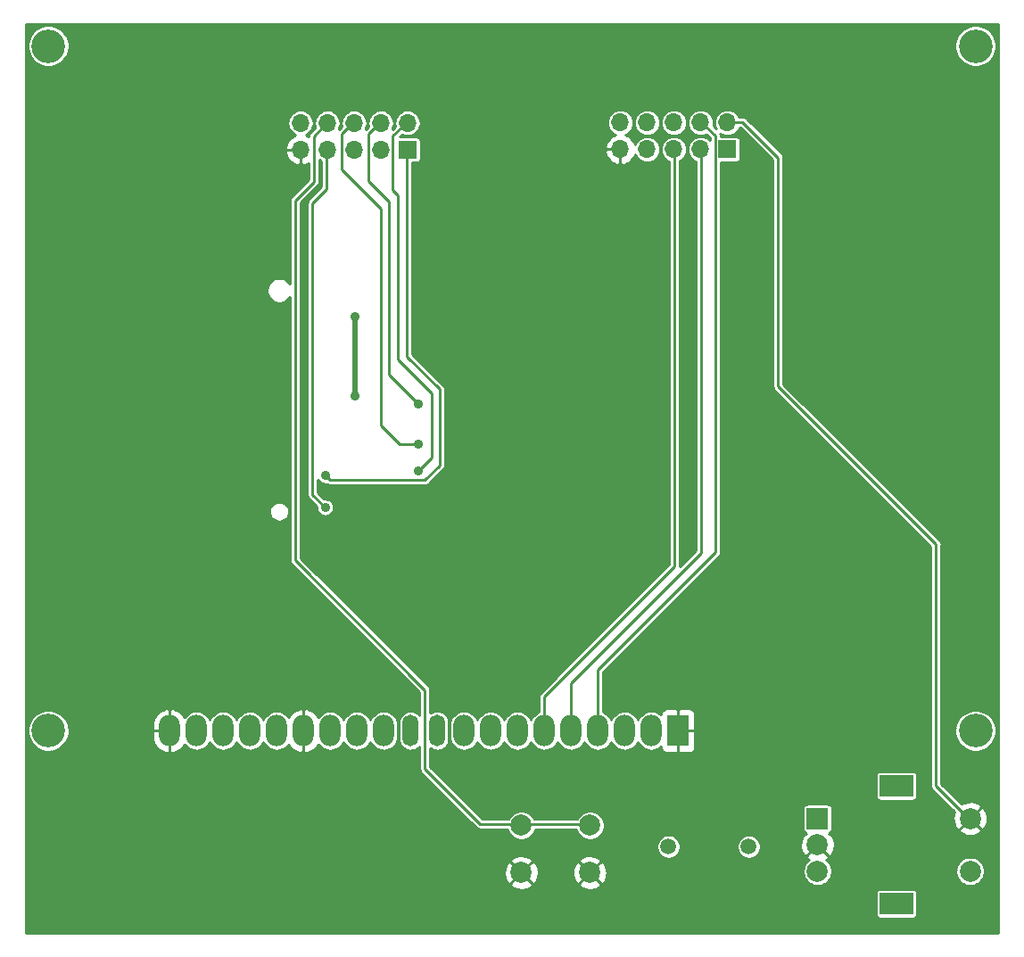
<source format=gtl>
%TF.GenerationSoftware,KiCad,Pcbnew,(5.0.0)*%
%TF.CreationDate,2018-08-20T14:04:57-07:00*%
%TF.ProjectId,GLCD controller,474C434420636F6E74726F6C6C65722E,rev?*%
%TF.SameCoordinates,Original*%
%TF.FileFunction,Copper,L1,Top,Signal*%
%TF.FilePolarity,Positive*%
%FSLAX46Y46*%
G04 Gerber Fmt 4.6, Leading zero omitted, Abs format (unit mm)*
G04 Created by KiCad (PCBNEW (5.0.0)) date 08/20/18 14:04:57*
%MOMM*%
%LPD*%
G01*
G04 APERTURE LIST*
%TA.AperFunction,ComponentPad*%
%ADD10O,2.000000X3.000000*%
%TD*%
%TA.AperFunction,ComponentPad*%
%ADD11O,1.500000X3.000000*%
%TD*%
%TA.AperFunction,ComponentPad*%
%ADD12R,2.000000X3.000000*%
%TD*%
%TA.AperFunction,ComponentPad*%
%ADD13C,3.200000*%
%TD*%
%TA.AperFunction,ComponentPad*%
%ADD14C,2.000000*%
%TD*%
%TA.AperFunction,ComponentPad*%
%ADD15R,3.200000X2.000000*%
%TD*%
%TA.AperFunction,ComponentPad*%
%ADD16R,2.000000X2.000000*%
%TD*%
%TA.AperFunction,ComponentPad*%
%ADD17C,1.508000*%
%TD*%
%TA.AperFunction,ComponentPad*%
%ADD18R,1.700000X1.700000*%
%TD*%
%TA.AperFunction,ComponentPad*%
%ADD19O,1.700000X1.700000*%
%TD*%
%TA.AperFunction,ViaPad*%
%ADD20C,0.889000*%
%TD*%
%TA.AperFunction,Conductor*%
%ADD21C,0.500000*%
%TD*%
%TA.AperFunction,Conductor*%
%ADD22C,0.254000*%
%TD*%
%TA.AperFunction,Conductor*%
%ADD23C,0.253000*%
%TD*%
%ADD24C,0.253000*%
G04 APERTURE END LIST*
D10*
%TO.P,GLCD1,5*%
%TO.N,LCDE*%
X153300020Y-121832980D03*
%TO.P,GLCD1,6*%
%TO.N,LCD4*%
X150760020Y-121832980D03*
%TO.P,GLCD1,7*%
%TO.N,Net-(GLCD1-Pad7)*%
X148220020Y-121832980D03*
%TO.P,GLCD1,8*%
%TO.N,Net-(GLCD1-Pad8)*%
X145680020Y-121832980D03*
%TO.P,GLCD1,9*%
%TO.N,Net-(GLCD1-Pad9)*%
X143140020Y-121832980D03*
D11*
%TO.P,GLCD1,10*%
%TO.N,Net-(GLCD1-Pad10)*%
X140600020Y-121832980D03*
%TO.P,GLCD1,11*%
%TO.N,Net-(GLCD1-Pad11)*%
X138060020Y-121832980D03*
D10*
%TO.P,GLCD1,12*%
%TO.N,Net-(GLCD1-Pad12)*%
X135520020Y-121832980D03*
%TO.P,GLCD1,13*%
%TO.N,Net-(GLCD1-Pad13)*%
X132980020Y-121832980D03*
%TO.P,GLCD1,14*%
%TO.N,Net-(GLCD1-Pad14)*%
X130440020Y-121832980D03*
%TO.P,GLCD1,15*%
%TO.N,GND*%
X127900020Y-121832980D03*
%TO.P,GLCD1,16*%
%TO.N,N/C*%
X125360020Y-121832980D03*
%TO.P,GLCD1,17*%
%TO.N,VCC*%
X122820020Y-121832980D03*
%TO.P,GLCD1,18*%
%TO.N,N/C*%
X120280020Y-121832980D03*
%TO.P,GLCD1,19*%
%TO.N,Net-(GLCD1-Pad19)*%
X117740020Y-121832980D03*
%TO.P,GLCD1,20*%
%TO.N,GND*%
X115200020Y-121832980D03*
%TO.P,GLCD1,4*%
%TO.N,LCDRS*%
X155840020Y-121832980D03*
%TO.P,GLCD1,3*%
%TO.N,N/C*%
X158380020Y-121832980D03*
%TO.P,GLCD1,2*%
%TO.N,VCC*%
X160920020Y-121832980D03*
D12*
%TO.P,GLCD1,1*%
%TO.N,GND*%
X163460020Y-121832980D03*
D13*
%TO.P,GLCD1,*%
%TO.N,*%
X103700020Y-56833010D03*
X191700000Y-56833010D03*
X191700000Y-121832980D03*
X103700020Y-121832980D03*
%TD*%
D14*
%TO.P,EN1,S1*%
%TO.N,BTN_ENC*%
X191199980Y-135175000D03*
%TO.P,EN1,S2*%
%TO.N,GND*%
X191199980Y-130175000D03*
D15*
%TO.P,EN1,MP*%
%TO.N,N/C*%
X184199980Y-138275000D03*
X184199980Y-127075000D03*
D14*
%TO.P,EN1,B*%
%TO.N,BTN_EN2*%
X176699980Y-135175000D03*
%TO.P,EN1,C*%
%TO.N,GND*%
X176699980Y-132675000D03*
D16*
%TO.P,EN1,A*%
%TO.N,BTN_EN1*%
X176699980Y-130175000D03*
%TD*%
D14*
%TO.P,PB1,1*%
%TO.N,RESET*%
X155090000Y-130810000D03*
%TO.P,PB1,2*%
%TO.N,GND*%
X155090000Y-135310000D03*
%TO.P,PB1,1*%
%TO.N,RESET*%
X148590000Y-130810000D03*
%TO.P,PB1,2*%
%TO.N,GND*%
X148590000Y-135310000D03*
%TD*%
D17*
%TO.P,PZ1,N*%
%TO.N,Net-(PZ1-PadN)*%
X170180000Y-132842000D03*
%TO.P,PZ1,P*%
%TO.N,VCC*%
X162560000Y-132842000D03*
%TD*%
D18*
%TO.P,EXP1,1*%
%TO.N,Beeper*%
X168148000Y-66649550D03*
D19*
%TO.P,EXP1,2*%
%TO.N,BTN_ENC*%
X168148000Y-64109550D03*
%TO.P,EXP1,3*%
%TO.N,LCDE*%
X165608000Y-66649550D03*
%TO.P,EXP1,4*%
%TO.N,LCDRS*%
X165608000Y-64109550D03*
%TO.P,EXP1,5*%
%TO.N,LCD4*%
X163068000Y-66649550D03*
%TO.P,EXP1,6*%
%TO.N,LCD5*%
X163068000Y-64109550D03*
%TO.P,EXP1,7*%
%TO.N,LCD6*%
X160528000Y-66649550D03*
%TO.P,EXP1,8*%
%TO.N,LCD7*%
X160528000Y-64109550D03*
%TO.P,EXP1,9*%
%TO.N,GND*%
X157988000Y-66649550D03*
%TO.P,EXP1,10*%
%TO.N,VCC*%
X157988000Y-64109550D03*
%TD*%
%TO.P,EXP2,10*%
%TO.N,KILL*%
X127635000Y-64135000D03*
%TO.P,EXP2,9*%
%TO.N,GND*%
X127635000Y-66675000D03*
%TO.P,EXP2,8*%
%TO.N,RESET*%
X130175000Y-64135000D03*
%TO.P,EXP2,7*%
%TO.N,SD_DET*%
X130175000Y-66675000D03*
%TO.P,EXP2,6*%
%TO.N,PB2_(MOSI)*%
X132715000Y-64135000D03*
%TO.P,EXP2,5*%
%TO.N,BTN_EN1*%
X132715000Y-66675000D03*
%TO.P,EXP2,4*%
%TO.N,SD_CSEL*%
X135255000Y-64135000D03*
%TO.P,EXP2,3*%
%TO.N,BTN_EN2*%
X135255000Y-66675000D03*
%TO.P,EXP2,2*%
%TO.N,PB1_(SCK)*%
X137795000Y-64135000D03*
D18*
%TO.P,EXP2,1*%
%TO.N,PB3_(MISO)*%
X137795000Y-66675000D03*
%TD*%
D20*
%TO.N,3V3*%
X132839000Y-82553000D03*
X132839000Y-90046000D03*
%TO.N,Net-(SD1-PadCARD)*%
X129969010Y-100633940D03*
%TO.N,PB2_(MOSI)*%
X138811000Y-94615000D03*
%TO.N,SD_CSEL*%
X138811000Y-90805000D03*
%TO.N,PB1_(SCK)*%
X138811000Y-97155000D03*
%TO.N,PB3_(MISO)*%
X129999030Y-97584970D03*
%TD*%
D21*
%TO.N,3V3*%
X132839000Y-90046000D02*
X132839000Y-82553000D01*
D22*
%TO.N,Net-(SD1-PadCARD)*%
X128778000Y-99442930D02*
X128778000Y-71755000D01*
X128778000Y-99442930D02*
X129969010Y-100633940D01*
X128778000Y-71755000D02*
X130124150Y-70408850D01*
X130124150Y-70408850D02*
X130124150Y-66573400D01*
%TO.N,BTN_ENC*%
X187960000Y-127101960D02*
X191200020Y-130341980D01*
X187960000Y-127101960D02*
X187960000Y-104140000D01*
X172974000Y-89154000D02*
X187960000Y-104140000D01*
X172974000Y-89154000D02*
X172974000Y-67437000D01*
X169570400Y-64033400D02*
X172974000Y-67437000D01*
X168224150Y-64033400D02*
X169570400Y-64033400D01*
%TO.N,LCD4*%
X163144150Y-106222850D02*
X163144150Y-66573400D01*
X150760020Y-118606980D02*
X163144150Y-106222850D01*
X150760020Y-121832980D02*
X150760020Y-118606980D01*
%TO.N,LCDRS*%
X165684150Y-64033400D02*
X167005000Y-65354250D01*
X167005000Y-104902000D02*
X167005000Y-65354250D01*
X155840020Y-116066980D02*
X167005000Y-104902000D01*
X155840020Y-121832980D02*
X155840020Y-116066980D01*
%TO.N,LCDE*%
X165684150Y-104952850D02*
X165684150Y-66573400D01*
X153300020Y-117336980D02*
X165684150Y-104952850D01*
X153300020Y-121832980D02*
X153300020Y-117336980D01*
%TO.N,RESET*%
X127127000Y-71501000D02*
X128905000Y-69723000D01*
X127127000Y-105664000D02*
X127127000Y-71501000D01*
X127127000Y-105664000D02*
X139446000Y-117983000D01*
X147800010Y-130690010D02*
X154600000Y-130690010D01*
X144660010Y-130690010D02*
X147800010Y-130690010D01*
X139446000Y-125476000D02*
X144660010Y-130690010D01*
X139446000Y-125476000D02*
X139446000Y-117983000D01*
X128905000Y-69723000D02*
X128905000Y-65405000D01*
X128905000Y-65405000D02*
X130124150Y-64185850D01*
X130124150Y-64185850D02*
X130124150Y-64033400D01*
%TO.N,PB2_(MOSI)*%
X135255000Y-92837000D02*
X135255000Y-72263000D01*
X131533150Y-68541150D02*
X135255000Y-72263000D01*
X131533150Y-68541150D02*
X131533150Y-65164400D01*
X131533150Y-65164400D02*
X132664150Y-64033400D01*
X135255000Y-92837000D02*
X137033000Y-94615000D01*
X137033000Y-94615000D02*
X138811000Y-94615000D01*
%TO.N,SD_CSEL*%
X136017000Y-88011000D02*
X136017000Y-71628000D01*
X134073150Y-69684150D02*
X136017000Y-71628000D01*
X134073150Y-69684150D02*
X134073150Y-65164400D01*
X134073150Y-65164400D02*
X135204150Y-64033400D01*
X136017000Y-88011000D02*
X138811000Y-90805000D01*
%TO.N,PB1_(SCK)*%
X136906000Y-86614000D02*
X136906000Y-70993000D01*
X136398000Y-65379550D02*
X137744150Y-64033400D01*
X136398000Y-70485000D02*
X136906000Y-70993000D01*
X136398000Y-70485000D02*
X136398000Y-65379550D01*
X136906000Y-86614000D02*
X140081000Y-89789000D01*
X138811000Y-97155000D02*
X140081000Y-95885000D01*
X140081000Y-95885000D02*
X140081000Y-89789000D01*
X137744150Y-64312850D02*
X137744150Y-64033400D01*
%TO.N,PB3_(MISO)*%
X130429000Y-98044000D02*
X139446000Y-98044000D01*
X129921000Y-97536000D02*
X130429000Y-98044000D01*
X137744150Y-86309150D02*
X137744150Y-66573400D01*
X139446000Y-98044000D02*
X140843000Y-96647000D01*
X140843000Y-96647000D02*
X140843000Y-89408000D01*
X137744150Y-86309150D02*
X140843000Y-89408000D01*
%TD*%
D23*
%TO.N,GND*%
X101544940Y-54714960D02*
X193855081Y-54714960D01*
X101544940Y-54955310D02*
X103057892Y-54955310D01*
X104342149Y-54955310D02*
X191057872Y-54955310D01*
X192342129Y-54955310D02*
X193855081Y-54955310D01*
X101544940Y-55195660D02*
X102585681Y-55195660D01*
X104814360Y-55195660D02*
X190585661Y-55195660D01*
X192814340Y-55195660D02*
X193855081Y-55195660D01*
X101544940Y-55436010D02*
X102296170Y-55436010D01*
X105103870Y-55436010D02*
X190296150Y-55436010D01*
X193103850Y-55436010D02*
X193855081Y-55436010D01*
X101544940Y-55676360D02*
X102090942Y-55676360D01*
X105309099Y-55676360D02*
X190090922Y-55676360D01*
X193309079Y-55676360D02*
X193855081Y-55676360D01*
X101544940Y-55916710D02*
X101935886Y-55916710D01*
X105464155Y-55916710D02*
X189935866Y-55916710D01*
X193464135Y-55916710D02*
X193855081Y-55916710D01*
X101544940Y-56157060D02*
X101836330Y-56157060D01*
X105563711Y-56157060D02*
X189836310Y-56157060D01*
X193563691Y-56157060D02*
X193855081Y-56157060D01*
X101544940Y-56397410D02*
X101767366Y-56397410D01*
X105632675Y-56397410D02*
X189767346Y-56397410D01*
X193632655Y-56397410D02*
X193855081Y-56397410D01*
X101544940Y-56637760D02*
X101719558Y-56637760D01*
X105680483Y-56637760D02*
X189719538Y-56637760D01*
X193680463Y-56637760D02*
X193855081Y-56637760D01*
X101544940Y-56878110D02*
X101719520Y-56878110D01*
X105680520Y-56878110D02*
X189719500Y-56878110D01*
X193680500Y-56878110D02*
X193855081Y-56878110D01*
X101544940Y-57118460D02*
X101737499Y-57118460D01*
X105662540Y-57118460D02*
X189737479Y-57118460D01*
X193662520Y-57118460D02*
X193855081Y-57118460D01*
X101544940Y-57358810D02*
X101785307Y-57358810D01*
X105614732Y-57358810D02*
X189785287Y-57358810D01*
X193614712Y-57358810D02*
X193855081Y-57358810D01*
X101544940Y-57599160D02*
X101873691Y-57599160D01*
X105526348Y-57599160D02*
X189873671Y-57599160D01*
X193526328Y-57599160D02*
X193855081Y-57599160D01*
X101544940Y-57839510D02*
X101990613Y-57839510D01*
X105409426Y-57839510D02*
X189990593Y-57839510D01*
X193409406Y-57839510D02*
X193855081Y-57839510D01*
X101544940Y-58079860D02*
X102151211Y-58079860D01*
X105248828Y-58079860D02*
X190151191Y-58079860D01*
X193248808Y-58079860D02*
X193855081Y-58079860D01*
X101544940Y-58320210D02*
X102386370Y-58320210D01*
X105013670Y-58320210D02*
X190386350Y-58320210D01*
X193013650Y-58320210D02*
X193855081Y-58320210D01*
X101544940Y-58560560D02*
X102720674Y-58560560D01*
X104679365Y-58560560D02*
X190720654Y-58560560D01*
X192679345Y-58560560D02*
X193855081Y-58560560D01*
X101544940Y-58800910D02*
X103441612Y-58800910D01*
X103958427Y-58800910D02*
X191441592Y-58800910D01*
X191958407Y-58800910D02*
X193855081Y-58800910D01*
X101544940Y-59041260D02*
X193855081Y-59041260D01*
X101544940Y-59281610D02*
X193855081Y-59281610D01*
X101544940Y-59521960D02*
X193855081Y-59521960D01*
X101544940Y-59762310D02*
X193855081Y-59762310D01*
X101544940Y-60002660D02*
X193855081Y-60002660D01*
X101544940Y-60243010D02*
X193855081Y-60243010D01*
X101544940Y-60483360D02*
X193855081Y-60483360D01*
X101544940Y-60723710D02*
X193855081Y-60723710D01*
X101544940Y-60964060D02*
X193855081Y-60964060D01*
X101544940Y-61204410D02*
X193855081Y-61204410D01*
X101544940Y-61444760D02*
X193855081Y-61444760D01*
X101544940Y-61685110D02*
X193855081Y-61685110D01*
X101544940Y-61925460D02*
X193855081Y-61925460D01*
X101544940Y-62165810D02*
X193855081Y-62165810D01*
X101544940Y-62406160D02*
X193855081Y-62406160D01*
X101544940Y-62646510D02*
X193855081Y-62646510D01*
X101544940Y-62886860D02*
X157848262Y-62886860D01*
X158127739Y-62886860D02*
X160388262Y-62886860D01*
X160667739Y-62886860D02*
X162928262Y-62886860D01*
X163207739Y-62886860D02*
X165468262Y-62886860D01*
X165747739Y-62886860D02*
X168008262Y-62886860D01*
X168287739Y-62886860D02*
X193855081Y-62886860D01*
X101544940Y-63127210D02*
X126923350Y-63127210D01*
X128346651Y-63127210D02*
X129463350Y-63127210D01*
X130886651Y-63127210D02*
X132003350Y-63127210D01*
X133426651Y-63127210D02*
X134543350Y-63127210D01*
X135966651Y-63127210D02*
X137083350Y-63127210D01*
X138506651Y-63127210D02*
X157245339Y-63127210D01*
X158730662Y-63127210D02*
X159785339Y-63127210D01*
X161270662Y-63127210D02*
X162325339Y-63127210D01*
X163810662Y-63127210D02*
X164865339Y-63127210D01*
X166350662Y-63127210D02*
X167405339Y-63127210D01*
X168890662Y-63127210D02*
X193855081Y-63127210D01*
X101544940Y-63367560D02*
X126672995Y-63367560D01*
X128597006Y-63367560D02*
X129212995Y-63367560D01*
X131137006Y-63367560D02*
X131752995Y-63367560D01*
X133677006Y-63367560D02*
X134292995Y-63367560D01*
X136217006Y-63367560D02*
X136832995Y-63367560D01*
X138757006Y-63367560D02*
X157005109Y-63367560D01*
X158970892Y-63367560D02*
X159545109Y-63367560D01*
X161510892Y-63367560D02*
X162085109Y-63367560D01*
X164050892Y-63367560D02*
X164625109Y-63367560D01*
X166590892Y-63367560D02*
X167165109Y-63367560D01*
X169130892Y-63367560D02*
X193855081Y-63367560D01*
X101544940Y-63607910D02*
X126521488Y-63607910D01*
X128748513Y-63607910D02*
X129061488Y-63607910D01*
X131288513Y-63607910D02*
X131601488Y-63607910D01*
X133828513Y-63607910D02*
X134141488Y-63607910D01*
X136368513Y-63607910D02*
X136681488Y-63607910D01*
X138908513Y-63607910D02*
X156860884Y-63607910D01*
X159115117Y-63607910D02*
X159400884Y-63607910D01*
X161655117Y-63607910D02*
X161940884Y-63607910D01*
X164195117Y-63607910D02*
X164480884Y-63607910D01*
X166735117Y-63607910D02*
X167020884Y-63607910D01*
X169850951Y-63607910D02*
X193855081Y-63607910D01*
X101544940Y-63848260D02*
X126436114Y-63848260D01*
X128833887Y-63848260D02*
X128976114Y-63848260D01*
X131373887Y-63848260D02*
X131516114Y-63848260D01*
X133913887Y-63848260D02*
X134056114Y-63848260D01*
X136453887Y-63848260D02*
X136596114Y-63848260D01*
X138993887Y-63848260D02*
X156781394Y-63848260D01*
X159194607Y-63848260D02*
X159321394Y-63848260D01*
X161734607Y-63848260D02*
X161861394Y-63848260D01*
X164274607Y-63848260D02*
X164401394Y-63848260D01*
X166814607Y-63848260D02*
X166941394Y-63848260D01*
X170102974Y-63848260D02*
X193855081Y-63848260D01*
X101544940Y-64088610D02*
X126403116Y-64088610D01*
X128866885Y-64088610D02*
X128943116Y-64088610D01*
X131406885Y-64088610D02*
X131483116Y-64088610D01*
X133946885Y-64088610D02*
X134023116Y-64088610D01*
X136486885Y-64088610D02*
X136563116Y-64088610D01*
X139026885Y-64088610D02*
X156753610Y-64088610D01*
X159222391Y-64088610D02*
X159293610Y-64088610D01*
X161762391Y-64088610D02*
X161833610Y-64088610D01*
X164302391Y-64088610D02*
X164373610Y-64088610D01*
X166842391Y-64088610D02*
X166913610Y-64088610D01*
X170343324Y-64088610D02*
X193855081Y-64088610D01*
X101544940Y-64328960D02*
X126417650Y-64328960D01*
X128852349Y-64328960D02*
X128957650Y-64328960D01*
X131392349Y-64328960D02*
X131497650Y-64328960D01*
X133932349Y-64328960D02*
X134037650Y-64328960D01*
X136472349Y-64328960D02*
X136577650Y-64328960D01*
X139012349Y-64328960D02*
X156773156Y-64328960D01*
X159202843Y-64328960D02*
X159313156Y-64328960D01*
X161742843Y-64328960D02*
X161853156Y-64328960D01*
X164282843Y-64328960D02*
X164393156Y-64328960D01*
X166822843Y-64328960D02*
X166933156Y-64328960D01*
X170583674Y-64328960D02*
X193855081Y-64328960D01*
X101544940Y-64569310D02*
X126480877Y-64569310D01*
X128789122Y-64569310D02*
X129020878Y-64569310D01*
X131329122Y-64569310D02*
X131410527Y-64569310D01*
X133869122Y-64569310D02*
X133950527Y-64569310D01*
X136409122Y-64569310D02*
X136490527Y-64569310D01*
X138949122Y-64569310D02*
X156841598Y-64569310D01*
X159134401Y-64569310D02*
X159381598Y-64569310D01*
X161674401Y-64569310D02*
X161921598Y-64569310D01*
X164214401Y-64569310D02*
X164461598Y-64569310D01*
X166937774Y-64569310D02*
X167001598Y-64569310D01*
X169294401Y-64569310D02*
X169388596Y-64569310D01*
X170824024Y-64569310D02*
X193855081Y-64569310D01*
X101544940Y-64809660D02*
X126600365Y-64809660D01*
X128669634Y-64809660D02*
X128782627Y-64809660D01*
X138829634Y-64809660D02*
X156970738Y-64809660D01*
X159005261Y-64809660D02*
X159510738Y-64809660D01*
X161545261Y-64809660D02*
X162050738Y-64809660D01*
X164085261Y-64809660D02*
X164590738Y-64809660D01*
X169165261Y-64809660D02*
X169628946Y-64809660D01*
X171064374Y-64809660D02*
X193855081Y-64809660D01*
X101544940Y-65050010D02*
X126810296Y-65050010D01*
X128459703Y-65050010D02*
X128539810Y-65050010D01*
X138619703Y-65050010D02*
X157194307Y-65050010D01*
X158781692Y-65050010D02*
X159734307Y-65050010D01*
X161321692Y-65050010D02*
X162274307Y-65050010D01*
X163861692Y-65050010D02*
X164814307Y-65050010D01*
X168941692Y-65050010D02*
X169869296Y-65050010D01*
X171304724Y-65050010D02*
X193855081Y-65050010D01*
X101544940Y-65290360D02*
X127118726Y-65290360D01*
X128151275Y-65290360D02*
X128409441Y-65290360D01*
X137204903Y-65290360D02*
X137364771Y-65290360D01*
X138225228Y-65290360D02*
X157398254Y-65290360D01*
X158577747Y-65290360D02*
X160181668Y-65290360D01*
X160874331Y-65290360D02*
X162721668Y-65290360D01*
X163414331Y-65290360D02*
X165261668Y-65290360D01*
X165954331Y-65290360D02*
X166223396Y-65290360D01*
X167508663Y-65290360D02*
X167801668Y-65290360D01*
X168494331Y-65290360D02*
X170109646Y-65290360D01*
X171545074Y-65290360D02*
X193855081Y-65290360D01*
X101544940Y-65530710D02*
X126698662Y-65530710D01*
X138886193Y-65530710D02*
X157023003Y-65530710D01*
X158952998Y-65530710D02*
X160010877Y-65530710D01*
X161045124Y-65530710D02*
X162550877Y-65530710D01*
X163585124Y-65530710D02*
X165090877Y-65530710D01*
X166125124Y-65530710D02*
X166463746Y-65530710D01*
X169269601Y-65530710D02*
X170349996Y-65530710D01*
X171785424Y-65530710D02*
X193855081Y-65530710D01*
X101544940Y-65771060D02*
X126466376Y-65771060D01*
X139022029Y-65771060D02*
X156800097Y-65771060D01*
X159175904Y-65771060D02*
X159658797Y-65771060D01*
X161397204Y-65771060D02*
X162198797Y-65771060D01*
X163937204Y-65771060D02*
X164738797Y-65771060D01*
X166477204Y-65771060D02*
X166497501Y-65771060D01*
X169377535Y-65771060D02*
X170590346Y-65771060D01*
X172025774Y-65771060D02*
X193855081Y-65771060D01*
X101544940Y-66011410D02*
X126314911Y-66011410D01*
X139027341Y-66011410D02*
X156655556Y-66011410D01*
X159320445Y-66011410D02*
X159473845Y-66011410D01*
X161582156Y-66011410D02*
X162013845Y-66011410D01*
X164122156Y-66011410D02*
X164553845Y-66011410D01*
X169380341Y-66011410D02*
X170830696Y-66011410D01*
X172266124Y-66011410D02*
X193855081Y-66011410D01*
X101544940Y-66251760D02*
X126218639Y-66251760D01*
X139027341Y-66251760D02*
X156564989Y-66251760D01*
X161693201Y-66251760D02*
X161902800Y-66251760D01*
X164233201Y-66251760D02*
X164442800Y-66251760D01*
X169380341Y-66251760D02*
X171071046Y-66251760D01*
X172506474Y-66251760D02*
X193855081Y-66251760D01*
X101544940Y-66492110D02*
X126198954Y-66492110D01*
X139027341Y-66492110D02*
X156567327Y-66492110D01*
X161748947Y-66492110D02*
X161847054Y-66492110D01*
X164288947Y-66492110D02*
X164387054Y-66492110D01*
X169380341Y-66492110D02*
X171311396Y-66492110D01*
X172746824Y-66492110D02*
X193855081Y-66492110D01*
X101544940Y-66732460D02*
X126274720Y-66732460D01*
X127634500Y-66732460D02*
X127635500Y-66732460D01*
X139027341Y-66732460D02*
X156612347Y-66732460D01*
X157987500Y-66732460D02*
X157988500Y-66732460D01*
X161756287Y-66732460D02*
X161839712Y-66732460D01*
X164296287Y-66732460D02*
X164379712Y-66732460D01*
X169380341Y-66732460D02*
X171551746Y-66732460D01*
X172987174Y-66732460D02*
X193855081Y-66732460D01*
X101544940Y-66972810D02*
X126185863Y-66972810D01*
X127634500Y-66972810D02*
X127635500Y-66972810D01*
X139027341Y-66972810D02*
X156545513Y-66972810D01*
X157987500Y-66972810D02*
X157988500Y-66972810D01*
X161715808Y-66972810D02*
X161880191Y-66972810D01*
X164255808Y-66972810D02*
X164420191Y-66972810D01*
X169380341Y-66972810D02*
X171792096Y-66972810D01*
X173227524Y-66972810D02*
X193855081Y-66972810D01*
X101544940Y-67213160D02*
X126254020Y-67213160D01*
X127634500Y-67213160D02*
X127635500Y-67213160D01*
X139027341Y-67213160D02*
X156619375Y-67213160D01*
X157987500Y-67213160D02*
X157988500Y-67213160D01*
X159356624Y-67213160D02*
X159434007Y-67213160D01*
X161621992Y-67213160D02*
X161974007Y-67213160D01*
X164161992Y-67213160D02*
X164514007Y-67213160D01*
X169380341Y-67213160D02*
X172032446Y-67213160D01*
X173429803Y-67213160D02*
X193855081Y-67213160D01*
X101544940Y-67453510D02*
X126371360Y-67453510D01*
X127634500Y-67453510D02*
X127635500Y-67453510D01*
X139027341Y-67453510D02*
X156743639Y-67453510D01*
X157987500Y-67453510D02*
X157988500Y-67453510D01*
X159232360Y-67453510D02*
X159595966Y-67453510D01*
X161460033Y-67453510D02*
X162135966Y-67453510D01*
X164000033Y-67453510D02*
X164675966Y-67453510D01*
X169380341Y-67453510D02*
X172272796Y-67453510D01*
X173482328Y-67453510D02*
X193855081Y-67453510D01*
X101544940Y-67693860D02*
X126557414Y-67693860D01*
X127634500Y-67693860D02*
X127635500Y-67693860D01*
X129412500Y-67693860D02*
X129476837Y-67693860D01*
X138986186Y-67693860D02*
X156939073Y-67693860D01*
X157987500Y-67693860D02*
X157988500Y-67693860D01*
X159036926Y-67693860D02*
X159871441Y-67693860D01*
X161184558Y-67693860D02*
X162411441Y-67693860D01*
X163724558Y-67693860D02*
X164951441Y-67693860D01*
X169325583Y-67693860D02*
X172466501Y-67693860D01*
X173481500Y-67693860D02*
X193855081Y-67693860D01*
X101544940Y-67934210D02*
X126861752Y-67934210D01*
X127634500Y-67934210D02*
X127635500Y-67934210D01*
X129412500Y-67934210D02*
X129616651Y-67934210D01*
X138251650Y-67934210D02*
X157258207Y-67934210D01*
X157987500Y-67934210D02*
X157988500Y-67934210D01*
X158717792Y-67934210D02*
X162636651Y-67934210D01*
X163651650Y-67934210D02*
X165176651Y-67934210D01*
X167512500Y-67934210D02*
X172466501Y-67934210D01*
X173481500Y-67934210D02*
X193855081Y-67934210D01*
X101544940Y-68174560D02*
X128397500Y-68174560D01*
X129412500Y-68174560D02*
X129616651Y-68174560D01*
X138251650Y-68174560D02*
X162636651Y-68174560D01*
X163651650Y-68174560D02*
X165176651Y-68174560D01*
X167512500Y-68174560D02*
X172466501Y-68174560D01*
X173481500Y-68174560D02*
X193855081Y-68174560D01*
X101544940Y-68414910D02*
X128397500Y-68414910D01*
X129412500Y-68414910D02*
X129616651Y-68414910D01*
X138251650Y-68414910D02*
X162636651Y-68414910D01*
X163651650Y-68414910D02*
X165176651Y-68414910D01*
X167512500Y-68414910D02*
X172466501Y-68414910D01*
X173481500Y-68414910D02*
X193855081Y-68414910D01*
X101544940Y-68655260D02*
X128397500Y-68655260D01*
X129412500Y-68655260D02*
X129616651Y-68655260D01*
X138251650Y-68655260D02*
X162636651Y-68655260D01*
X163651650Y-68655260D02*
X165176651Y-68655260D01*
X167512500Y-68655260D02*
X172466501Y-68655260D01*
X173481500Y-68655260D02*
X193855081Y-68655260D01*
X101544940Y-68895610D02*
X128397500Y-68895610D01*
X129412500Y-68895610D02*
X129616651Y-68895610D01*
X138251650Y-68895610D02*
X162636651Y-68895610D01*
X163651650Y-68895610D02*
X165176651Y-68895610D01*
X167512500Y-68895610D02*
X172466501Y-68895610D01*
X173481500Y-68895610D02*
X193855081Y-68895610D01*
X101544940Y-69135960D02*
X128397500Y-69135960D01*
X129412500Y-69135960D02*
X129616651Y-69135960D01*
X138251650Y-69135960D02*
X162636651Y-69135960D01*
X163651650Y-69135960D02*
X165176651Y-69135960D01*
X167512500Y-69135960D02*
X172466501Y-69135960D01*
X173481500Y-69135960D02*
X193855081Y-69135960D01*
X101544940Y-69376310D02*
X128397500Y-69376310D01*
X129412500Y-69376310D02*
X129616651Y-69376310D01*
X138251650Y-69376310D02*
X162636651Y-69376310D01*
X163651650Y-69376310D02*
X165176651Y-69376310D01*
X167512500Y-69376310D02*
X172466501Y-69376310D01*
X173481500Y-69376310D02*
X193855081Y-69376310D01*
X101544940Y-69616660D02*
X128293627Y-69616660D01*
X129412500Y-69616660D02*
X129616651Y-69616660D01*
X138251650Y-69616660D02*
X162636651Y-69616660D01*
X163651650Y-69616660D02*
X165176651Y-69616660D01*
X167512500Y-69616660D02*
X172466501Y-69616660D01*
X173481500Y-69616660D02*
X193855081Y-69616660D01*
X101544940Y-69857010D02*
X128053277Y-69857010D01*
X129394683Y-69857010D02*
X129616651Y-69857010D01*
X138251650Y-69857010D02*
X162636651Y-69857010D01*
X163651650Y-69857010D02*
X165176651Y-69857010D01*
X167512500Y-69857010D02*
X172466501Y-69857010D01*
X173481500Y-69857010D02*
X193855081Y-69857010D01*
X101544940Y-70097360D02*
X127812927Y-70097360D01*
X129248817Y-70097360D02*
X129616651Y-70097360D01*
X138251650Y-70097360D02*
X162636651Y-70097360D01*
X163651650Y-70097360D02*
X165176651Y-70097360D01*
X167512500Y-70097360D02*
X172466501Y-70097360D01*
X173481500Y-70097360D02*
X193855081Y-70097360D01*
X101544940Y-70337710D02*
X127572577Y-70337710D01*
X129008003Y-70337710D02*
X129477577Y-70337710D01*
X138251650Y-70337710D02*
X162636651Y-70337710D01*
X163651650Y-70337710D02*
X165176651Y-70337710D01*
X167512500Y-70337710D02*
X172466501Y-70337710D01*
X173481500Y-70337710D02*
X193855081Y-70337710D01*
X101544940Y-70578060D02*
X127332227Y-70578060D01*
X128767653Y-70578060D02*
X129237227Y-70578060D01*
X138251650Y-70578060D02*
X162636651Y-70578060D01*
X163651650Y-70578060D02*
X165176651Y-70578060D01*
X167512500Y-70578060D02*
X172466501Y-70578060D01*
X173481500Y-70578060D02*
X193855081Y-70578060D01*
X101544940Y-70818410D02*
X127091877Y-70818410D01*
X128527303Y-70818410D02*
X128996877Y-70818410D01*
X138251650Y-70818410D02*
X162636651Y-70818410D01*
X163651650Y-70818410D02*
X165176651Y-70818410D01*
X167512500Y-70818410D02*
X172466501Y-70818410D01*
X173481500Y-70818410D02*
X193855081Y-70818410D01*
X101544940Y-71058760D02*
X126851527Y-71058760D01*
X128286953Y-71058760D02*
X128756527Y-71058760D01*
X138251650Y-71058760D02*
X162636651Y-71058760D01*
X163651650Y-71058760D02*
X165176651Y-71058760D01*
X167512500Y-71058760D02*
X172466501Y-71058760D01*
X173481500Y-71058760D02*
X193855081Y-71058760D01*
X101544940Y-71299110D02*
X126659467Y-71299110D01*
X128046603Y-71299110D02*
X128516177Y-71299110D01*
X138251650Y-71299110D02*
X162636651Y-71299110D01*
X163651650Y-71299110D02*
X165176651Y-71299110D01*
X167512500Y-71299110D02*
X172466501Y-71299110D01*
X173481500Y-71299110D02*
X193855081Y-71299110D01*
X101544940Y-71539460D02*
X126619501Y-71539460D01*
X127806253Y-71539460D02*
X128317763Y-71539460D01*
X138251650Y-71539460D02*
X162636651Y-71539460D01*
X163651650Y-71539460D02*
X165176651Y-71539460D01*
X167512500Y-71539460D02*
X172466501Y-71539460D01*
X173481500Y-71539460D02*
X193855081Y-71539460D01*
X101544940Y-71779810D02*
X126619501Y-71779810D01*
X127634500Y-71779810D02*
X128270488Y-71779810D01*
X138251650Y-71779810D02*
X162636651Y-71779810D01*
X163651650Y-71779810D02*
X165176651Y-71779810D01*
X167512500Y-71779810D02*
X172466501Y-71779810D01*
X173481500Y-71779810D02*
X193855081Y-71779810D01*
X101544940Y-72020160D02*
X126619501Y-72020160D01*
X127634500Y-72020160D02*
X128270501Y-72020160D01*
X138251650Y-72020160D02*
X162636651Y-72020160D01*
X163651650Y-72020160D02*
X165176651Y-72020160D01*
X167512500Y-72020160D02*
X172466501Y-72020160D01*
X173481500Y-72020160D02*
X193855081Y-72020160D01*
X101544940Y-72260510D02*
X126619501Y-72260510D01*
X127634500Y-72260510D02*
X128270501Y-72260510D01*
X138251650Y-72260510D02*
X162636651Y-72260510D01*
X163651650Y-72260510D02*
X165176651Y-72260510D01*
X167512500Y-72260510D02*
X172466501Y-72260510D01*
X173481500Y-72260510D02*
X193855081Y-72260510D01*
X101544940Y-72500860D02*
X126619501Y-72500860D01*
X127634500Y-72500860D02*
X128270501Y-72500860D01*
X138251650Y-72500860D02*
X162636651Y-72500860D01*
X163651650Y-72500860D02*
X165176651Y-72500860D01*
X167512500Y-72500860D02*
X172466501Y-72500860D01*
X173481500Y-72500860D02*
X193855081Y-72500860D01*
X101544940Y-72741210D02*
X126619501Y-72741210D01*
X127634500Y-72741210D02*
X128270501Y-72741210D01*
X138251650Y-72741210D02*
X162636651Y-72741210D01*
X163651650Y-72741210D02*
X165176651Y-72741210D01*
X167512500Y-72741210D02*
X172466501Y-72741210D01*
X173481500Y-72741210D02*
X193855081Y-72741210D01*
X101544940Y-72981560D02*
X126619501Y-72981560D01*
X127634500Y-72981560D02*
X128270501Y-72981560D01*
X138251650Y-72981560D02*
X162636651Y-72981560D01*
X163651650Y-72981560D02*
X165176651Y-72981560D01*
X167512500Y-72981560D02*
X172466501Y-72981560D01*
X173481500Y-72981560D02*
X193855081Y-72981560D01*
X101544940Y-73221910D02*
X126619501Y-73221910D01*
X127634500Y-73221910D02*
X128270501Y-73221910D01*
X138251650Y-73221910D02*
X162636651Y-73221910D01*
X163651650Y-73221910D02*
X165176651Y-73221910D01*
X167512500Y-73221910D02*
X172466501Y-73221910D01*
X173481500Y-73221910D02*
X193855081Y-73221910D01*
X101544940Y-73462260D02*
X126619501Y-73462260D01*
X127634500Y-73462260D02*
X128270501Y-73462260D01*
X138251650Y-73462260D02*
X162636651Y-73462260D01*
X163651650Y-73462260D02*
X165176651Y-73462260D01*
X167512500Y-73462260D02*
X172466501Y-73462260D01*
X173481500Y-73462260D02*
X193855081Y-73462260D01*
X101544940Y-73702610D02*
X126619501Y-73702610D01*
X127634500Y-73702610D02*
X128270501Y-73702610D01*
X138251650Y-73702610D02*
X162636651Y-73702610D01*
X163651650Y-73702610D02*
X165176651Y-73702610D01*
X167512500Y-73702610D02*
X172466501Y-73702610D01*
X173481500Y-73702610D02*
X193855081Y-73702610D01*
X101544940Y-73942960D02*
X126619501Y-73942960D01*
X127634500Y-73942960D02*
X128270501Y-73942960D01*
X138251650Y-73942960D02*
X162636651Y-73942960D01*
X163651650Y-73942960D02*
X165176651Y-73942960D01*
X167512500Y-73942960D02*
X172466501Y-73942960D01*
X173481500Y-73942960D02*
X193855081Y-73942960D01*
X101544940Y-74183310D02*
X126619501Y-74183310D01*
X127634500Y-74183310D02*
X128270501Y-74183310D01*
X138251650Y-74183310D02*
X162636651Y-74183310D01*
X163651650Y-74183310D02*
X165176651Y-74183310D01*
X167512500Y-74183310D02*
X172466501Y-74183310D01*
X173481500Y-74183310D02*
X193855081Y-74183310D01*
X101544940Y-74423660D02*
X126619501Y-74423660D01*
X127634500Y-74423660D02*
X128270501Y-74423660D01*
X138251650Y-74423660D02*
X162636651Y-74423660D01*
X163651650Y-74423660D02*
X165176651Y-74423660D01*
X167512500Y-74423660D02*
X172466501Y-74423660D01*
X173481500Y-74423660D02*
X193855081Y-74423660D01*
X101544940Y-74664010D02*
X126619501Y-74664010D01*
X127634500Y-74664010D02*
X128270501Y-74664010D01*
X138251650Y-74664010D02*
X162636651Y-74664010D01*
X163651650Y-74664010D02*
X165176651Y-74664010D01*
X167512500Y-74664010D02*
X172466501Y-74664010D01*
X173481500Y-74664010D02*
X193855081Y-74664010D01*
X101544940Y-74904360D02*
X126619501Y-74904360D01*
X127634500Y-74904360D02*
X128270501Y-74904360D01*
X138251650Y-74904360D02*
X162636651Y-74904360D01*
X163651650Y-74904360D02*
X165176651Y-74904360D01*
X167512500Y-74904360D02*
X172466501Y-74904360D01*
X173481500Y-74904360D02*
X193855081Y-74904360D01*
X101544940Y-75144710D02*
X126619501Y-75144710D01*
X127634500Y-75144710D02*
X128270501Y-75144710D01*
X138251650Y-75144710D02*
X162636651Y-75144710D01*
X163651650Y-75144710D02*
X165176651Y-75144710D01*
X167512500Y-75144710D02*
X172466501Y-75144710D01*
X173481500Y-75144710D02*
X193855081Y-75144710D01*
X101544940Y-75385060D02*
X126619501Y-75385060D01*
X127634500Y-75385060D02*
X128270501Y-75385060D01*
X138251650Y-75385060D02*
X162636651Y-75385060D01*
X163651650Y-75385060D02*
X165176651Y-75385060D01*
X167512500Y-75385060D02*
X172466501Y-75385060D01*
X173481500Y-75385060D02*
X193855081Y-75385060D01*
X101544940Y-75625410D02*
X126619501Y-75625410D01*
X127634500Y-75625410D02*
X128270501Y-75625410D01*
X138251650Y-75625410D02*
X162636651Y-75625410D01*
X163651650Y-75625410D02*
X165176651Y-75625410D01*
X167512500Y-75625410D02*
X172466501Y-75625410D01*
X173481500Y-75625410D02*
X193855081Y-75625410D01*
X101544940Y-75865760D02*
X126619501Y-75865760D01*
X127634500Y-75865760D02*
X128270501Y-75865760D01*
X138251650Y-75865760D02*
X162636651Y-75865760D01*
X163651650Y-75865760D02*
X165176651Y-75865760D01*
X167512500Y-75865760D02*
X172466501Y-75865760D01*
X173481500Y-75865760D02*
X193855081Y-75865760D01*
X101544940Y-76106110D02*
X126619501Y-76106110D01*
X127634500Y-76106110D02*
X128270501Y-76106110D01*
X138251650Y-76106110D02*
X162636651Y-76106110D01*
X163651650Y-76106110D02*
X165176651Y-76106110D01*
X167512500Y-76106110D02*
X172466501Y-76106110D01*
X173481500Y-76106110D02*
X193855081Y-76106110D01*
X101544940Y-76346460D02*
X126619501Y-76346460D01*
X127634500Y-76346460D02*
X128270501Y-76346460D01*
X138251650Y-76346460D02*
X162636651Y-76346460D01*
X163651650Y-76346460D02*
X165176651Y-76346460D01*
X167512500Y-76346460D02*
X172466501Y-76346460D01*
X173481500Y-76346460D02*
X193855081Y-76346460D01*
X101544940Y-76586810D02*
X126619501Y-76586810D01*
X127634500Y-76586810D02*
X128270501Y-76586810D01*
X138251650Y-76586810D02*
X162636651Y-76586810D01*
X163651650Y-76586810D02*
X165176651Y-76586810D01*
X167512500Y-76586810D02*
X172466501Y-76586810D01*
X173481500Y-76586810D02*
X193855081Y-76586810D01*
X101544940Y-76827160D02*
X126619501Y-76827160D01*
X127634500Y-76827160D02*
X128270501Y-76827160D01*
X138251650Y-76827160D02*
X162636651Y-76827160D01*
X163651650Y-76827160D02*
X165176651Y-76827160D01*
X167512500Y-76827160D02*
X172466501Y-76827160D01*
X173481500Y-76827160D02*
X193855081Y-76827160D01*
X101544940Y-77067510D02*
X126619501Y-77067510D01*
X127634500Y-77067510D02*
X128270501Y-77067510D01*
X138251650Y-77067510D02*
X162636651Y-77067510D01*
X163651650Y-77067510D02*
X165176651Y-77067510D01*
X167512500Y-77067510D02*
X172466501Y-77067510D01*
X173481500Y-77067510D02*
X193855081Y-77067510D01*
X101544940Y-77307860D02*
X126619501Y-77307860D01*
X127634500Y-77307860D02*
X128270501Y-77307860D01*
X138251650Y-77307860D02*
X162636651Y-77307860D01*
X163651650Y-77307860D02*
X165176651Y-77307860D01*
X167512500Y-77307860D02*
X172466501Y-77307860D01*
X173481500Y-77307860D02*
X193855081Y-77307860D01*
X101544940Y-77548210D02*
X126619501Y-77548210D01*
X127634500Y-77548210D02*
X128270501Y-77548210D01*
X138251650Y-77548210D02*
X162636651Y-77548210D01*
X163651650Y-77548210D02*
X165176651Y-77548210D01*
X167512500Y-77548210D02*
X172466501Y-77548210D01*
X173481500Y-77548210D02*
X193855081Y-77548210D01*
X101544940Y-77788560D02*
X126619501Y-77788560D01*
X127634500Y-77788560D02*
X128270501Y-77788560D01*
X138251650Y-77788560D02*
X162636651Y-77788560D01*
X163651650Y-77788560D02*
X165176651Y-77788560D01*
X167512500Y-77788560D02*
X172466501Y-77788560D01*
X173481500Y-77788560D02*
X193855081Y-77788560D01*
X101544940Y-78028910D02*
X126619501Y-78028910D01*
X127634500Y-78028910D02*
X128270501Y-78028910D01*
X138251650Y-78028910D02*
X162636651Y-78028910D01*
X163651650Y-78028910D02*
X165176651Y-78028910D01*
X167512500Y-78028910D02*
X172466501Y-78028910D01*
X173481500Y-78028910D02*
X193855081Y-78028910D01*
X101544940Y-78269260D02*
X126619501Y-78269260D01*
X127634500Y-78269260D02*
X128270501Y-78269260D01*
X138251650Y-78269260D02*
X162636651Y-78269260D01*
X163651650Y-78269260D02*
X165176651Y-78269260D01*
X167512500Y-78269260D02*
X172466501Y-78269260D01*
X173481500Y-78269260D02*
X193855081Y-78269260D01*
X101544940Y-78509610D02*
X126619501Y-78509610D01*
X127634500Y-78509610D02*
X128270501Y-78509610D01*
X138251650Y-78509610D02*
X162636651Y-78509610D01*
X163651650Y-78509610D02*
X165176651Y-78509610D01*
X167512500Y-78509610D02*
X172466501Y-78509610D01*
X173481500Y-78509610D02*
X193855081Y-78509610D01*
X101544940Y-78749960D02*
X126619501Y-78749960D01*
X127634500Y-78749960D02*
X128270501Y-78749960D01*
X138251650Y-78749960D02*
X162636651Y-78749960D01*
X163651650Y-78749960D02*
X165176651Y-78749960D01*
X167512500Y-78749960D02*
X172466501Y-78749960D01*
X173481500Y-78749960D02*
X193855081Y-78749960D01*
X101544940Y-78990310D02*
X125041645Y-78990310D01*
X126164356Y-78990310D02*
X126619501Y-78990310D01*
X127634500Y-78990310D02*
X128270501Y-78990310D01*
X138251650Y-78990310D02*
X162636651Y-78990310D01*
X163651650Y-78990310D02*
X165176651Y-78990310D01*
X167512500Y-78990310D02*
X172466501Y-78990310D01*
X173481500Y-78990310D02*
X193855081Y-78990310D01*
X101544940Y-79230660D02*
X124737861Y-79230660D01*
X126468139Y-79230660D02*
X126619501Y-79230660D01*
X127634500Y-79230660D02*
X128270501Y-79230660D01*
X138251650Y-79230660D02*
X162636651Y-79230660D01*
X163651650Y-79230660D02*
X165176651Y-79230660D01*
X167512500Y-79230660D02*
X172466501Y-79230660D01*
X173481500Y-79230660D02*
X193855081Y-79230660D01*
X101544940Y-79471010D02*
X124560071Y-79471010D01*
X127634500Y-79471010D02*
X128270501Y-79471010D01*
X138251650Y-79471010D02*
X162636651Y-79471010D01*
X163651650Y-79471010D02*
X165176651Y-79471010D01*
X167512500Y-79471010D02*
X172466501Y-79471010D01*
X173481500Y-79471010D02*
X193855081Y-79471010D01*
X101544940Y-79711360D02*
X124463749Y-79711360D01*
X127634500Y-79711360D02*
X128270501Y-79711360D01*
X138251650Y-79711360D02*
X162636651Y-79711360D01*
X163651650Y-79711360D02*
X165176651Y-79711360D01*
X167512500Y-79711360D02*
X172466501Y-79711360D01*
X173481500Y-79711360D02*
X193855081Y-79711360D01*
X101544940Y-79951710D02*
X124422500Y-79951710D01*
X127634500Y-79951710D02*
X128270501Y-79951710D01*
X138251650Y-79951710D02*
X162636651Y-79951710D01*
X163651650Y-79951710D02*
X165176651Y-79951710D01*
X167512500Y-79951710D02*
X172466501Y-79951710D01*
X173481500Y-79951710D02*
X193855081Y-79951710D01*
X101544940Y-80192060D02*
X124430613Y-80192060D01*
X127634500Y-80192060D02*
X128270501Y-80192060D01*
X138251650Y-80192060D02*
X162636651Y-80192060D01*
X163651650Y-80192060D02*
X165176651Y-80192060D01*
X167512500Y-80192060D02*
X172466501Y-80192060D01*
X173481500Y-80192060D02*
X193855081Y-80192060D01*
X101544940Y-80432410D02*
X124489848Y-80432410D01*
X127634500Y-80432410D02*
X128270501Y-80432410D01*
X138251650Y-80432410D02*
X162636651Y-80432410D01*
X163651650Y-80432410D02*
X165176651Y-80432410D01*
X167512500Y-80432410D02*
X172466501Y-80432410D01*
X173481500Y-80432410D02*
X193855081Y-80432410D01*
X101544940Y-80672760D02*
X124609362Y-80672760D01*
X126596637Y-80672760D02*
X126619501Y-80672760D01*
X127634500Y-80672760D02*
X128270501Y-80672760D01*
X138251650Y-80672760D02*
X162636651Y-80672760D01*
X163651650Y-80672760D02*
X165176651Y-80672760D01*
X167512500Y-80672760D02*
X172466501Y-80672760D01*
X173481500Y-80672760D02*
X193855081Y-80672760D01*
X101544940Y-80913110D02*
X124811631Y-80913110D01*
X126394369Y-80913110D02*
X126619501Y-80913110D01*
X127634500Y-80913110D02*
X128270501Y-80913110D01*
X138251650Y-80913110D02*
X162636651Y-80913110D01*
X163651650Y-80913110D02*
X165176651Y-80913110D01*
X167512500Y-80913110D02*
X172466501Y-80913110D01*
X173481500Y-80913110D02*
X193855081Y-80913110D01*
X101544940Y-81153460D02*
X125218406Y-81153460D01*
X125987593Y-81153460D02*
X126619501Y-81153460D01*
X127634500Y-81153460D02*
X128270501Y-81153460D01*
X138251650Y-81153460D02*
X162636651Y-81153460D01*
X163651650Y-81153460D02*
X165176651Y-81153460D01*
X167512500Y-81153460D02*
X172466501Y-81153460D01*
X173481500Y-81153460D02*
X193855081Y-81153460D01*
X101544940Y-81393810D02*
X126619501Y-81393810D01*
X127634500Y-81393810D02*
X128270501Y-81393810D01*
X138251650Y-81393810D02*
X162636651Y-81393810D01*
X163651650Y-81393810D02*
X165176651Y-81393810D01*
X167512500Y-81393810D02*
X172466501Y-81393810D01*
X173481500Y-81393810D02*
X193855081Y-81393810D01*
X101544940Y-81634160D02*
X126619501Y-81634160D01*
X127634500Y-81634160D02*
X128270501Y-81634160D01*
X138251650Y-81634160D02*
X162636651Y-81634160D01*
X163651650Y-81634160D02*
X165176651Y-81634160D01*
X167512500Y-81634160D02*
X172466501Y-81634160D01*
X173481500Y-81634160D02*
X193855081Y-81634160D01*
X101544940Y-81874510D02*
X126619501Y-81874510D01*
X127634500Y-81874510D02*
X128270501Y-81874510D01*
X138251650Y-81874510D02*
X162636651Y-81874510D01*
X163651650Y-81874510D02*
X165176651Y-81874510D01*
X167512500Y-81874510D02*
X172466501Y-81874510D01*
X173481500Y-81874510D02*
X193855081Y-81874510D01*
X101544940Y-82114860D02*
X126619501Y-82114860D01*
X127634500Y-82114860D02*
X128270501Y-82114860D01*
X138251650Y-82114860D02*
X162636651Y-82114860D01*
X163651650Y-82114860D02*
X165176651Y-82114860D01*
X167512500Y-82114860D02*
X172466501Y-82114860D01*
X173481500Y-82114860D02*
X193855081Y-82114860D01*
X101544940Y-82355210D02*
X126619501Y-82355210D01*
X127634500Y-82355210D02*
X128270501Y-82355210D01*
X138251650Y-82355210D02*
X162636651Y-82355210D01*
X163651650Y-82355210D02*
X165176651Y-82355210D01*
X167512500Y-82355210D02*
X172466501Y-82355210D01*
X173481500Y-82355210D02*
X193855081Y-82355210D01*
X101544940Y-82595560D02*
X126619501Y-82595560D01*
X127634500Y-82595560D02*
X128270501Y-82595560D01*
X138251650Y-82595560D02*
X162636651Y-82595560D01*
X163651650Y-82595560D02*
X165176651Y-82595560D01*
X167512500Y-82595560D02*
X172466501Y-82595560D01*
X173481500Y-82595560D02*
X193855081Y-82595560D01*
X101544940Y-82835910D02*
X126619501Y-82835910D01*
X127634500Y-82835910D02*
X128270501Y-82835910D01*
X138251650Y-82835910D02*
X162636651Y-82835910D01*
X163651650Y-82835910D02*
X165176651Y-82835910D01*
X167512500Y-82835910D02*
X172466501Y-82835910D01*
X173481500Y-82835910D02*
X193855081Y-82835910D01*
X101544940Y-83076260D02*
X126619501Y-83076260D01*
X127634500Y-83076260D02*
X128270501Y-83076260D01*
X138251650Y-83076260D02*
X162636651Y-83076260D01*
X163651650Y-83076260D02*
X165176651Y-83076260D01*
X167512500Y-83076260D02*
X172466501Y-83076260D01*
X173481500Y-83076260D02*
X193855081Y-83076260D01*
X101544940Y-83316610D02*
X126619501Y-83316610D01*
X127634500Y-83316610D02*
X128270501Y-83316610D01*
X138251650Y-83316610D02*
X162636651Y-83316610D01*
X163651650Y-83316610D02*
X165176651Y-83316610D01*
X167512500Y-83316610D02*
X172466501Y-83316610D01*
X173481500Y-83316610D02*
X193855081Y-83316610D01*
X101544940Y-83556960D02*
X126619501Y-83556960D01*
X127634500Y-83556960D02*
X128270501Y-83556960D01*
X138251650Y-83556960D02*
X162636651Y-83556960D01*
X163651650Y-83556960D02*
X165176651Y-83556960D01*
X167512500Y-83556960D02*
X172466501Y-83556960D01*
X173481500Y-83556960D02*
X193855081Y-83556960D01*
X101544940Y-83797310D02*
X126619501Y-83797310D01*
X127634500Y-83797310D02*
X128270501Y-83797310D01*
X138251650Y-83797310D02*
X162636651Y-83797310D01*
X163651650Y-83797310D02*
X165176651Y-83797310D01*
X167512500Y-83797310D02*
X172466501Y-83797310D01*
X173481500Y-83797310D02*
X193855081Y-83797310D01*
X101544940Y-84037660D02*
X126619501Y-84037660D01*
X127634500Y-84037660D02*
X128270501Y-84037660D01*
X138251650Y-84037660D02*
X162636651Y-84037660D01*
X163651650Y-84037660D02*
X165176651Y-84037660D01*
X167512500Y-84037660D02*
X172466501Y-84037660D01*
X173481500Y-84037660D02*
X193855081Y-84037660D01*
X101544940Y-84278010D02*
X126619501Y-84278010D01*
X127634500Y-84278010D02*
X128270501Y-84278010D01*
X138251650Y-84278010D02*
X162636651Y-84278010D01*
X163651650Y-84278010D02*
X165176651Y-84278010D01*
X167512500Y-84278010D02*
X172466501Y-84278010D01*
X173481500Y-84278010D02*
X193855081Y-84278010D01*
X101544940Y-84518360D02*
X126619501Y-84518360D01*
X127634500Y-84518360D02*
X128270501Y-84518360D01*
X138251650Y-84518360D02*
X162636651Y-84518360D01*
X163651650Y-84518360D02*
X165176651Y-84518360D01*
X167512500Y-84518360D02*
X172466501Y-84518360D01*
X173481500Y-84518360D02*
X193855081Y-84518360D01*
X101544940Y-84758710D02*
X126619501Y-84758710D01*
X127634500Y-84758710D02*
X128270501Y-84758710D01*
X138251650Y-84758710D02*
X162636651Y-84758710D01*
X163651650Y-84758710D02*
X165176651Y-84758710D01*
X167512500Y-84758710D02*
X172466501Y-84758710D01*
X173481500Y-84758710D02*
X193855081Y-84758710D01*
X101544940Y-84999060D02*
X126619501Y-84999060D01*
X127634500Y-84999060D02*
X128270501Y-84999060D01*
X138251650Y-84999060D02*
X162636651Y-84999060D01*
X163651650Y-84999060D02*
X165176651Y-84999060D01*
X167512500Y-84999060D02*
X172466501Y-84999060D01*
X173481500Y-84999060D02*
X193855081Y-84999060D01*
X101544940Y-85239410D02*
X126619501Y-85239410D01*
X127634500Y-85239410D02*
X128270501Y-85239410D01*
X138251650Y-85239410D02*
X162636651Y-85239410D01*
X163651650Y-85239410D02*
X165176651Y-85239410D01*
X167512500Y-85239410D02*
X172466501Y-85239410D01*
X173481500Y-85239410D02*
X193855081Y-85239410D01*
X101544940Y-85479760D02*
X126619501Y-85479760D01*
X127634500Y-85479760D02*
X128270501Y-85479760D01*
X138251650Y-85479760D02*
X162636651Y-85479760D01*
X163651650Y-85479760D02*
X165176651Y-85479760D01*
X167512500Y-85479760D02*
X172466501Y-85479760D01*
X173481500Y-85479760D02*
X193855081Y-85479760D01*
X101544940Y-85720110D02*
X126619501Y-85720110D01*
X127634500Y-85720110D02*
X128270501Y-85720110D01*
X138251650Y-85720110D02*
X162636651Y-85720110D01*
X163651650Y-85720110D02*
X165176651Y-85720110D01*
X167512500Y-85720110D02*
X172466501Y-85720110D01*
X173481500Y-85720110D02*
X193855081Y-85720110D01*
X101544940Y-85960460D02*
X126619501Y-85960460D01*
X127634500Y-85960460D02*
X128270501Y-85960460D01*
X138251650Y-85960460D02*
X162636651Y-85960460D01*
X163651650Y-85960460D02*
X165176651Y-85960460D01*
X167512500Y-85960460D02*
X172466501Y-85960460D01*
X173481500Y-85960460D02*
X193855081Y-85960460D01*
X101544940Y-86200810D02*
X126619501Y-86200810D01*
X127634500Y-86200810D02*
X128270501Y-86200810D01*
X138353523Y-86200810D02*
X162636651Y-86200810D01*
X163651650Y-86200810D02*
X165176651Y-86200810D01*
X167512500Y-86200810D02*
X172466501Y-86200810D01*
X173481500Y-86200810D02*
X193855081Y-86200810D01*
X101544940Y-86441160D02*
X126619501Y-86441160D01*
X127634500Y-86441160D02*
X128270501Y-86441160D01*
X138593873Y-86441160D02*
X162636651Y-86441160D01*
X163651650Y-86441160D02*
X165176651Y-86441160D01*
X167512500Y-86441160D02*
X172466501Y-86441160D01*
X173481500Y-86441160D02*
X193855081Y-86441160D01*
X101544940Y-86681510D02*
X126619501Y-86681510D01*
X127634500Y-86681510D02*
X128270501Y-86681510D01*
X138834223Y-86681510D02*
X162636651Y-86681510D01*
X163651650Y-86681510D02*
X165176651Y-86681510D01*
X167512500Y-86681510D02*
X172466501Y-86681510D01*
X173481500Y-86681510D02*
X193855081Y-86681510D01*
X101544940Y-86921860D02*
X126619501Y-86921860D01*
X127634500Y-86921860D02*
X128270501Y-86921860D01*
X139074573Y-86921860D02*
X162636651Y-86921860D01*
X163651650Y-86921860D02*
X165176651Y-86921860D01*
X167512500Y-86921860D02*
X172466501Y-86921860D01*
X173481500Y-86921860D02*
X193855081Y-86921860D01*
X101544940Y-87162210D02*
X126619501Y-87162210D01*
X127634500Y-87162210D02*
X128270501Y-87162210D01*
X139314923Y-87162210D02*
X162636651Y-87162210D01*
X163651650Y-87162210D02*
X165176651Y-87162210D01*
X167512500Y-87162210D02*
X172466501Y-87162210D01*
X173481500Y-87162210D02*
X193855081Y-87162210D01*
X101544940Y-87402560D02*
X126619501Y-87402560D01*
X127634500Y-87402560D02*
X128270501Y-87402560D01*
X139555273Y-87402560D02*
X162636651Y-87402560D01*
X163651650Y-87402560D02*
X165176651Y-87402560D01*
X167512500Y-87402560D02*
X172466501Y-87402560D01*
X173481500Y-87402560D02*
X193855081Y-87402560D01*
X101544940Y-87642910D02*
X126619501Y-87642910D01*
X127634500Y-87642910D02*
X128270501Y-87642910D01*
X139795623Y-87642910D02*
X162636651Y-87642910D01*
X163651650Y-87642910D02*
X165176651Y-87642910D01*
X167512500Y-87642910D02*
X172466501Y-87642910D01*
X173481500Y-87642910D02*
X193855081Y-87642910D01*
X101544940Y-87883260D02*
X126619501Y-87883260D01*
X127634500Y-87883260D02*
X128270501Y-87883260D01*
X140035973Y-87883260D02*
X162636651Y-87883260D01*
X163651650Y-87883260D02*
X165176651Y-87883260D01*
X167512500Y-87883260D02*
X172466501Y-87883260D01*
X173481500Y-87883260D02*
X193855081Y-87883260D01*
X101544940Y-88123610D02*
X126619501Y-88123610D01*
X127634500Y-88123610D02*
X128270501Y-88123610D01*
X140276323Y-88123610D02*
X162636651Y-88123610D01*
X163651650Y-88123610D02*
X165176651Y-88123610D01*
X167512500Y-88123610D02*
X172466501Y-88123610D01*
X173481500Y-88123610D02*
X193855081Y-88123610D01*
X101544940Y-88363960D02*
X126619501Y-88363960D01*
X127634500Y-88363960D02*
X128270501Y-88363960D01*
X140516673Y-88363960D02*
X162636651Y-88363960D01*
X163651650Y-88363960D02*
X165176651Y-88363960D01*
X167512500Y-88363960D02*
X172466501Y-88363960D01*
X173481500Y-88363960D02*
X193855081Y-88363960D01*
X101544940Y-88604310D02*
X126619501Y-88604310D01*
X127634500Y-88604310D02*
X128270501Y-88604310D01*
X140757023Y-88604310D02*
X162636651Y-88604310D01*
X163651650Y-88604310D02*
X165176651Y-88604310D01*
X167512500Y-88604310D02*
X172466501Y-88604310D01*
X173481500Y-88604310D02*
X193855081Y-88604310D01*
X101544940Y-88844660D02*
X126619501Y-88844660D01*
X127634500Y-88844660D02*
X128270501Y-88844660D01*
X140997373Y-88844660D02*
X162636651Y-88844660D01*
X163651650Y-88844660D02*
X165176651Y-88844660D01*
X167512500Y-88844660D02*
X172466501Y-88844660D01*
X173481500Y-88844660D02*
X193855081Y-88844660D01*
X101544940Y-89085010D02*
X126619501Y-89085010D01*
X127634500Y-89085010D02*
X128270501Y-89085010D01*
X141234453Y-89085010D02*
X162636651Y-89085010D01*
X163651650Y-89085010D02*
X165176651Y-89085010D01*
X167512500Y-89085010D02*
X172466501Y-89085010D01*
X173622724Y-89085010D02*
X193855081Y-89085010D01*
X101544940Y-89325360D02*
X126619501Y-89325360D01*
X127634500Y-89325360D02*
X128270501Y-89325360D01*
X141344816Y-89325360D02*
X162636651Y-89325360D01*
X163651650Y-89325360D02*
X165176651Y-89325360D01*
X167512500Y-89325360D02*
X172495646Y-89325360D01*
X173863074Y-89325360D02*
X193855081Y-89325360D01*
X101544940Y-89565710D02*
X126619501Y-89565710D01*
X127634500Y-89565710D02*
X128270501Y-89565710D01*
X141350500Y-89565710D02*
X162636651Y-89565710D01*
X163651650Y-89565710D02*
X165176651Y-89565710D01*
X167512500Y-89565710D02*
X172667996Y-89565710D01*
X174103424Y-89565710D02*
X193855081Y-89565710D01*
X101544940Y-89806060D02*
X126619501Y-89806060D01*
X127634500Y-89806060D02*
X128270501Y-89806060D01*
X141350500Y-89806060D02*
X162636651Y-89806060D01*
X163651650Y-89806060D02*
X165176651Y-89806060D01*
X167512500Y-89806060D02*
X172908346Y-89806060D01*
X174343774Y-89806060D02*
X193855081Y-89806060D01*
X101544940Y-90046410D02*
X126619501Y-90046410D01*
X127634500Y-90046410D02*
X128270501Y-90046410D01*
X141350500Y-90046410D02*
X162636651Y-90046410D01*
X163651650Y-90046410D02*
X165176651Y-90046410D01*
X167512500Y-90046410D02*
X173148696Y-90046410D01*
X174584124Y-90046410D02*
X193855081Y-90046410D01*
X101544940Y-90286760D02*
X126619501Y-90286760D01*
X127634500Y-90286760D02*
X128270501Y-90286760D01*
X141350500Y-90286760D02*
X162636651Y-90286760D01*
X163651650Y-90286760D02*
X165176651Y-90286760D01*
X167512500Y-90286760D02*
X173389046Y-90286760D01*
X174824474Y-90286760D02*
X193855081Y-90286760D01*
X101544940Y-90527110D02*
X126619501Y-90527110D01*
X127634500Y-90527110D02*
X128270501Y-90527110D01*
X141350500Y-90527110D02*
X162636651Y-90527110D01*
X163651650Y-90527110D02*
X165176651Y-90527110D01*
X167512500Y-90527110D02*
X173629396Y-90527110D01*
X175064824Y-90527110D02*
X193855081Y-90527110D01*
X101544940Y-90767460D02*
X126619501Y-90767460D01*
X127634500Y-90767460D02*
X128270501Y-90767460D01*
X141350500Y-90767460D02*
X162636651Y-90767460D01*
X163651650Y-90767460D02*
X165176651Y-90767460D01*
X167512500Y-90767460D02*
X173869746Y-90767460D01*
X175305174Y-90767460D02*
X193855081Y-90767460D01*
X101544940Y-91007810D02*
X126619501Y-91007810D01*
X127634500Y-91007810D02*
X128270501Y-91007810D01*
X141350500Y-91007810D02*
X162636651Y-91007810D01*
X163651650Y-91007810D02*
X165176651Y-91007810D01*
X167512500Y-91007810D02*
X174110096Y-91007810D01*
X175545524Y-91007810D02*
X193855081Y-91007810D01*
X101544940Y-91248160D02*
X126619501Y-91248160D01*
X127634500Y-91248160D02*
X128270501Y-91248160D01*
X141350500Y-91248160D02*
X162636651Y-91248160D01*
X163651650Y-91248160D02*
X165176651Y-91248160D01*
X167512500Y-91248160D02*
X174350446Y-91248160D01*
X175785874Y-91248160D02*
X193855081Y-91248160D01*
X101544940Y-91488510D02*
X126619501Y-91488510D01*
X127634500Y-91488510D02*
X128270501Y-91488510D01*
X141350500Y-91488510D02*
X162636651Y-91488510D01*
X163651650Y-91488510D02*
X165176651Y-91488510D01*
X167512500Y-91488510D02*
X174590796Y-91488510D01*
X176026224Y-91488510D02*
X193855081Y-91488510D01*
X101544940Y-91728860D02*
X126619501Y-91728860D01*
X127634500Y-91728860D02*
X128270501Y-91728860D01*
X141350500Y-91728860D02*
X162636651Y-91728860D01*
X163651650Y-91728860D02*
X165176651Y-91728860D01*
X167512500Y-91728860D02*
X174831146Y-91728860D01*
X176266574Y-91728860D02*
X193855081Y-91728860D01*
X101544940Y-91969210D02*
X126619501Y-91969210D01*
X127634500Y-91969210D02*
X128270501Y-91969210D01*
X141350500Y-91969210D02*
X162636651Y-91969210D01*
X163651650Y-91969210D02*
X165176651Y-91969210D01*
X167512500Y-91969210D02*
X175071496Y-91969210D01*
X176506924Y-91969210D02*
X193855081Y-91969210D01*
X101544940Y-92209560D02*
X126619501Y-92209560D01*
X127634500Y-92209560D02*
X128270501Y-92209560D01*
X141350500Y-92209560D02*
X162636651Y-92209560D01*
X163651650Y-92209560D02*
X165176651Y-92209560D01*
X167512500Y-92209560D02*
X175311846Y-92209560D01*
X176747274Y-92209560D02*
X193855081Y-92209560D01*
X101544940Y-92449910D02*
X126619501Y-92449910D01*
X127634500Y-92449910D02*
X128270501Y-92449910D01*
X141350500Y-92449910D02*
X162636651Y-92449910D01*
X163651650Y-92449910D02*
X165176651Y-92449910D01*
X167512500Y-92449910D02*
X175552196Y-92449910D01*
X176987624Y-92449910D02*
X193855081Y-92449910D01*
X101544940Y-92690260D02*
X126619501Y-92690260D01*
X127634500Y-92690260D02*
X128270501Y-92690260D01*
X141350500Y-92690260D02*
X162636651Y-92690260D01*
X163651650Y-92690260D02*
X165176651Y-92690260D01*
X167512500Y-92690260D02*
X175792546Y-92690260D01*
X177227974Y-92690260D02*
X193855081Y-92690260D01*
X101544940Y-92930610D02*
X126619501Y-92930610D01*
X127634500Y-92930610D02*
X128270501Y-92930610D01*
X141350500Y-92930610D02*
X162636651Y-92930610D01*
X163651650Y-92930610D02*
X165176651Y-92930610D01*
X167512500Y-92930610D02*
X176032896Y-92930610D01*
X177468324Y-92930610D02*
X193855081Y-92930610D01*
X101544940Y-93170960D02*
X126619501Y-93170960D01*
X127634500Y-93170960D02*
X128270501Y-93170960D01*
X141350500Y-93170960D02*
X162636651Y-93170960D01*
X163651650Y-93170960D02*
X165176651Y-93170960D01*
X167512500Y-93170960D02*
X176273246Y-93170960D01*
X177708674Y-93170960D02*
X193855081Y-93170960D01*
X101544940Y-93411310D02*
X126619501Y-93411310D01*
X127634500Y-93411310D02*
X128270501Y-93411310D01*
X141350500Y-93411310D02*
X162636651Y-93411310D01*
X163651650Y-93411310D02*
X165176651Y-93411310D01*
X167512500Y-93411310D02*
X176513596Y-93411310D01*
X177949024Y-93411310D02*
X193855081Y-93411310D01*
X101544940Y-93651660D02*
X126619501Y-93651660D01*
X127634500Y-93651660D02*
X128270501Y-93651660D01*
X141350500Y-93651660D02*
X162636651Y-93651660D01*
X163651650Y-93651660D02*
X165176651Y-93651660D01*
X167512500Y-93651660D02*
X176753946Y-93651660D01*
X178189374Y-93651660D02*
X193855081Y-93651660D01*
X101544940Y-93892010D02*
X126619501Y-93892010D01*
X127634500Y-93892010D02*
X128270501Y-93892010D01*
X141350500Y-93892010D02*
X162636651Y-93892010D01*
X163651650Y-93892010D02*
X165176651Y-93892010D01*
X167512500Y-93892010D02*
X176994296Y-93892010D01*
X178429724Y-93892010D02*
X193855081Y-93892010D01*
X101544940Y-94132360D02*
X126619501Y-94132360D01*
X127634500Y-94132360D02*
X128270501Y-94132360D01*
X141350500Y-94132360D02*
X162636651Y-94132360D01*
X163651650Y-94132360D02*
X165176651Y-94132360D01*
X167512500Y-94132360D02*
X177234646Y-94132360D01*
X178670074Y-94132360D02*
X193855081Y-94132360D01*
X101544940Y-94372710D02*
X126619501Y-94372710D01*
X127634500Y-94372710D02*
X128270501Y-94372710D01*
X141350500Y-94372710D02*
X162636651Y-94372710D01*
X163651650Y-94372710D02*
X165176651Y-94372710D01*
X167512500Y-94372710D02*
X177474996Y-94372710D01*
X178910424Y-94372710D02*
X193855081Y-94372710D01*
X101544940Y-94613060D02*
X126619501Y-94613060D01*
X127634500Y-94613060D02*
X128270501Y-94613060D01*
X141350500Y-94613060D02*
X162636651Y-94613060D01*
X163651650Y-94613060D02*
X165176651Y-94613060D01*
X167512500Y-94613060D02*
X177715346Y-94613060D01*
X179150774Y-94613060D02*
X193855081Y-94613060D01*
X101544940Y-94853410D02*
X126619501Y-94853410D01*
X127634500Y-94853410D02*
X128270501Y-94853410D01*
X141350500Y-94853410D02*
X162636651Y-94853410D01*
X163651650Y-94853410D02*
X165176651Y-94853410D01*
X167512500Y-94853410D02*
X177955696Y-94853410D01*
X179391124Y-94853410D02*
X193855081Y-94853410D01*
X101544940Y-95093760D02*
X126619501Y-95093760D01*
X127634500Y-95093760D02*
X128270501Y-95093760D01*
X141350500Y-95093760D02*
X162636651Y-95093760D01*
X163651650Y-95093760D02*
X165176651Y-95093760D01*
X167512500Y-95093760D02*
X178196046Y-95093760D01*
X179631474Y-95093760D02*
X193855081Y-95093760D01*
X101544940Y-95334110D02*
X126619501Y-95334110D01*
X127634500Y-95334110D02*
X128270501Y-95334110D01*
X141350500Y-95334110D02*
X162636651Y-95334110D01*
X163651650Y-95334110D02*
X165176651Y-95334110D01*
X167512500Y-95334110D02*
X178436396Y-95334110D01*
X179871824Y-95334110D02*
X193855081Y-95334110D01*
X101544940Y-95574460D02*
X126619501Y-95574460D01*
X127634500Y-95574460D02*
X128270501Y-95574460D01*
X141350500Y-95574460D02*
X162636651Y-95574460D01*
X163651650Y-95574460D02*
X165176651Y-95574460D01*
X167512500Y-95574460D02*
X178676746Y-95574460D01*
X180112174Y-95574460D02*
X193855081Y-95574460D01*
X101544940Y-95814810D02*
X126619501Y-95814810D01*
X127634500Y-95814810D02*
X128270501Y-95814810D01*
X141350500Y-95814810D02*
X162636651Y-95814810D01*
X163651650Y-95814810D02*
X165176651Y-95814810D01*
X167512500Y-95814810D02*
X178917096Y-95814810D01*
X180352524Y-95814810D02*
X193855081Y-95814810D01*
X101544940Y-96055160D02*
X126619501Y-96055160D01*
X127634500Y-96055160D02*
X128270501Y-96055160D01*
X141350500Y-96055160D02*
X162636651Y-96055160D01*
X163651650Y-96055160D02*
X165176651Y-96055160D01*
X167512500Y-96055160D02*
X179157446Y-96055160D01*
X180592874Y-96055160D02*
X193855081Y-96055160D01*
X101544940Y-96295510D02*
X126619501Y-96295510D01*
X127634500Y-96295510D02*
X128270501Y-96295510D01*
X141350500Y-96295510D02*
X162636651Y-96295510D01*
X163651650Y-96295510D02*
X165176651Y-96295510D01*
X167512500Y-96295510D02*
X179397796Y-96295510D01*
X180833224Y-96295510D02*
X193855081Y-96295510D01*
X101544940Y-96535860D02*
X126619501Y-96535860D01*
X127634500Y-96535860D02*
X128270501Y-96535860D01*
X141350500Y-96535860D02*
X162636651Y-96535860D01*
X163651650Y-96535860D02*
X165176651Y-96535860D01*
X167512500Y-96535860D02*
X179638146Y-96535860D01*
X181073574Y-96535860D02*
X193855081Y-96535860D01*
X101544940Y-96776210D02*
X126619501Y-96776210D01*
X127634500Y-96776210D02*
X128270501Y-96776210D01*
X141334139Y-96776210D02*
X162636651Y-96776210D01*
X163651650Y-96776210D02*
X165176651Y-96776210D01*
X167512500Y-96776210D02*
X179878496Y-96776210D01*
X181313924Y-96776210D02*
X193855081Y-96776210D01*
X101544940Y-97016560D02*
X126619501Y-97016560D01*
X127634500Y-97016560D02*
X128270501Y-97016560D01*
X141192666Y-97016560D02*
X162636651Y-97016560D01*
X163651650Y-97016560D02*
X165176651Y-97016560D01*
X167512500Y-97016560D02*
X180118846Y-97016560D01*
X181554274Y-97016560D02*
X193855081Y-97016560D01*
X101544940Y-97256910D02*
X126619501Y-97256910D01*
X127634500Y-97256910D02*
X128270501Y-97256910D01*
X140950803Y-97256910D02*
X162636651Y-97256910D01*
X163651650Y-97256910D02*
X165176651Y-97256910D01*
X167512500Y-97256910D02*
X180359196Y-97256910D01*
X181794624Y-97256910D02*
X193855081Y-97256910D01*
X101544940Y-97497260D02*
X126619501Y-97497260D01*
X127634500Y-97497260D02*
X128270501Y-97497260D01*
X140710453Y-97497260D02*
X162636651Y-97497260D01*
X163651650Y-97497260D02*
X165176651Y-97497260D01*
X167512500Y-97497260D02*
X180599546Y-97497260D01*
X182034974Y-97497260D02*
X193855081Y-97497260D01*
X101544940Y-97737610D02*
X126619501Y-97737610D01*
X127634500Y-97737610D02*
X128270501Y-97737610D01*
X140470103Y-97737610D02*
X162636651Y-97737610D01*
X163651650Y-97737610D02*
X165176651Y-97737610D01*
X167512500Y-97737610D02*
X180839896Y-97737610D01*
X182275324Y-97737610D02*
X193855081Y-97737610D01*
X101544940Y-97977960D02*
X126619501Y-97977960D01*
X127634500Y-97977960D02*
X128270501Y-97977960D01*
X140229753Y-97977960D02*
X162636651Y-97977960D01*
X163651650Y-97977960D02*
X165176651Y-97977960D01*
X167512500Y-97977960D02*
X181080246Y-97977960D01*
X182515674Y-97977960D02*
X193855081Y-97977960D01*
X101544940Y-98218310D02*
X126619501Y-98218310D01*
X127634500Y-98218310D02*
X128270501Y-98218310D01*
X129285500Y-98218310D02*
X129465644Y-98218310D01*
X139989403Y-98218310D02*
X162636651Y-98218310D01*
X163651650Y-98218310D02*
X165176651Y-98218310D01*
X167512500Y-98218310D02*
X181320596Y-98218310D01*
X182756024Y-98218310D02*
X193855081Y-98218310D01*
X101544940Y-98458660D02*
X126619501Y-98458660D01*
X127634500Y-98458660D02*
X128270501Y-98458660D01*
X129285500Y-98458660D02*
X130134288Y-98458660D01*
X139740711Y-98458660D02*
X162636651Y-98458660D01*
X163651650Y-98458660D02*
X165176651Y-98458660D01*
X167512500Y-98458660D02*
X181560946Y-98458660D01*
X182996374Y-98458660D02*
X193855081Y-98458660D01*
X101544940Y-98699010D02*
X126619501Y-98699010D01*
X127634500Y-98699010D02*
X128270501Y-98699010D01*
X129285500Y-98699010D02*
X162636651Y-98699010D01*
X163651650Y-98699010D02*
X165176651Y-98699010D01*
X167512500Y-98699010D02*
X181801296Y-98699010D01*
X183236724Y-98699010D02*
X193855081Y-98699010D01*
X101544940Y-98939360D02*
X126619501Y-98939360D01*
X127634500Y-98939360D02*
X128270501Y-98939360D01*
X129285500Y-98939360D02*
X162636651Y-98939360D01*
X163651650Y-98939360D02*
X165176651Y-98939360D01*
X167512500Y-98939360D02*
X182041646Y-98939360D01*
X183477074Y-98939360D02*
X193855081Y-98939360D01*
X101544940Y-99179710D02*
X126619501Y-99179710D01*
X127634500Y-99179710D02*
X128270501Y-99179710D01*
X129285500Y-99179710D02*
X162636651Y-99179710D01*
X163651650Y-99179710D02*
X165176651Y-99179710D01*
X167512500Y-99179710D02*
X182281996Y-99179710D01*
X183717424Y-99179710D02*
X193855081Y-99179710D01*
X101544940Y-99420060D02*
X126619501Y-99420060D01*
X127634500Y-99420060D02*
X128270298Y-99420060D01*
X129472843Y-99420060D02*
X162636651Y-99420060D01*
X163651650Y-99420060D02*
X165176651Y-99420060D01*
X167512500Y-99420060D02*
X182522346Y-99420060D01*
X183957774Y-99420060D02*
X193855081Y-99420060D01*
X101544940Y-99660410D02*
X126619501Y-99660410D01*
X127634500Y-99660410D02*
X128318798Y-99660410D01*
X129713193Y-99660410D02*
X162636651Y-99660410D01*
X163651650Y-99660410D02*
X165176651Y-99660410D01*
X167512500Y-99660410D02*
X182762696Y-99660410D01*
X184198124Y-99660410D02*
X193855081Y-99660410D01*
X101544940Y-99900760D02*
X126619501Y-99900760D01*
X127634500Y-99900760D02*
X128518117Y-99900760D01*
X130354787Y-99900760D02*
X162636651Y-99900760D01*
X163651650Y-99900760D02*
X165176651Y-99900760D01*
X167512500Y-99900760D02*
X183003046Y-99900760D01*
X184438474Y-99900760D02*
X193855081Y-99900760D01*
X101544940Y-100141110D02*
X125329529Y-100141110D01*
X125876472Y-100141110D02*
X126619501Y-100141110D01*
X127634500Y-100141110D02*
X128758467Y-100141110D01*
X130631931Y-100141110D02*
X162636651Y-100141110D01*
X163651650Y-100141110D02*
X165176651Y-100141110D01*
X167512500Y-100141110D02*
X183243396Y-100141110D01*
X184678824Y-100141110D02*
X193855081Y-100141110D01*
X101544940Y-100381460D02*
X124940615Y-100381460D01*
X126265385Y-100381460D02*
X126619501Y-100381460D01*
X127634500Y-100381460D02*
X128998817Y-100381460D01*
X130757404Y-100381460D02*
X162636651Y-100381460D01*
X163651650Y-100381460D02*
X165176651Y-100381460D01*
X167512500Y-100381460D02*
X183483746Y-100381460D01*
X184919174Y-100381460D02*
X193855081Y-100381460D01*
X101544940Y-100621810D02*
X124766984Y-100621810D01*
X126439017Y-100621810D02*
X126619501Y-100621810D01*
X127634500Y-100621810D02*
X129144010Y-100621810D01*
X130794010Y-100621810D02*
X162636651Y-100621810D01*
X163651650Y-100621810D02*
X165176651Y-100621810D01*
X167512500Y-100621810D02*
X183724096Y-100621810D01*
X185159524Y-100621810D02*
X193855081Y-100621810D01*
X101544940Y-100862160D02*
X124688651Y-100862160D01*
X126517350Y-100862160D02*
X126619501Y-100862160D01*
X127634500Y-100862160D02*
X129173242Y-100862160D01*
X130764777Y-100862160D02*
X162636651Y-100862160D01*
X163651650Y-100862160D02*
X165176651Y-100862160D01*
X167512500Y-100862160D02*
X183964446Y-100862160D01*
X185399874Y-100862160D02*
X193855081Y-100862160D01*
X101544940Y-101102510D02*
X124672500Y-101102510D01*
X126533500Y-101102510D02*
X126619501Y-101102510D01*
X127634500Y-101102510D02*
X129289879Y-101102510D01*
X130648140Y-101102510D02*
X162636651Y-101102510D01*
X163651650Y-101102510D02*
X165176651Y-101102510D01*
X167512500Y-101102510D02*
X184204796Y-101102510D01*
X185640224Y-101102510D02*
X193855081Y-101102510D01*
X101544940Y-101342860D02*
X124723354Y-101342860D01*
X126482645Y-101342860D02*
X126619501Y-101342860D01*
X127634500Y-101342860D02*
X129545022Y-101342860D01*
X130392997Y-101342860D02*
X162636651Y-101342860D01*
X163651650Y-101342860D02*
X165176651Y-101342860D01*
X167512500Y-101342860D02*
X184445146Y-101342860D01*
X185880574Y-101342860D02*
X193855081Y-101342860D01*
X101544940Y-101583210D02*
X124850199Y-101583210D01*
X126355800Y-101583210D02*
X126619501Y-101583210D01*
X127634500Y-101583210D02*
X162636651Y-101583210D01*
X163651650Y-101583210D02*
X165176651Y-101583210D01*
X167512500Y-101583210D02*
X184685496Y-101583210D01*
X186120924Y-101583210D02*
X193855081Y-101583210D01*
X101544940Y-101823560D02*
X125108308Y-101823560D01*
X126097691Y-101823560D02*
X126619501Y-101823560D01*
X127634500Y-101823560D02*
X162636651Y-101823560D01*
X163651650Y-101823560D02*
X165176651Y-101823560D01*
X167512500Y-101823560D02*
X184925846Y-101823560D01*
X186361274Y-101823560D02*
X193855081Y-101823560D01*
X101544940Y-102063910D02*
X126619501Y-102063910D01*
X127634500Y-102063910D02*
X162636651Y-102063910D01*
X163651650Y-102063910D02*
X165176651Y-102063910D01*
X167512500Y-102063910D02*
X185166196Y-102063910D01*
X186601624Y-102063910D02*
X193855081Y-102063910D01*
X101544940Y-102304260D02*
X126619501Y-102304260D01*
X127634500Y-102304260D02*
X162636651Y-102304260D01*
X163651650Y-102304260D02*
X165176651Y-102304260D01*
X167512500Y-102304260D02*
X185406546Y-102304260D01*
X186841974Y-102304260D02*
X193855081Y-102304260D01*
X101544940Y-102544610D02*
X126619501Y-102544610D01*
X127634500Y-102544610D02*
X162636651Y-102544610D01*
X163651650Y-102544610D02*
X165176651Y-102544610D01*
X167512500Y-102544610D02*
X185646896Y-102544610D01*
X187082324Y-102544610D02*
X193855081Y-102544610D01*
X101544940Y-102784960D02*
X126619501Y-102784960D01*
X127634500Y-102784960D02*
X162636651Y-102784960D01*
X163651650Y-102784960D02*
X165176651Y-102784960D01*
X167512500Y-102784960D02*
X185887246Y-102784960D01*
X187322674Y-102784960D02*
X193855081Y-102784960D01*
X101544940Y-103025310D02*
X126619501Y-103025310D01*
X127634500Y-103025310D02*
X162636651Y-103025310D01*
X163651650Y-103025310D02*
X165176651Y-103025310D01*
X167512500Y-103025310D02*
X186127596Y-103025310D01*
X187563024Y-103025310D02*
X193855081Y-103025310D01*
X101544940Y-103265660D02*
X126619501Y-103265660D01*
X127634500Y-103265660D02*
X162636651Y-103265660D01*
X163651650Y-103265660D02*
X165176651Y-103265660D01*
X167512500Y-103265660D02*
X186367946Y-103265660D01*
X187803374Y-103265660D02*
X193855081Y-103265660D01*
X101544940Y-103506010D02*
X126619501Y-103506010D01*
X127634500Y-103506010D02*
X162636651Y-103506010D01*
X163651650Y-103506010D02*
X165176651Y-103506010D01*
X167512500Y-103506010D02*
X186608296Y-103506010D01*
X188043724Y-103506010D02*
X193855081Y-103506010D01*
X101544940Y-103746360D02*
X126619501Y-103746360D01*
X127634500Y-103746360D02*
X162636651Y-103746360D01*
X163651650Y-103746360D02*
X165176651Y-103746360D01*
X167512500Y-103746360D02*
X186848646Y-103746360D01*
X188284074Y-103746360D02*
X193855081Y-103746360D01*
X101544940Y-103986710D02*
X126619501Y-103986710D01*
X127634500Y-103986710D02*
X162636651Y-103986710D01*
X163651650Y-103986710D02*
X165176651Y-103986710D01*
X167512500Y-103986710D02*
X187088996Y-103986710D01*
X188443836Y-103986710D02*
X193855081Y-103986710D01*
X101544940Y-104227060D02*
X126619501Y-104227060D01*
X127634500Y-104227060D02*
X162636651Y-104227060D01*
X163651650Y-104227060D02*
X165176651Y-104227060D01*
X167512500Y-104227060D02*
X187329346Y-104227060D01*
X188467500Y-104227060D02*
X193855081Y-104227060D01*
X101544940Y-104467410D02*
X126619501Y-104467410D01*
X127634500Y-104467410D02*
X162636651Y-104467410D01*
X163651650Y-104467410D02*
X165176651Y-104467410D01*
X167512500Y-104467410D02*
X187452501Y-104467410D01*
X188467500Y-104467410D02*
X193855081Y-104467410D01*
X101544940Y-104707760D02*
X126619501Y-104707760D01*
X127634500Y-104707760D02*
X162636651Y-104707760D01*
X163651650Y-104707760D02*
X165176651Y-104707760D01*
X167512500Y-104707760D02*
X187452501Y-104707760D01*
X188467500Y-104707760D02*
X193855081Y-104707760D01*
X101544940Y-104948110D02*
X126619501Y-104948110D01*
X127634500Y-104948110D02*
X162636651Y-104948110D01*
X163651650Y-104948110D02*
X164971177Y-104948110D01*
X167510413Y-104948110D02*
X187452501Y-104948110D01*
X188467500Y-104948110D02*
X193855081Y-104948110D01*
X101544940Y-105188460D02*
X126619501Y-105188460D01*
X127634500Y-105188460D02*
X162636651Y-105188460D01*
X163651650Y-105188460D02*
X164730827Y-105188460D01*
X167426431Y-105188460D02*
X187452501Y-105188460D01*
X188467500Y-105188460D02*
X193855081Y-105188460D01*
X101544940Y-105428810D02*
X126619501Y-105428810D01*
X127634500Y-105428810D02*
X162636651Y-105428810D01*
X163651650Y-105428810D02*
X164490477Y-105428810D01*
X167195903Y-105428810D02*
X187452501Y-105428810D01*
X188467500Y-105428810D02*
X193855081Y-105428810D01*
X101544940Y-105669160D02*
X126617553Y-105669160D01*
X127849873Y-105669160D02*
X162636651Y-105669160D01*
X163651650Y-105669160D02*
X164250127Y-105669160D01*
X166955553Y-105669160D02*
X187452501Y-105669160D01*
X188467500Y-105669160D02*
X193855081Y-105669160D01*
X101544940Y-105909510D02*
X126682780Y-105909510D01*
X128090223Y-105909510D02*
X162636651Y-105909510D01*
X163651650Y-105909510D02*
X164009777Y-105909510D01*
X166715203Y-105909510D02*
X187452501Y-105909510D01*
X188467500Y-105909510D02*
X193855081Y-105909510D01*
X101544940Y-106149860D02*
X126895147Y-106149860D01*
X128330573Y-106149860D02*
X162499427Y-106149860D01*
X163651650Y-106149860D02*
X163769427Y-106149860D01*
X166474853Y-106149860D02*
X187452501Y-106149860D01*
X188467500Y-106149860D02*
X193855081Y-106149860D01*
X101544940Y-106390210D02*
X127135497Y-106390210D01*
X128570923Y-106390210D02*
X162259077Y-106390210D01*
X166234503Y-106390210D02*
X187452501Y-106390210D01*
X188467500Y-106390210D02*
X193855081Y-106390210D01*
X101544940Y-106630560D02*
X127375847Y-106630560D01*
X128811273Y-106630560D02*
X162018727Y-106630560D01*
X165994153Y-106630560D02*
X187452501Y-106630560D01*
X188467500Y-106630560D02*
X193855081Y-106630560D01*
X101544940Y-106870910D02*
X127616197Y-106870910D01*
X129051623Y-106870910D02*
X161778377Y-106870910D01*
X165753803Y-106870910D02*
X187452501Y-106870910D01*
X188467500Y-106870910D02*
X193855081Y-106870910D01*
X101544940Y-107111260D02*
X127856547Y-107111260D01*
X129291973Y-107111260D02*
X161538027Y-107111260D01*
X165513453Y-107111260D02*
X187452501Y-107111260D01*
X188467500Y-107111260D02*
X193855081Y-107111260D01*
X101544940Y-107351610D02*
X128096897Y-107351610D01*
X129532323Y-107351610D02*
X161297677Y-107351610D01*
X165273103Y-107351610D02*
X187452501Y-107351610D01*
X188467500Y-107351610D02*
X193855081Y-107351610D01*
X101544940Y-107591960D02*
X128337247Y-107591960D01*
X129772673Y-107591960D02*
X161057327Y-107591960D01*
X165032753Y-107591960D02*
X187452501Y-107591960D01*
X188467500Y-107591960D02*
X193855081Y-107591960D01*
X101544940Y-107832310D02*
X128577597Y-107832310D01*
X130013023Y-107832310D02*
X160816977Y-107832310D01*
X164792403Y-107832310D02*
X187452501Y-107832310D01*
X188467500Y-107832310D02*
X193855081Y-107832310D01*
X101544940Y-108072660D02*
X128817947Y-108072660D01*
X130253373Y-108072660D02*
X160576627Y-108072660D01*
X164552053Y-108072660D02*
X187452501Y-108072660D01*
X188467500Y-108072660D02*
X193855081Y-108072660D01*
X101544940Y-108313010D02*
X129058297Y-108313010D01*
X130493723Y-108313010D02*
X160336277Y-108313010D01*
X164311703Y-108313010D02*
X187452501Y-108313010D01*
X188467500Y-108313010D02*
X193855081Y-108313010D01*
X101544940Y-108553360D02*
X129298647Y-108553360D01*
X130734073Y-108553360D02*
X160095927Y-108553360D01*
X164071353Y-108553360D02*
X187452501Y-108553360D01*
X188467500Y-108553360D02*
X193855081Y-108553360D01*
X101544940Y-108793710D02*
X129538997Y-108793710D01*
X130974423Y-108793710D02*
X159855577Y-108793710D01*
X163831003Y-108793710D02*
X187452501Y-108793710D01*
X188467500Y-108793710D02*
X193855081Y-108793710D01*
X101544940Y-109034060D02*
X129779347Y-109034060D01*
X131214773Y-109034060D02*
X159615227Y-109034060D01*
X163590653Y-109034060D02*
X187452501Y-109034060D01*
X188467500Y-109034060D02*
X193855081Y-109034060D01*
X101544940Y-109274410D02*
X130019697Y-109274410D01*
X131455123Y-109274410D02*
X159374877Y-109274410D01*
X163350303Y-109274410D02*
X187452501Y-109274410D01*
X188467500Y-109274410D02*
X193855081Y-109274410D01*
X101544940Y-109514760D02*
X130260047Y-109514760D01*
X131695473Y-109514760D02*
X159134527Y-109514760D01*
X163109953Y-109514760D02*
X187452501Y-109514760D01*
X188467500Y-109514760D02*
X193855081Y-109514760D01*
X101544940Y-109755110D02*
X130500397Y-109755110D01*
X131935823Y-109755110D02*
X158894177Y-109755110D01*
X162869603Y-109755110D02*
X187452501Y-109755110D01*
X188467500Y-109755110D02*
X193855081Y-109755110D01*
X101544940Y-109995460D02*
X130740747Y-109995460D01*
X132176173Y-109995460D02*
X158653827Y-109995460D01*
X162629253Y-109995460D02*
X187452501Y-109995460D01*
X188467500Y-109995460D02*
X193855081Y-109995460D01*
X101544940Y-110235810D02*
X130981097Y-110235810D01*
X132416523Y-110235810D02*
X158413477Y-110235810D01*
X162388903Y-110235810D02*
X187452501Y-110235810D01*
X188467500Y-110235810D02*
X193855081Y-110235810D01*
X101544940Y-110476160D02*
X131221447Y-110476160D01*
X132656873Y-110476160D02*
X158173127Y-110476160D01*
X162148553Y-110476160D02*
X187452501Y-110476160D01*
X188467500Y-110476160D02*
X193855081Y-110476160D01*
X101544940Y-110716510D02*
X131461797Y-110716510D01*
X132897223Y-110716510D02*
X157932777Y-110716510D01*
X161908203Y-110716510D02*
X187452501Y-110716510D01*
X188467500Y-110716510D02*
X193855081Y-110716510D01*
X101544940Y-110956860D02*
X131702147Y-110956860D01*
X133137573Y-110956860D02*
X157692427Y-110956860D01*
X161667853Y-110956860D02*
X187452501Y-110956860D01*
X188467500Y-110956860D02*
X193855081Y-110956860D01*
X101544940Y-111197210D02*
X131942497Y-111197210D01*
X133377923Y-111197210D02*
X157452077Y-111197210D01*
X161427503Y-111197210D02*
X187452501Y-111197210D01*
X188467500Y-111197210D02*
X193855081Y-111197210D01*
X101544940Y-111437560D02*
X132182847Y-111437560D01*
X133618273Y-111437560D02*
X157211727Y-111437560D01*
X161187153Y-111437560D02*
X187452501Y-111437560D01*
X188467500Y-111437560D02*
X193855081Y-111437560D01*
X101544940Y-111677910D02*
X132423197Y-111677910D01*
X133858623Y-111677910D02*
X156971377Y-111677910D01*
X160946803Y-111677910D02*
X187452501Y-111677910D01*
X188467500Y-111677910D02*
X193855081Y-111677910D01*
X101544940Y-111918260D02*
X132663547Y-111918260D01*
X134098973Y-111918260D02*
X156731027Y-111918260D01*
X160706453Y-111918260D02*
X187452501Y-111918260D01*
X188467500Y-111918260D02*
X193855081Y-111918260D01*
X101544940Y-112158610D02*
X132903897Y-112158610D01*
X134339323Y-112158610D02*
X156490677Y-112158610D01*
X160466103Y-112158610D02*
X187452501Y-112158610D01*
X188467500Y-112158610D02*
X193855081Y-112158610D01*
X101544940Y-112398960D02*
X133144247Y-112398960D01*
X134579673Y-112398960D02*
X156250327Y-112398960D01*
X160225753Y-112398960D02*
X187452501Y-112398960D01*
X188467500Y-112398960D02*
X193855081Y-112398960D01*
X101544940Y-112639310D02*
X133384597Y-112639310D01*
X134820023Y-112639310D02*
X156009977Y-112639310D01*
X159985403Y-112639310D02*
X187452501Y-112639310D01*
X188467500Y-112639310D02*
X193855081Y-112639310D01*
X101544940Y-112879660D02*
X133624947Y-112879660D01*
X135060373Y-112879660D02*
X155769627Y-112879660D01*
X159745053Y-112879660D02*
X187452501Y-112879660D01*
X188467500Y-112879660D02*
X193855081Y-112879660D01*
X101544940Y-113120010D02*
X133865297Y-113120010D01*
X135300723Y-113120010D02*
X155529277Y-113120010D01*
X159504703Y-113120010D02*
X187452501Y-113120010D01*
X188467500Y-113120010D02*
X193855081Y-113120010D01*
X101544940Y-113360360D02*
X134105647Y-113360360D01*
X135541073Y-113360360D02*
X155288927Y-113360360D01*
X159264353Y-113360360D02*
X187452501Y-113360360D01*
X188467500Y-113360360D02*
X193855081Y-113360360D01*
X101544940Y-113600710D02*
X134345997Y-113600710D01*
X135781423Y-113600710D02*
X155048577Y-113600710D01*
X159024003Y-113600710D02*
X187452501Y-113600710D01*
X188467500Y-113600710D02*
X193855081Y-113600710D01*
X101544940Y-113841060D02*
X134586347Y-113841060D01*
X136021773Y-113841060D02*
X154808227Y-113841060D01*
X158783653Y-113841060D02*
X187452501Y-113841060D01*
X188467500Y-113841060D02*
X193855081Y-113841060D01*
X101544940Y-114081410D02*
X134826697Y-114081410D01*
X136262123Y-114081410D02*
X154567877Y-114081410D01*
X158543303Y-114081410D02*
X187452501Y-114081410D01*
X188467500Y-114081410D02*
X193855081Y-114081410D01*
X101544940Y-114321760D02*
X135067047Y-114321760D01*
X136502473Y-114321760D02*
X154327527Y-114321760D01*
X158302953Y-114321760D02*
X187452501Y-114321760D01*
X188467500Y-114321760D02*
X193855081Y-114321760D01*
X101544940Y-114562110D02*
X135307397Y-114562110D01*
X136742823Y-114562110D02*
X154087177Y-114562110D01*
X158062603Y-114562110D02*
X187452501Y-114562110D01*
X188467500Y-114562110D02*
X193855081Y-114562110D01*
X101544940Y-114802460D02*
X135547747Y-114802460D01*
X136983173Y-114802460D02*
X153846827Y-114802460D01*
X157822253Y-114802460D02*
X187452501Y-114802460D01*
X188467500Y-114802460D02*
X193855081Y-114802460D01*
X101544940Y-115042810D02*
X135788097Y-115042810D01*
X137223523Y-115042810D02*
X153606477Y-115042810D01*
X157581903Y-115042810D02*
X187452501Y-115042810D01*
X188467500Y-115042810D02*
X193855081Y-115042810D01*
X101544940Y-115283160D02*
X136028447Y-115283160D01*
X137463873Y-115283160D02*
X153366127Y-115283160D01*
X157341553Y-115283160D02*
X187452501Y-115283160D01*
X188467500Y-115283160D02*
X193855081Y-115283160D01*
X101544940Y-115523510D02*
X136268797Y-115523510D01*
X137704223Y-115523510D02*
X153125777Y-115523510D01*
X157101203Y-115523510D02*
X187452501Y-115523510D01*
X188467500Y-115523510D02*
X193855081Y-115523510D01*
X101544940Y-115763860D02*
X136509147Y-115763860D01*
X137944573Y-115763860D02*
X152885427Y-115763860D01*
X156860853Y-115763860D02*
X187452501Y-115763860D01*
X188467500Y-115763860D02*
X193855081Y-115763860D01*
X101544940Y-116004210D02*
X136749497Y-116004210D01*
X138184923Y-116004210D02*
X152645077Y-116004210D01*
X156620503Y-116004210D02*
X187452501Y-116004210D01*
X188467500Y-116004210D02*
X193855081Y-116004210D01*
X101544940Y-116244560D02*
X136989847Y-116244560D01*
X138425273Y-116244560D02*
X152404727Y-116244560D01*
X156380153Y-116244560D02*
X187452501Y-116244560D01*
X188467500Y-116244560D02*
X193855081Y-116244560D01*
X101544940Y-116484910D02*
X137230197Y-116484910D01*
X138665623Y-116484910D02*
X152164377Y-116484910D01*
X156347520Y-116484910D02*
X187452501Y-116484910D01*
X188467500Y-116484910D02*
X193855081Y-116484910D01*
X101544940Y-116725260D02*
X137470547Y-116725260D01*
X138905973Y-116725260D02*
X151924027Y-116725260D01*
X156347520Y-116725260D02*
X187452501Y-116725260D01*
X188467500Y-116725260D02*
X193855081Y-116725260D01*
X101544940Y-116965610D02*
X137710897Y-116965610D01*
X139146323Y-116965610D02*
X151683677Y-116965610D01*
X156347520Y-116965610D02*
X187452501Y-116965610D01*
X188467500Y-116965610D02*
X193855081Y-116965610D01*
X101544940Y-117205960D02*
X137951247Y-117205960D01*
X139386673Y-117205960D02*
X151443327Y-117205960D01*
X156347520Y-117205960D02*
X187452501Y-117205960D01*
X188467500Y-117205960D02*
X193855081Y-117205960D01*
X101544940Y-117446310D02*
X138191597Y-117446310D01*
X139627023Y-117446310D02*
X151202977Y-117446310D01*
X156347520Y-117446310D02*
X187452501Y-117446310D01*
X188467500Y-117446310D02*
X193855081Y-117446310D01*
X101544940Y-117686660D02*
X138431947Y-117686660D01*
X139859324Y-117686660D02*
X150962627Y-117686660D01*
X156347520Y-117686660D02*
X187452501Y-117686660D01*
X188467500Y-117686660D02*
X193855081Y-117686660D01*
X101544940Y-117927010D02*
X138672297Y-117927010D01*
X139950441Y-117927010D02*
X150722277Y-117927010D01*
X156347520Y-117927010D02*
X187452501Y-117927010D01*
X188467500Y-117927010D02*
X193855081Y-117927010D01*
X101544940Y-118167360D02*
X138912647Y-118167360D01*
X139953500Y-118167360D02*
X150481927Y-118167360D01*
X156347520Y-118167360D02*
X187452501Y-118167360D01*
X188467500Y-118167360D02*
X193855081Y-118167360D01*
X101544940Y-118407710D02*
X138938501Y-118407710D01*
X139953500Y-118407710D02*
X150291086Y-118407710D01*
X156347520Y-118407710D02*
X187452501Y-118407710D01*
X188467500Y-118407710D02*
X193855081Y-118407710D01*
X101544940Y-118648060D02*
X138938501Y-118648060D01*
X139953500Y-118648060D02*
X150252521Y-118648060D01*
X156347520Y-118648060D02*
X187452501Y-118648060D01*
X188467500Y-118648060D02*
X193855081Y-118648060D01*
X101544940Y-118888410D02*
X138938501Y-118888410D01*
X139953500Y-118888410D02*
X150252521Y-118888410D01*
X156347520Y-118888410D02*
X187452501Y-118888410D01*
X188467500Y-118888410D02*
X193855081Y-118888410D01*
X101544940Y-119128760D02*
X138938501Y-119128760D01*
X139953500Y-119128760D02*
X150252521Y-119128760D01*
X156347520Y-119128760D02*
X187452501Y-119128760D01*
X188467500Y-119128760D02*
X193855081Y-119128760D01*
X101544940Y-119369110D02*
X138938501Y-119369110D01*
X139953500Y-119369110D02*
X150252521Y-119369110D01*
X156347520Y-119369110D02*
X187452501Y-119369110D01*
X188467500Y-119369110D02*
X193855081Y-119369110D01*
X101544940Y-119609460D02*
X138938501Y-119609460D01*
X139953500Y-119609460D02*
X150252521Y-119609460D01*
X156347520Y-119609460D02*
X187452501Y-119609460D01*
X188467500Y-119609460D02*
X193855081Y-119609460D01*
X101544940Y-119849810D02*
X114524245Y-119849810D01*
X115186046Y-119849810D02*
X115213995Y-119849810D01*
X115875796Y-119849810D02*
X127224245Y-119849810D01*
X127886046Y-119849810D02*
X127913995Y-119849810D01*
X128575796Y-119849810D02*
X138938501Y-119849810D01*
X139953500Y-119849810D02*
X150252521Y-119849810D01*
X156347520Y-119849810D02*
X162045872Y-119849810D01*
X163452225Y-119849810D02*
X163467815Y-119849810D01*
X164874168Y-119849810D02*
X187452501Y-119849810D01*
X188467500Y-119849810D02*
X193855081Y-119849810D01*
X101544940Y-120090160D02*
X102743528Y-120090160D01*
X104656513Y-120090160D02*
X114150319Y-120090160D01*
X115199520Y-120090160D02*
X115200520Y-120090160D01*
X116249722Y-120090160D02*
X117136645Y-120090160D01*
X118343397Y-120090160D02*
X119676645Y-120090160D01*
X120883397Y-120090160D02*
X122216645Y-120090160D01*
X123423397Y-120090160D02*
X124756645Y-120090160D01*
X125963397Y-120090160D02*
X126850319Y-120090160D01*
X127899520Y-120090160D02*
X127900520Y-120090160D01*
X128949722Y-120090160D02*
X129836645Y-120090160D01*
X131043397Y-120090160D02*
X132376645Y-120090160D01*
X133583397Y-120090160D02*
X134916645Y-120090160D01*
X136123397Y-120090160D02*
X137519265Y-120090160D01*
X138600777Y-120090160D02*
X138938501Y-120090160D01*
X139953500Y-120090160D02*
X140059265Y-120090160D01*
X141140777Y-120090160D02*
X142536645Y-120090160D01*
X143743397Y-120090160D02*
X145076645Y-120090160D01*
X146283397Y-120090160D02*
X147616645Y-120090160D01*
X148823397Y-120090160D02*
X150156645Y-120090160D01*
X156443397Y-120090160D02*
X157776645Y-120090160D01*
X158983397Y-120090160D02*
X160316645Y-120090160D01*
X161523397Y-120090160D02*
X161873822Y-120090160D01*
X163459520Y-120090160D02*
X163460520Y-120090160D01*
X165046219Y-120090160D02*
X187452501Y-120090160D01*
X188467500Y-120090160D02*
X190743508Y-120090160D01*
X192656493Y-120090160D02*
X193855081Y-120090160D01*
X101544940Y-120330510D02*
X102401640Y-120330510D01*
X104998400Y-120330510D02*
X113918432Y-120330510D01*
X115199520Y-120330510D02*
X115200520Y-120330510D01*
X116481609Y-120330510D02*
X116785440Y-120330510D01*
X118694602Y-120330510D02*
X119325440Y-120330510D01*
X121234602Y-120330510D02*
X121865440Y-120330510D01*
X123774602Y-120330510D02*
X124405440Y-120330510D01*
X126314602Y-120330510D02*
X126618432Y-120330510D01*
X127899520Y-120330510D02*
X127900520Y-120330510D01*
X129181609Y-120330510D02*
X129485440Y-120330510D01*
X131394602Y-120330510D02*
X132025440Y-120330510D01*
X133934602Y-120330510D02*
X134565440Y-120330510D01*
X136474602Y-120330510D02*
X137215094Y-120330510D01*
X138904949Y-120330510D02*
X138938501Y-120330510D01*
X141444948Y-120330510D02*
X142185440Y-120330510D01*
X144094602Y-120330510D02*
X144725440Y-120330510D01*
X146634602Y-120330510D02*
X147265440Y-120330510D01*
X149174602Y-120330510D02*
X149805440Y-120330510D01*
X156794602Y-120330510D02*
X157425440Y-120330510D01*
X159334602Y-120330510D02*
X159965440Y-120330510D01*
X163459520Y-120330510D02*
X163460520Y-120330510D01*
X165094520Y-120330510D02*
X187452501Y-120330510D01*
X188467500Y-120330510D02*
X190401620Y-120330510D01*
X192998380Y-120330510D02*
X193855081Y-120330510D01*
X101544940Y-120570860D02*
X102161415Y-120570860D01*
X105238626Y-120570860D02*
X113762964Y-120570860D01*
X115199520Y-120570860D02*
X115200520Y-120570860D01*
X118897990Y-120570860D02*
X119122051Y-120570860D01*
X121437990Y-120570860D02*
X121662051Y-120570860D01*
X123977990Y-120570860D02*
X124202051Y-120570860D01*
X127899520Y-120570860D02*
X127900520Y-120570860D01*
X131597990Y-120570860D02*
X131822051Y-120570860D01*
X134137990Y-120570860D02*
X134362051Y-120570860D01*
X136677990Y-120570860D02*
X137051895Y-120570860D01*
X141608147Y-120570860D02*
X141982051Y-120570860D01*
X144297990Y-120570860D02*
X144522051Y-120570860D01*
X146837990Y-120570860D02*
X147062051Y-120570860D01*
X149377990Y-120570860D02*
X149602051Y-120570860D01*
X156997990Y-120570860D02*
X157222051Y-120570860D01*
X159537990Y-120570860D02*
X159762051Y-120570860D01*
X163459520Y-120570860D02*
X163460520Y-120570860D01*
X165094520Y-120570860D02*
X187452501Y-120570860D01*
X188467500Y-120570860D02*
X190161395Y-120570860D01*
X193238606Y-120570860D02*
X193855081Y-120570860D01*
X101544940Y-120811210D02*
X102000818Y-120811210D01*
X105399223Y-120811210D02*
X113658491Y-120811210D01*
X115199520Y-120811210D02*
X115200520Y-120811210D01*
X127899520Y-120811210D02*
X127900520Y-120811210D01*
X136804361Y-120811210D02*
X136961092Y-120811210D01*
X141698950Y-120811210D02*
X141855680Y-120811210D01*
X163459520Y-120811210D02*
X163460520Y-120811210D01*
X165094520Y-120811210D02*
X187452501Y-120811210D01*
X188467500Y-120811210D02*
X190000798Y-120811210D01*
X193399203Y-120811210D02*
X193855081Y-120811210D01*
X101544940Y-121051560D02*
X101880017Y-121051560D01*
X105520024Y-121051560D02*
X113593275Y-121051560D01*
X115199520Y-121051560D02*
X115200520Y-121051560D01*
X127899520Y-121051560D02*
X127900520Y-121051560D01*
X136877271Y-121051560D02*
X136929520Y-121051560D01*
X141730520Y-121051560D02*
X141782770Y-121051560D01*
X163459520Y-121051560D02*
X163460520Y-121051560D01*
X165094520Y-121051560D02*
X187452501Y-121051560D01*
X188467500Y-121051560D02*
X189879997Y-121051560D01*
X193520004Y-121051560D02*
X193855081Y-121051560D01*
X101544940Y-121291910D02*
X101788345Y-121291910D01*
X105611696Y-121291910D02*
X113569529Y-121291910D01*
X115199520Y-121291910D02*
X115200520Y-121291910D01*
X127899520Y-121291910D02*
X127900520Y-121291910D01*
X136900520Y-121291910D02*
X136929520Y-121291910D01*
X141730520Y-121291910D02*
X141759520Y-121291910D01*
X163459520Y-121291910D02*
X163460520Y-121291910D01*
X165094520Y-121291910D02*
X187452501Y-121291910D01*
X188467500Y-121291910D02*
X189788325Y-121291910D01*
X193611676Y-121291910D02*
X193855081Y-121291910D01*
X101544940Y-121532260D02*
X101740537Y-121532260D01*
X105659504Y-121532260D02*
X113565520Y-121532260D01*
X115199520Y-121532260D02*
X115200520Y-121532260D01*
X127899520Y-121532260D02*
X127900520Y-121532260D01*
X136900520Y-121532260D02*
X136929520Y-121532260D01*
X141730520Y-121532260D02*
X141759520Y-121532260D01*
X163459520Y-121532260D02*
X163460520Y-121532260D01*
X165094520Y-121532260D02*
X187452501Y-121532260D01*
X188467500Y-121532260D02*
X189740517Y-121532260D01*
X193659484Y-121532260D02*
X193855081Y-121532260D01*
X101544940Y-121772610D02*
X101719520Y-121772610D01*
X105680520Y-121772610D02*
X113565520Y-121772610D01*
X115199520Y-121772610D02*
X115200520Y-121772610D01*
X127899520Y-121772610D02*
X127900520Y-121772610D01*
X136900520Y-121772610D02*
X136929520Y-121772610D01*
X141730520Y-121772610D02*
X141759520Y-121772610D01*
X163459520Y-121772610D02*
X163460520Y-121772610D01*
X164995765Y-121772610D02*
X187452501Y-121772610D01*
X188467500Y-121772610D02*
X189719500Y-121772610D01*
X193680500Y-121772610D02*
X193855081Y-121772610D01*
X101544940Y-122012960D02*
X101719520Y-122012960D01*
X105680520Y-122012960D02*
X113565520Y-122012960D01*
X115199520Y-122012960D02*
X115200520Y-122012960D01*
X127899520Y-122012960D02*
X127900520Y-122012960D01*
X136900520Y-122012960D02*
X136929520Y-122012960D01*
X141730520Y-122012960D02*
X141759520Y-122012960D01*
X163459520Y-122012960D02*
X163460520Y-122012960D01*
X165094520Y-122012960D02*
X187452501Y-122012960D01*
X188467500Y-122012960D02*
X189719500Y-122012960D01*
X193680500Y-122012960D02*
X193855081Y-122012960D01*
X101544940Y-122253310D02*
X101764328Y-122253310D01*
X105635711Y-122253310D02*
X113565520Y-122253310D01*
X115199520Y-122253310D02*
X115200520Y-122253310D01*
X127899520Y-122253310D02*
X127900520Y-122253310D01*
X136900520Y-122253310D02*
X136929520Y-122253310D01*
X141730520Y-122253310D02*
X141759520Y-122253310D01*
X163459520Y-122253310D02*
X163460520Y-122253310D01*
X165094520Y-122253310D02*
X187452501Y-122253310D01*
X188467500Y-122253310D02*
X189764308Y-122253310D01*
X193635691Y-122253310D02*
X193855081Y-122253310D01*
X101544940Y-122493660D02*
X101830004Y-122493660D01*
X105570035Y-122493660D02*
X113581345Y-122493660D01*
X115199520Y-122493660D02*
X115200520Y-122493660D01*
X127899520Y-122493660D02*
X127900520Y-122493660D01*
X136891373Y-122493660D02*
X136929520Y-122493660D01*
X141730520Y-122493660D02*
X141768666Y-122493660D01*
X163459520Y-122493660D02*
X163460520Y-122493660D01*
X165094520Y-122493660D02*
X187452501Y-122493660D01*
X188467500Y-122493660D02*
X189829984Y-122493660D01*
X193570015Y-122493660D02*
X193855081Y-122493660D01*
X101544940Y-122734010D02*
X101929560Y-122734010D01*
X105470479Y-122734010D02*
X113621823Y-122734010D01*
X115199520Y-122734010D02*
X115200520Y-122734010D01*
X127899520Y-122734010D02*
X127900520Y-122734010D01*
X136840986Y-122734010D02*
X136938924Y-122734010D01*
X141721115Y-122734010D02*
X141819053Y-122734010D01*
X163459520Y-122734010D02*
X163460520Y-122734010D01*
X165094520Y-122734010D02*
X187452501Y-122734010D01*
X188467500Y-122734010D02*
X189929540Y-122734010D01*
X193470459Y-122734010D02*
X193855081Y-122734010D01*
X101544940Y-122974360D02*
X102080738Y-122974360D01*
X105319301Y-122974360D02*
X113698379Y-122974360D01*
X115199520Y-122974360D02*
X115200520Y-122974360D01*
X118962526Y-122974360D02*
X119057513Y-122974360D01*
X121502526Y-122974360D02*
X121597513Y-122974360D01*
X124042526Y-122974360D02*
X124137513Y-122974360D01*
X127899520Y-122974360D02*
X127900520Y-122974360D01*
X131662526Y-122974360D02*
X131757513Y-122974360D01*
X134202526Y-122974360D02*
X134297513Y-122974360D01*
X136742526Y-122974360D02*
X136997375Y-122974360D01*
X141662665Y-122974360D02*
X141917513Y-122974360D01*
X144362526Y-122974360D02*
X144457513Y-122974360D01*
X146902526Y-122974360D02*
X146997513Y-122974360D01*
X149442526Y-122974360D02*
X149537513Y-122974360D01*
X151982526Y-122974360D02*
X152077513Y-122974360D01*
X154522526Y-122974360D02*
X154617513Y-122974360D01*
X157062526Y-122974360D02*
X157157513Y-122974360D01*
X159602526Y-122974360D02*
X159697513Y-122974360D01*
X163459520Y-122974360D02*
X163460520Y-122974360D01*
X165094520Y-122974360D02*
X187452501Y-122974360D01*
X188467500Y-122974360D02*
X190080718Y-122974360D01*
X193319281Y-122974360D02*
X193855081Y-122974360D01*
X101544940Y-123214710D02*
X102280900Y-123214710D01*
X105119140Y-123214710D02*
X113826943Y-123214710D01*
X115199520Y-123214710D02*
X115200520Y-123214710D01*
X116573096Y-123214710D02*
X116677763Y-123214710D01*
X118802276Y-123214710D02*
X119217763Y-123214710D01*
X121342276Y-123214710D02*
X121757763Y-123214710D01*
X123882276Y-123214710D02*
X124297763Y-123214710D01*
X126422276Y-123214710D02*
X126526943Y-123214710D01*
X127899520Y-123214710D02*
X127900520Y-123214710D01*
X129273096Y-123214710D02*
X129377763Y-123214710D01*
X131502276Y-123214710D02*
X131917763Y-123214710D01*
X134042276Y-123214710D02*
X134457763Y-123214710D01*
X136582276Y-123214710D02*
X137116003Y-123214710D01*
X141544036Y-123214710D02*
X142077763Y-123214710D01*
X144202276Y-123214710D02*
X144617763Y-123214710D01*
X146742276Y-123214710D02*
X147157763Y-123214710D01*
X149282276Y-123214710D02*
X149697763Y-123214710D01*
X151822276Y-123214710D02*
X152237763Y-123214710D01*
X154362276Y-123214710D02*
X154777763Y-123214710D01*
X156902276Y-123214710D02*
X157317763Y-123214710D01*
X159442276Y-123214710D02*
X159857763Y-123214710D01*
X163459520Y-123214710D02*
X163460520Y-123214710D01*
X165094520Y-123214710D02*
X187452501Y-123214710D01*
X188467500Y-123214710D02*
X190280880Y-123214710D01*
X193119120Y-123214710D02*
X193855081Y-123214710D01*
X101544940Y-123455060D02*
X102562827Y-123455060D01*
X104837212Y-123455060D02*
X114016654Y-123455060D01*
X115199520Y-123455060D02*
X115200520Y-123455060D01*
X116383385Y-123455060D02*
X116931185Y-123455060D01*
X118548854Y-123455060D02*
X119471185Y-123455060D01*
X121088854Y-123455060D02*
X122011185Y-123455060D01*
X123628854Y-123455060D02*
X124551185Y-123455060D01*
X126168854Y-123455060D02*
X126716654Y-123455060D01*
X127899520Y-123455060D02*
X127900520Y-123455060D01*
X129083385Y-123455060D02*
X129631185Y-123455060D01*
X131248854Y-123455060D02*
X132171185Y-123455060D01*
X133788854Y-123455060D02*
X134711185Y-123455060D01*
X136328854Y-123455060D02*
X137340634Y-123455060D01*
X138779405Y-123455060D02*
X138938500Y-123455060D01*
X141319405Y-123455060D02*
X142331185Y-123455060D01*
X143948854Y-123455060D02*
X144871185Y-123455060D01*
X146488854Y-123455060D02*
X147411185Y-123455060D01*
X149028854Y-123455060D02*
X149951185Y-123455060D01*
X151568854Y-123455060D02*
X152491185Y-123455060D01*
X154108854Y-123455060D02*
X155031185Y-123455060D01*
X156648854Y-123455060D02*
X157571185Y-123455060D01*
X159188854Y-123455060D02*
X160111185Y-123455060D01*
X161728854Y-123455060D02*
X161837372Y-123455060D01*
X163459520Y-123455060D02*
X163460520Y-123455060D01*
X165082667Y-123455060D02*
X187452501Y-123455060D01*
X188467500Y-123455060D02*
X190562807Y-123455060D01*
X192837192Y-123455060D02*
X193855081Y-123455060D01*
X101544940Y-123695410D02*
X103021026Y-123695410D01*
X104379013Y-123695410D02*
X114298189Y-123695410D01*
X115199520Y-123695410D02*
X115200520Y-123695410D01*
X116101850Y-123695410D02*
X117488736Y-123695410D01*
X117991302Y-123695410D02*
X120028736Y-123695410D01*
X120531302Y-123695410D02*
X122568736Y-123695410D01*
X123071302Y-123695410D02*
X125108736Y-123695410D01*
X125611302Y-123695410D02*
X126998189Y-123695410D01*
X127899520Y-123695410D02*
X127900520Y-123695410D01*
X128801850Y-123695410D02*
X130188736Y-123695410D01*
X130691302Y-123695410D02*
X132728736Y-123695410D01*
X133231302Y-123695410D02*
X135268736Y-123695410D01*
X135771302Y-123695410D02*
X137832756Y-123695410D01*
X138287282Y-123695410D02*
X138938500Y-123695410D01*
X139953500Y-123695410D02*
X140372756Y-123695410D01*
X140827282Y-123695410D02*
X142888736Y-123695410D01*
X143391302Y-123695410D02*
X145428736Y-123695410D01*
X145931302Y-123695410D02*
X147968736Y-123695410D01*
X148471302Y-123695410D02*
X150508736Y-123695410D01*
X151011302Y-123695410D02*
X153048736Y-123695410D01*
X153551302Y-123695410D02*
X155588736Y-123695410D01*
X156091302Y-123695410D02*
X158128736Y-123695410D01*
X158631302Y-123695410D02*
X160668736Y-123695410D01*
X161171302Y-123695410D02*
X161939081Y-123695410D01*
X163459520Y-123695410D02*
X163460520Y-123695410D01*
X164980958Y-123695410D02*
X187452501Y-123695410D01*
X188467500Y-123695410D02*
X191021006Y-123695410D01*
X192378993Y-123695410D02*
X193855081Y-123695410D01*
X101544940Y-123935760D02*
X114880278Y-123935760D01*
X114965109Y-123935760D02*
X115434930Y-123935760D01*
X115519761Y-123935760D02*
X127580278Y-123935760D01*
X127665109Y-123935760D02*
X128134930Y-123935760D01*
X128219761Y-123935760D02*
X138938500Y-123935760D01*
X139953500Y-123935760D02*
X162257231Y-123935760D01*
X163332615Y-123935760D02*
X163587425Y-123935760D01*
X164662808Y-123935760D02*
X187452501Y-123935760D01*
X188467500Y-123935760D02*
X193855081Y-123935760D01*
X101544940Y-124176110D02*
X138938500Y-124176110D01*
X139953500Y-124176110D02*
X187452501Y-124176110D01*
X188467500Y-124176110D02*
X193855081Y-124176110D01*
X101544940Y-124416460D02*
X138938500Y-124416460D01*
X139953500Y-124416460D02*
X187452501Y-124416460D01*
X188467500Y-124416460D02*
X193855081Y-124416460D01*
X101544940Y-124656810D02*
X138938500Y-124656810D01*
X139953500Y-124656810D02*
X187452501Y-124656810D01*
X188467500Y-124656810D02*
X193855081Y-124656810D01*
X101544940Y-124897160D02*
X138938500Y-124897160D01*
X139953500Y-124897160D02*
X187452501Y-124897160D01*
X188467500Y-124897160D02*
X193855081Y-124897160D01*
X101544940Y-125137510D02*
X138938500Y-125137510D01*
X139953500Y-125137510D02*
X187452501Y-125137510D01*
X188467500Y-125137510D02*
X193855081Y-125137510D01*
X101544940Y-125377860D02*
X138938500Y-125377860D01*
X140065573Y-125377860D02*
X187452501Y-125377860D01*
X188467500Y-125377860D02*
X193855081Y-125377860D01*
X101544940Y-125618210D02*
X138958804Y-125618210D01*
X140305923Y-125618210D02*
X187452501Y-125618210D01*
X188467500Y-125618210D02*
X193855081Y-125618210D01*
X101544940Y-125858560D02*
X139110847Y-125858560D01*
X140546273Y-125858560D02*
X182285377Y-125858560D01*
X186114584Y-125858560D02*
X187452501Y-125858560D01*
X188467500Y-125858560D02*
X193855081Y-125858560D01*
X101544940Y-126098910D02*
X139351197Y-126098910D01*
X140786623Y-126098910D02*
X182217639Y-126098910D01*
X186182321Y-126098910D02*
X187452501Y-126098910D01*
X188467500Y-126098910D02*
X193855081Y-126098910D01*
X101544940Y-126339260D02*
X139591547Y-126339260D01*
X141026973Y-126339260D02*
X182217639Y-126339260D01*
X186182321Y-126339260D02*
X187452501Y-126339260D01*
X188467500Y-126339260D02*
X193855081Y-126339260D01*
X101544940Y-126579610D02*
X139831897Y-126579610D01*
X141267323Y-126579610D02*
X182217639Y-126579610D01*
X186182321Y-126579610D02*
X187452501Y-126579610D01*
X188467500Y-126579610D02*
X193855081Y-126579610D01*
X101544940Y-126819960D02*
X140072247Y-126819960D01*
X141507673Y-126819960D02*
X182217639Y-126819960D01*
X186182321Y-126819960D02*
X187452501Y-126819960D01*
X188467500Y-126819960D02*
X193855081Y-126819960D01*
X101544940Y-127060310D02*
X140312597Y-127060310D01*
X141748023Y-127060310D02*
X182217639Y-127060310D01*
X186182321Y-127060310D02*
X187452501Y-127060310D01*
X188636064Y-127060310D02*
X193855081Y-127060310D01*
X101544940Y-127300660D02*
X140552947Y-127300660D01*
X141988373Y-127300660D02*
X182217639Y-127300660D01*
X186182321Y-127300660D02*
X187490760Y-127300660D01*
X188876414Y-127300660D02*
X193855081Y-127300660D01*
X101544940Y-127541010D02*
X140793297Y-127541010D01*
X142228723Y-127541010D02*
X182217639Y-127541010D01*
X186182321Y-127541010D02*
X187681337Y-127541010D01*
X189116764Y-127541010D02*
X193855081Y-127541010D01*
X101544940Y-127781360D02*
X141033647Y-127781360D01*
X142469073Y-127781360D02*
X182217639Y-127781360D01*
X186182321Y-127781360D02*
X187921687Y-127781360D01*
X189357114Y-127781360D02*
X193855081Y-127781360D01*
X101544940Y-128021710D02*
X141273997Y-128021710D01*
X142709423Y-128021710D02*
X182217639Y-128021710D01*
X186182321Y-128021710D02*
X188162037Y-128021710D01*
X189597464Y-128021710D02*
X193855081Y-128021710D01*
X101544940Y-128262060D02*
X141514347Y-128262060D01*
X142949773Y-128262060D02*
X182268521Y-128262060D01*
X186131438Y-128262060D02*
X188402387Y-128262060D01*
X189837814Y-128262060D02*
X193855081Y-128262060D01*
X101544940Y-128502410D02*
X141754697Y-128502410D01*
X143190123Y-128502410D02*
X188642737Y-128502410D01*
X190078164Y-128502410D02*
X193855081Y-128502410D01*
X101544940Y-128742760D02*
X141995047Y-128742760D01*
X143430473Y-128742760D02*
X188883087Y-128742760D01*
X190318514Y-128742760D02*
X190407563Y-128742760D01*
X191988745Y-128742760D02*
X193855081Y-128742760D01*
X101544940Y-128983110D02*
X142235397Y-128983110D01*
X143670823Y-128983110D02*
X175371104Y-128983110D01*
X178028857Y-128983110D02*
X189123437Y-128983110D01*
X192206110Y-128983110D02*
X193855081Y-128983110D01*
X101544940Y-129223460D02*
X142475747Y-129223460D01*
X143911173Y-129223460D02*
X175317639Y-129223460D01*
X178082321Y-129223460D02*
X189363787Y-129223460D01*
X192150813Y-129223460D02*
X192152227Y-129223460D01*
X192537991Y-129223460D02*
X193855081Y-129223460D01*
X101544940Y-129463810D02*
X142716097Y-129463810D01*
X144151523Y-129463810D02*
X148281546Y-129463810D01*
X148898455Y-129463810D02*
X154781546Y-129463810D01*
X155398455Y-129463810D02*
X175317639Y-129463810D01*
X178082321Y-129463810D02*
X189604137Y-129463810D01*
X191910463Y-129463810D02*
X191911877Y-129463810D01*
X192671649Y-129463810D02*
X193855081Y-129463810D01*
X101544940Y-129704160D02*
X142956447Y-129704160D01*
X144391873Y-129704160D02*
X147760171Y-129704160D01*
X149419830Y-129704160D02*
X154260171Y-129704160D01*
X155919830Y-129704160D02*
X175317639Y-129704160D01*
X178082321Y-129704160D02*
X189633290Y-129704160D01*
X191670113Y-129704160D02*
X191671527Y-129704160D01*
X192766331Y-129704160D02*
X193855081Y-129704160D01*
X101544940Y-129944510D02*
X143196797Y-129944510D01*
X144632223Y-129944510D02*
X147507988Y-129944510D01*
X149672013Y-129944510D02*
X154007988Y-129944510D01*
X156172013Y-129944510D02*
X175317639Y-129944510D01*
X178082321Y-129944510D02*
X189581797Y-129944510D01*
X192823688Y-129944510D02*
X193855081Y-129944510D01*
X101544940Y-130184860D02*
X143437147Y-130184860D01*
X156325302Y-130184860D02*
X175317639Y-130184860D01*
X178082321Y-130184860D02*
X189563194Y-130184860D01*
X192837935Y-130184860D02*
X193855081Y-130184860D01*
X101544940Y-130425210D02*
X143677497Y-130425210D01*
X156421006Y-130425210D02*
X175317639Y-130425210D01*
X178082321Y-130425210D02*
X189577441Y-130425210D01*
X192815441Y-130425210D02*
X193855081Y-130425210D01*
X101544940Y-130665560D02*
X143917847Y-130665560D01*
X156468815Y-130665560D02*
X175317639Y-130665560D01*
X178082321Y-130665560D02*
X189638781Y-130665560D01*
X190708713Y-130665560D02*
X190710127Y-130665560D01*
X191689833Y-130665560D02*
X191691247Y-130665560D01*
X192759838Y-130665560D02*
X193855081Y-130665560D01*
X101544940Y-130905910D02*
X144158197Y-130905910D01*
X156470500Y-130905910D02*
X175317639Y-130905910D01*
X178082321Y-130905910D02*
X189737883Y-130905910D01*
X190468363Y-130905910D02*
X190469777Y-130905910D01*
X191930183Y-130905910D02*
X191931597Y-130905910D01*
X192666105Y-130905910D02*
X193855081Y-130905910D01*
X101544940Y-131146260D02*
X144437006Y-131146260D01*
X156430659Y-131146260D02*
X175317639Y-131146260D01*
X178082321Y-131146260D02*
X189891881Y-131146260D01*
X190228013Y-131146260D02*
X190229427Y-131146260D01*
X192170533Y-131146260D02*
X192171947Y-131146260D01*
X192508078Y-131146260D02*
X193855081Y-131146260D01*
X101544940Y-131386610D02*
X147334596Y-131386610D01*
X149845403Y-131386610D02*
X153834596Y-131386610D01*
X156345403Y-131386610D02*
X175381643Y-131386610D01*
X178018316Y-131386610D02*
X190199768Y-131386610D01*
X192200191Y-131386610D02*
X193855081Y-131386610D01*
X101544940Y-131626960D02*
X147475561Y-131626960D01*
X149704438Y-131626960D02*
X153975561Y-131626960D01*
X156204438Y-131626960D02*
X175647769Y-131626960D01*
X177752192Y-131626960D02*
X190444884Y-131626960D01*
X191951772Y-131626960D02*
X193855081Y-131626960D01*
X101544940Y-131867310D02*
X147694987Y-131867310D01*
X149485013Y-131867310D02*
X154194987Y-131867310D01*
X155985013Y-131867310D02*
X161976682Y-131867310D01*
X163143319Y-131867310D02*
X169596682Y-131867310D01*
X170763319Y-131867310D02*
X175278825Y-131867310D01*
X178124807Y-131867310D02*
X193855081Y-131867310D01*
X101544940Y-132107660D02*
X148115407Y-132107660D01*
X149064592Y-132107660D02*
X154615407Y-132107660D01*
X155564592Y-132107660D02*
X161689916Y-132107660D01*
X163430084Y-132107660D02*
X169309916Y-132107660D01*
X171050084Y-132107660D02*
X175166721Y-132107660D01*
X178241118Y-132107660D02*
X193855081Y-132107660D01*
X101544940Y-132348010D02*
X161536644Y-132348010D01*
X163583357Y-132348010D02*
X169156644Y-132348010D01*
X171203357Y-132348010D02*
X175095115Y-132348010D01*
X178303915Y-132348010D02*
X193855081Y-132348010D01*
X101544940Y-132588360D02*
X161453727Y-132588360D01*
X163666274Y-132588360D02*
X169073727Y-132588360D01*
X171286274Y-132588360D02*
X175061945Y-132588360D01*
X178332215Y-132588360D02*
X193855081Y-132588360D01*
X101544940Y-132828710D02*
X161425500Y-132828710D01*
X163694500Y-132828710D02*
X169045500Y-132828710D01*
X171314500Y-132828710D02*
X175071721Y-132828710D01*
X176545563Y-132828710D02*
X176546977Y-132828710D01*
X176852983Y-132828710D02*
X176854397Y-132828710D01*
X178328759Y-132828710D02*
X193855081Y-132828710D01*
X101544940Y-133069060D02*
X161448439Y-133069060D01*
X163671560Y-133069060D02*
X169068439Y-133069060D01*
X171291560Y-133069060D02*
X175113568Y-133069060D01*
X176305213Y-133069060D02*
X176306627Y-133069060D01*
X177093333Y-133069060D02*
X177094747Y-133069060D01*
X178293269Y-133069060D02*
X193855081Y-133069060D01*
X101544940Y-133309410D02*
X161525633Y-133309410D01*
X163594366Y-133309410D02*
X169145633Y-133309410D01*
X171214366Y-133309410D02*
X175191041Y-133309410D01*
X176064863Y-133309410D02*
X176066277Y-133309410D01*
X177333683Y-133309410D02*
X177335097Y-133309410D01*
X178210004Y-133309410D02*
X193855081Y-133309410D01*
X101544940Y-133549760D02*
X161668459Y-133549760D01*
X163451540Y-133549760D02*
X169288459Y-133549760D01*
X171071540Y-133549760D02*
X175310666Y-133549760D01*
X175824513Y-133549760D02*
X175825927Y-133549760D01*
X177574033Y-133549760D02*
X177575447Y-133549760D01*
X178081852Y-133549760D02*
X193855081Y-133549760D01*
X101544940Y-133790110D02*
X147978151Y-133790110D01*
X149195934Y-133790110D02*
X154478151Y-133790110D01*
X155695934Y-133790110D02*
X161936901Y-133790110D01*
X163183098Y-133790110D02*
X169556901Y-133790110D01*
X170803098Y-133790110D02*
X175670812Y-133790110D01*
X177729147Y-133790110D02*
X193855081Y-133790110D01*
X101544940Y-134030460D02*
X147610171Y-134030460D01*
X149569830Y-134030460D02*
X154110171Y-134030460D01*
X156069830Y-134030460D02*
X175780125Y-134030460D01*
X177625405Y-134030460D02*
X190428070Y-134030460D01*
X191971891Y-134030460D02*
X193855081Y-134030460D01*
X101544940Y-134270810D02*
X147508293Y-134270810D01*
X147550103Y-134270810D02*
X147551517Y-134270810D01*
X149628483Y-134270810D02*
X149629897Y-134270810D01*
X149671708Y-134270810D02*
X154008293Y-134270810D01*
X154050103Y-134270810D02*
X154051517Y-134270810D01*
X156128483Y-134270810D02*
X156129897Y-134270810D01*
X156171708Y-134270810D02*
X175651847Y-134270810D01*
X177748113Y-134270810D02*
X190151847Y-134270810D01*
X192248113Y-134270810D02*
X193855081Y-134270810D01*
X101544940Y-134511160D02*
X147163662Y-134511160D01*
X147790453Y-134511160D02*
X147791867Y-134511160D01*
X149388133Y-134511160D02*
X149389547Y-134511160D01*
X150019123Y-134511160D02*
X153663662Y-134511160D01*
X154290453Y-134511160D02*
X154291867Y-134511160D01*
X155888133Y-134511160D02*
X155889547Y-134511160D01*
X156519123Y-134511160D02*
X175483230Y-134511160D01*
X177916731Y-134511160D02*
X189983230Y-134511160D01*
X192416731Y-134511160D02*
X193855081Y-134511160D01*
X101544940Y-134751510D02*
X147053675Y-134751510D01*
X148030803Y-134751510D02*
X148032217Y-134751510D01*
X149147783Y-134751510D02*
X149149197Y-134751510D01*
X150133451Y-134751510D02*
X153553675Y-134751510D01*
X154530803Y-134751510D02*
X154532217Y-134751510D01*
X155647783Y-134751510D02*
X155649197Y-134751510D01*
X156633451Y-134751510D02*
X175381153Y-134751510D01*
X178018808Y-134751510D02*
X189881153Y-134751510D01*
X192518808Y-134751510D02*
X193855081Y-134751510D01*
X101544940Y-134991860D02*
X146983913Y-134991860D01*
X148271153Y-134991860D02*
X148272567Y-134991860D01*
X148907433Y-134991860D02*
X148908847Y-134991860D01*
X150196248Y-134991860D02*
X153483913Y-134991860D01*
X154771153Y-134991860D02*
X154772567Y-134991860D01*
X155407433Y-134991860D02*
X155408847Y-134991860D01*
X156696248Y-134991860D02*
X175328864Y-134991860D01*
X178071097Y-134991860D02*
X189828864Y-134991860D01*
X192571097Y-134991860D02*
X193855081Y-134991860D01*
X101544940Y-135232210D02*
X146950743Y-135232210D01*
X148511503Y-135232210D02*
X148512917Y-135232210D01*
X148667083Y-135232210D02*
X148668497Y-135232210D01*
X150222760Y-135232210D02*
X153450743Y-135232210D01*
X155011503Y-135232210D02*
X155012917Y-135232210D01*
X155167083Y-135232210D02*
X155168497Y-135232210D01*
X156722760Y-135232210D02*
X175319480Y-135232210D01*
X178080480Y-135232210D02*
X189819480Y-135232210D01*
X192580480Y-135232210D02*
X193855081Y-135232210D01*
X101544940Y-135472560D02*
X146962265Y-135472560D01*
X148426733Y-135472560D02*
X148428147Y-135472560D01*
X148751853Y-135472560D02*
X148753267Y-135472560D01*
X150217558Y-135472560D02*
X153462265Y-135472560D01*
X154926733Y-135472560D02*
X154928147Y-135472560D01*
X155251853Y-135472560D02*
X155253267Y-135472560D01*
X156717558Y-135472560D02*
X175351622Y-135472560D01*
X178048337Y-135472560D02*
X189851622Y-135472560D01*
X192548337Y-135472560D02*
X193855081Y-135472560D01*
X101544940Y-135712910D02*
X147005900Y-135712910D01*
X148186383Y-135712910D02*
X148187797Y-135712910D01*
X148992203Y-135712910D02*
X148993617Y-135712910D01*
X150180223Y-135712910D02*
X153505900Y-135712910D01*
X154686383Y-135712910D02*
X154687797Y-135712910D01*
X155492203Y-135712910D02*
X155493617Y-135712910D01*
X156680223Y-135712910D02*
X175428546Y-135712910D01*
X177971413Y-135712910D02*
X189928546Y-135712910D01*
X192471413Y-135712910D02*
X193855081Y-135712910D01*
X101544940Y-135953260D02*
X147085357Y-135953260D01*
X147946033Y-135953260D02*
X147947447Y-135953260D01*
X149232553Y-135953260D02*
X149233967Y-135953260D01*
X150096958Y-135953260D02*
X153585357Y-135953260D01*
X154446033Y-135953260D02*
X154447447Y-135953260D01*
X155732553Y-135953260D02*
X155733967Y-135953260D01*
X156596958Y-135953260D02*
X175559682Y-135953260D01*
X177840277Y-135953260D02*
X190059682Y-135953260D01*
X192340277Y-135953260D02*
X193855081Y-135953260D01*
X101544940Y-136193610D02*
X147206600Y-136193610D01*
X147705683Y-136193610D02*
X147707097Y-136193610D01*
X149472903Y-136193610D02*
X149474317Y-136193610D01*
X149966688Y-136193610D02*
X153706600Y-136193610D01*
X154205683Y-136193610D02*
X154207097Y-136193610D01*
X155972903Y-136193610D02*
X155974317Y-136193610D01*
X156466688Y-136193610D02*
X175766267Y-136193610D01*
X177633693Y-136193610D02*
X190266267Y-136193610D01*
X192133693Y-136193610D02*
X193855081Y-136193610D01*
X101544940Y-136433960D02*
X147563488Y-136433960D01*
X149616511Y-136433960D02*
X154063488Y-136433960D01*
X156116511Y-136433960D02*
X176131956Y-136433960D01*
X177268003Y-136433960D02*
X190631956Y-136433960D01*
X191768003Y-136433960D02*
X193855081Y-136433960D01*
X101544940Y-136674310D02*
X147685254Y-136674310D01*
X149502180Y-136674310D02*
X154185254Y-136674310D01*
X156002180Y-136674310D02*
X193855081Y-136674310D01*
X101544940Y-136914660D02*
X148261519Y-136914660D01*
X148914214Y-136914660D02*
X154761519Y-136914660D01*
X155414214Y-136914660D02*
X182477081Y-136914660D01*
X185922880Y-136914660D02*
X193855081Y-136914660D01*
X101544940Y-137155010D02*
X182238758Y-137155010D01*
X186161203Y-137155010D02*
X193855081Y-137155010D01*
X101544940Y-137395360D02*
X182217639Y-137395360D01*
X186182321Y-137395360D02*
X193855081Y-137395360D01*
X101544940Y-137635710D02*
X182217639Y-137635710D01*
X186182321Y-137635710D02*
X193855081Y-137635710D01*
X101544940Y-137876060D02*
X182217639Y-137876060D01*
X186182321Y-137876060D02*
X193855081Y-137876060D01*
X101544940Y-138116410D02*
X182217639Y-138116410D01*
X186182321Y-138116410D02*
X193855081Y-138116410D01*
X101544940Y-138356760D02*
X182217639Y-138356760D01*
X186182321Y-138356760D02*
X193855081Y-138356760D01*
X101544940Y-138597110D02*
X182217639Y-138597110D01*
X186182321Y-138597110D02*
X193855081Y-138597110D01*
X101544940Y-138837460D02*
X182217639Y-138837460D01*
X186182321Y-138837460D02*
X193855081Y-138837460D01*
X101544940Y-139077810D02*
X182217639Y-139077810D01*
X186182321Y-139077810D02*
X193855081Y-139077810D01*
X101544940Y-139318160D02*
X182221890Y-139318160D01*
X186178069Y-139318160D02*
X193855081Y-139318160D01*
X101544940Y-139558510D02*
X182345652Y-139558510D01*
X186054307Y-139558510D02*
X193855081Y-139558510D01*
X101544940Y-139798860D02*
X193855081Y-139798860D01*
X101544940Y-140039210D02*
X193855081Y-140039210D01*
X101544940Y-140279560D02*
X193855081Y-140279560D01*
X101544940Y-140519910D02*
X193855081Y-140519910D01*
X101544940Y-140760260D02*
X193855081Y-140760260D01*
X101544940Y-141000610D02*
X193855081Y-141000610D01*
X193855081Y-54714960D02*
X193855081Y-54714960D01*
X193614731Y-54714960D02*
X193614731Y-56307303D01*
X193614731Y-57358718D02*
X193614731Y-121307273D01*
X193614731Y-122358688D02*
X193614731Y-141025060D01*
X193374381Y-54714960D02*
X193374381Y-55774092D01*
X193374381Y-57891929D02*
X193374381Y-120774062D01*
X193374381Y-122891899D02*
X193374381Y-141025060D01*
X193134031Y-54714960D02*
X193134031Y-55466191D01*
X193134031Y-58199829D02*
X193134031Y-120466161D01*
X193134031Y-123199799D02*
X193134031Y-141025060D01*
X192893681Y-54714960D02*
X192893681Y-55248675D01*
X192893681Y-58417346D02*
X192893681Y-120248645D01*
X192893681Y-123417316D02*
X192893681Y-141025060D01*
X192653331Y-54714960D02*
X192653331Y-55088078D01*
X192653331Y-58577943D02*
X192653331Y-120088048D01*
X192653331Y-123577913D02*
X192653331Y-129426074D01*
X192653331Y-130927721D02*
X192653331Y-141025060D01*
X192412981Y-54714960D02*
X192412981Y-54984658D01*
X192412981Y-58681363D02*
X192412981Y-119984628D01*
X192412981Y-123681333D02*
X192412981Y-129175206D01*
X192412981Y-131174795D02*
X192412981Y-134505549D01*
X192412981Y-135844452D02*
X192412981Y-141025060D01*
X192172631Y-54714960D02*
X192172631Y-54907722D01*
X192172631Y-58758299D02*
X192172631Y-119907692D01*
X192172631Y-123758269D02*
X192172631Y-128871538D01*
X192172631Y-129201642D02*
X192172631Y-129203056D01*
X192172631Y-131146944D02*
X192172631Y-131148358D01*
X192172631Y-131478463D02*
X192172631Y-134195328D01*
X192172631Y-136154672D02*
X192172631Y-141025060D01*
X191932281Y-54714960D02*
X191932281Y-54859914D01*
X191932281Y-58806107D02*
X191932281Y-119859884D01*
X191932281Y-123806077D02*
X191932281Y-128709690D01*
X191932281Y-129441992D02*
X191932281Y-129443406D01*
X191932281Y-130906594D02*
X191932281Y-130908008D01*
X191932281Y-131636422D02*
X191932281Y-134003994D01*
X191932281Y-136346007D02*
X191932281Y-141025060D01*
X191691931Y-54714960D02*
X191691931Y-54852510D01*
X191691931Y-58813510D02*
X191691931Y-119852480D01*
X191691931Y-123813480D02*
X191691931Y-128615624D01*
X191691931Y-129682342D02*
X191691931Y-129683756D01*
X191691931Y-130666244D02*
X191691931Y-130667658D01*
X191691931Y-131735835D02*
X191691931Y-133884531D01*
X191691931Y-136465470D02*
X191691931Y-141025060D01*
X191451581Y-54714960D02*
X191451581Y-54863123D01*
X191451581Y-58802896D02*
X191451581Y-119863093D01*
X191451581Y-123802866D02*
X191451581Y-128559731D01*
X191451581Y-131797457D02*
X191451581Y-133817502D01*
X191451581Y-136532499D02*
X191451581Y-141025060D01*
X191211231Y-54714960D02*
X191211231Y-54910931D01*
X191211231Y-58755088D02*
X191211231Y-119910901D01*
X191211231Y-123755058D02*
X191211231Y-128536962D01*
X191211231Y-131811704D02*
X191211231Y-133794500D01*
X191211231Y-136555500D02*
X191211231Y-141025060D01*
X190970881Y-54714960D02*
X190970881Y-54991342D01*
X190970881Y-58674677D02*
X190970881Y-119991312D01*
X190970881Y-123674647D02*
X190970881Y-128551210D01*
X190970881Y-131793375D02*
X190970881Y-133813025D01*
X190970881Y-136536974D02*
X190970881Y-141025060D01*
X190730531Y-54714960D02*
X190730531Y-55098860D01*
X190730531Y-58567159D02*
X190730531Y-120098830D01*
X190730531Y-123567129D02*
X190730531Y-128608285D01*
X190730531Y-130643742D02*
X190730531Y-130645156D01*
X190730531Y-131742172D02*
X190730531Y-133875209D01*
X190730531Y-136474790D02*
X190730531Y-141025060D01*
X190490181Y-54714960D02*
X190490181Y-55259457D01*
X190490181Y-58406562D02*
X190490181Y-120259427D01*
X190490181Y-123406532D02*
X190490181Y-128702656D01*
X190490181Y-130884092D02*
X190490181Y-130885506D01*
X190490181Y-131653489D02*
X190490181Y-133988958D01*
X190490181Y-136361041D02*
X190490181Y-141025060D01*
X190249831Y-54714960D02*
X190249831Y-55482329D01*
X190249831Y-58183691D02*
X190249831Y-120482299D01*
X190249831Y-123183661D02*
X190249831Y-128674078D01*
X190249831Y-131124442D02*
X190249831Y-131125856D01*
X190249831Y-131512716D02*
X190249831Y-134172826D01*
X190249831Y-136177174D02*
X190249831Y-141025060D01*
X190009481Y-54714960D02*
X190009481Y-55798243D01*
X190009481Y-57867776D02*
X190009481Y-120798213D01*
X190009481Y-122867746D02*
X190009481Y-128433728D01*
X190009481Y-131181546D02*
X190009481Y-134471872D01*
X190009481Y-135878127D02*
X190009481Y-141025060D01*
X189769131Y-54714960D02*
X189769131Y-56388434D01*
X189769131Y-57277585D02*
X189769131Y-121388404D01*
X189769131Y-122277555D02*
X189769131Y-128193378D01*
X189769131Y-130970283D02*
X189769131Y-135039033D01*
X189769131Y-135039033D02*
X189769131Y-141025060D01*
X189528781Y-54714960D02*
X189528781Y-56637948D01*
X189528781Y-56637948D02*
X189528781Y-121637918D01*
X189528781Y-121637918D02*
X189528781Y-127953028D01*
X189528781Y-129388454D02*
X189528781Y-135039033D01*
X189528781Y-135039033D02*
X189528781Y-141025060D01*
X189288431Y-54714960D02*
X189288431Y-56637948D01*
X189288431Y-56637948D02*
X189288431Y-121637918D01*
X189288431Y-121637918D02*
X189288431Y-127712678D01*
X189288431Y-129148104D02*
X189288431Y-135039033D01*
X189288431Y-135039033D02*
X189288431Y-141025060D01*
X189048081Y-54714960D02*
X189048081Y-56637948D01*
X189048081Y-56637948D02*
X189048081Y-121637918D01*
X189048081Y-121637918D02*
X189048081Y-127472328D01*
X189048081Y-128907754D02*
X189048081Y-135039033D01*
X189048081Y-135039033D02*
X189048081Y-141025060D01*
X188807731Y-54714960D02*
X188807731Y-56637948D01*
X188807731Y-56637948D02*
X188807731Y-121637918D01*
X188807731Y-121637918D02*
X188807731Y-127231978D01*
X188807731Y-128667404D02*
X188807731Y-135039033D01*
X188807731Y-135039033D02*
X188807731Y-141025060D01*
X188567381Y-54714960D02*
X188567381Y-56637948D01*
X188567381Y-56637948D02*
X188567381Y-121637918D01*
X188567381Y-121637918D02*
X188567381Y-126991628D01*
X188567381Y-128427054D02*
X188567381Y-135039033D01*
X188567381Y-135039033D02*
X188567381Y-141025060D01*
X188327031Y-54714960D02*
X188327031Y-56637948D01*
X188327031Y-56637948D02*
X188327031Y-103787252D01*
X188327031Y-128186704D02*
X188327031Y-135039033D01*
X188327031Y-135039033D02*
X188327031Y-141025060D01*
X188086681Y-54714960D02*
X188086681Y-56637948D01*
X188086681Y-56637948D02*
X188086681Y-103548968D01*
X188086681Y-127946354D02*
X188086681Y-135039033D01*
X188086681Y-135039033D02*
X188086681Y-141025060D01*
X187846331Y-54714960D02*
X187846331Y-56637948D01*
X187846331Y-56637948D02*
X187846331Y-103308618D01*
X187846331Y-127706004D02*
X187846331Y-135039033D01*
X187846331Y-135039033D02*
X187846331Y-141025060D01*
X187605981Y-54714960D02*
X187605981Y-56637948D01*
X187605981Y-56637948D02*
X187605981Y-103068268D01*
X187605981Y-127467948D02*
X187605981Y-135039033D01*
X187605981Y-135039033D02*
X187605981Y-141025060D01*
X187365631Y-54714960D02*
X187365631Y-56637948D01*
X187365631Y-56637948D02*
X187365631Y-102827918D01*
X187365631Y-104263344D02*
X187365631Y-135039033D01*
X187365631Y-135039033D02*
X187365631Y-141025060D01*
X187125281Y-54714960D02*
X187125281Y-56637948D01*
X187125281Y-56637948D02*
X187125281Y-102587568D01*
X187125281Y-104022994D02*
X187125281Y-135039033D01*
X187125281Y-135039033D02*
X187125281Y-141025060D01*
X186884931Y-54714960D02*
X186884931Y-56637948D01*
X186884931Y-56637948D02*
X186884931Y-102347218D01*
X186884931Y-103782644D02*
X186884931Y-135039033D01*
X186884931Y-135039033D02*
X186884931Y-141025060D01*
X186644581Y-54714960D02*
X186644581Y-56637948D01*
X186644581Y-56637948D02*
X186644581Y-102106868D01*
X186644581Y-103542294D02*
X186644581Y-135039033D01*
X186644581Y-135039033D02*
X186644581Y-141025060D01*
X186404231Y-54714960D02*
X186404231Y-56637948D01*
X186404231Y-56637948D02*
X186404231Y-101866518D01*
X186404231Y-103301944D02*
X186404231Y-135039033D01*
X186404231Y-135039033D02*
X186404231Y-141025060D01*
X186163881Y-54714960D02*
X186163881Y-56637948D01*
X186163881Y-56637948D02*
X186163881Y-101626168D01*
X186163881Y-103061594D02*
X186163881Y-125963840D01*
X186163881Y-128186161D02*
X186163881Y-135039033D01*
X186163881Y-135039033D02*
X186163881Y-137163840D01*
X186163881Y-139386161D02*
X186163881Y-141025060D01*
X185923531Y-54714960D02*
X185923531Y-56637948D01*
X185923531Y-56637948D02*
X185923531Y-101385818D01*
X185923531Y-102821244D02*
X185923531Y-125714858D01*
X185923531Y-128435143D02*
X185923531Y-135039033D01*
X185923531Y-135039033D02*
X185923531Y-136914858D01*
X185923531Y-139635143D02*
X185923531Y-141025060D01*
X185683181Y-54714960D02*
X185683181Y-56637948D01*
X185683181Y-56637948D02*
X185683181Y-101145468D01*
X185683181Y-102580894D02*
X185683181Y-125692659D01*
X185683181Y-128457341D02*
X185683181Y-135039033D01*
X185683181Y-135039033D02*
X185683181Y-136892659D01*
X185683181Y-139657341D02*
X185683181Y-141025060D01*
X185442831Y-54714960D02*
X185442831Y-56637948D01*
X185442831Y-56637948D02*
X185442831Y-100905118D01*
X185442831Y-102340544D02*
X185442831Y-125692659D01*
X185442831Y-128457341D02*
X185442831Y-135039033D01*
X185442831Y-135039033D02*
X185442831Y-136892659D01*
X185442831Y-139657341D02*
X185442831Y-141025060D01*
X185202481Y-54714960D02*
X185202481Y-56637948D01*
X185202481Y-56637948D02*
X185202481Y-100664768D01*
X185202481Y-102100194D02*
X185202481Y-125692659D01*
X185202481Y-128457341D02*
X185202481Y-135039033D01*
X185202481Y-135039033D02*
X185202481Y-136892659D01*
X185202481Y-139657341D02*
X185202481Y-141025060D01*
X184962131Y-54714960D02*
X184962131Y-56637948D01*
X184962131Y-56637948D02*
X184962131Y-100424418D01*
X184962131Y-101859844D02*
X184962131Y-125692659D01*
X184962131Y-128457341D02*
X184962131Y-135039033D01*
X184962131Y-135039033D02*
X184962131Y-136892659D01*
X184962131Y-139657341D02*
X184962131Y-141025060D01*
X184721781Y-54714960D02*
X184721781Y-56637948D01*
X184721781Y-56637948D02*
X184721781Y-100184068D01*
X184721781Y-101619494D02*
X184721781Y-125692659D01*
X184721781Y-128457341D02*
X184721781Y-135039033D01*
X184721781Y-135039033D02*
X184721781Y-136892659D01*
X184721781Y-139657341D02*
X184721781Y-141025060D01*
X184481431Y-54714960D02*
X184481431Y-56637948D01*
X184481431Y-56637948D02*
X184481431Y-99943718D01*
X184481431Y-101379144D02*
X184481431Y-125692659D01*
X184481431Y-128457341D02*
X184481431Y-135039033D01*
X184481431Y-135039033D02*
X184481431Y-136892659D01*
X184481431Y-139657341D02*
X184481431Y-141025060D01*
X184241081Y-54714960D02*
X184241081Y-56637948D01*
X184241081Y-56637948D02*
X184241081Y-99703368D01*
X184241081Y-101138794D02*
X184241081Y-125692659D01*
X184241081Y-128457341D02*
X184241081Y-135039033D01*
X184241081Y-135039033D02*
X184241081Y-136892659D01*
X184241081Y-139657341D02*
X184241081Y-141025060D01*
X184000731Y-54714960D02*
X184000731Y-56637948D01*
X184000731Y-56637948D02*
X184000731Y-99463018D01*
X184000731Y-100898444D02*
X184000731Y-125692659D01*
X184000731Y-128457341D02*
X184000731Y-135039033D01*
X184000731Y-135039033D02*
X184000731Y-136892659D01*
X184000731Y-139657341D02*
X184000731Y-141025060D01*
X183760381Y-54714960D02*
X183760381Y-56637948D01*
X183760381Y-56637948D02*
X183760381Y-99222668D01*
X183760381Y-100658094D02*
X183760381Y-125692659D01*
X183760381Y-128457341D02*
X183760381Y-135039033D01*
X183760381Y-135039033D02*
X183760381Y-136892659D01*
X183760381Y-139657341D02*
X183760381Y-141025060D01*
X183520031Y-54714960D02*
X183520031Y-56637948D01*
X183520031Y-56637948D02*
X183520031Y-98982318D01*
X183520031Y-100417744D02*
X183520031Y-125692659D01*
X183520031Y-128457341D02*
X183520031Y-135039033D01*
X183520031Y-135039033D02*
X183520031Y-136892659D01*
X183520031Y-139657341D02*
X183520031Y-141025060D01*
X183279681Y-54714960D02*
X183279681Y-56637948D01*
X183279681Y-56637948D02*
X183279681Y-98741968D01*
X183279681Y-100177394D02*
X183279681Y-125692659D01*
X183279681Y-128457341D02*
X183279681Y-135039033D01*
X183279681Y-135039033D02*
X183279681Y-136892659D01*
X183279681Y-139657341D02*
X183279681Y-141025060D01*
X183039331Y-54714960D02*
X183039331Y-56637948D01*
X183039331Y-56637948D02*
X183039331Y-98501618D01*
X183039331Y-99937044D02*
X183039331Y-125692659D01*
X183039331Y-128457341D02*
X183039331Y-135039033D01*
X183039331Y-135039033D02*
X183039331Y-136892659D01*
X183039331Y-139657341D02*
X183039331Y-141025060D01*
X182798981Y-54714960D02*
X182798981Y-56637948D01*
X182798981Y-56637948D02*
X182798981Y-98261268D01*
X182798981Y-99696694D02*
X182798981Y-125692659D01*
X182798981Y-128457341D02*
X182798981Y-135039033D01*
X182798981Y-135039033D02*
X182798981Y-136892659D01*
X182798981Y-139657341D02*
X182798981Y-141025060D01*
X182558631Y-54714960D02*
X182558631Y-56637948D01*
X182558631Y-56637948D02*
X182558631Y-98020918D01*
X182558631Y-99456344D02*
X182558631Y-125696731D01*
X182558631Y-128453268D02*
X182558631Y-135039033D01*
X182558631Y-135039033D02*
X182558631Y-136896731D01*
X182558631Y-139653268D02*
X182558631Y-141025060D01*
X182318281Y-54714960D02*
X182318281Y-56637948D01*
X182318281Y-56637948D02*
X182318281Y-97780568D01*
X182318281Y-99215994D02*
X182318281Y-125818465D01*
X182318281Y-128331534D02*
X182318281Y-135039033D01*
X182318281Y-135039033D02*
X182318281Y-137018465D01*
X182318281Y-139531534D02*
X182318281Y-141025060D01*
X182077931Y-54714960D02*
X182077931Y-56637948D01*
X182077931Y-56637948D02*
X182077931Y-97540218D01*
X182077931Y-98975644D02*
X182077931Y-126075000D01*
X182077931Y-126075000D02*
X182077931Y-135039033D01*
X182077931Y-135039033D02*
X182077931Y-137275000D01*
X182077931Y-137275000D02*
X182077931Y-141025060D01*
X181837581Y-54714960D02*
X181837581Y-56637948D01*
X181837581Y-56637948D02*
X181837581Y-97299868D01*
X181837581Y-98735294D02*
X181837581Y-126075000D01*
X181837581Y-126075000D02*
X181837581Y-135039033D01*
X181837581Y-135039033D02*
X181837581Y-137275000D01*
X181837581Y-137275000D02*
X181837581Y-141025060D01*
X181597231Y-54714960D02*
X181597231Y-56637948D01*
X181597231Y-56637948D02*
X181597231Y-97059518D01*
X181597231Y-98494944D02*
X181597231Y-126075000D01*
X181597231Y-126075000D02*
X181597231Y-135039033D01*
X181597231Y-135039033D02*
X181597231Y-137275000D01*
X181597231Y-137275000D02*
X181597231Y-141025060D01*
X181356881Y-54714960D02*
X181356881Y-56637948D01*
X181356881Y-56637948D02*
X181356881Y-96819168D01*
X181356881Y-98254594D02*
X181356881Y-126075000D01*
X181356881Y-126075000D02*
X181356881Y-135039033D01*
X181356881Y-135039033D02*
X181356881Y-137275000D01*
X181356881Y-137275000D02*
X181356881Y-141025060D01*
X181116531Y-54714960D02*
X181116531Y-56637948D01*
X181116531Y-56637948D02*
X181116531Y-96578818D01*
X181116531Y-98014244D02*
X181116531Y-126075000D01*
X181116531Y-126075000D02*
X181116531Y-135039033D01*
X181116531Y-135039033D02*
X181116531Y-137275000D01*
X181116531Y-137275000D02*
X181116531Y-141025060D01*
X180876181Y-54714960D02*
X180876181Y-56637948D01*
X180876181Y-56637948D02*
X180876181Y-96338468D01*
X180876181Y-97773894D02*
X180876181Y-126075000D01*
X180876181Y-126075000D02*
X180876181Y-135039033D01*
X180876181Y-135039033D02*
X180876181Y-137275000D01*
X180876181Y-137275000D02*
X180876181Y-141025060D01*
X180635831Y-54714960D02*
X180635831Y-56637948D01*
X180635831Y-56637948D02*
X180635831Y-96098118D01*
X180635831Y-97533544D02*
X180635831Y-126075000D01*
X180635831Y-126075000D02*
X180635831Y-135039033D01*
X180635831Y-135039033D02*
X180635831Y-137275000D01*
X180635831Y-137275000D02*
X180635831Y-141025060D01*
X180395481Y-54714960D02*
X180395481Y-56637948D01*
X180395481Y-56637948D02*
X180395481Y-95857768D01*
X180395481Y-97293194D02*
X180395481Y-126075000D01*
X180395481Y-126075000D02*
X180395481Y-135039033D01*
X180395481Y-135039033D02*
X180395481Y-137275000D01*
X180395481Y-137275000D02*
X180395481Y-141025060D01*
X180155131Y-54714960D02*
X180155131Y-56637948D01*
X180155131Y-56637948D02*
X180155131Y-95617418D01*
X180155131Y-97052844D02*
X180155131Y-126075000D01*
X180155131Y-126075000D02*
X180155131Y-135039033D01*
X180155131Y-135039033D02*
X180155131Y-137275000D01*
X180155131Y-137275000D02*
X180155131Y-141025060D01*
X179914781Y-54714960D02*
X179914781Y-56637948D01*
X179914781Y-56637948D02*
X179914781Y-95377068D01*
X179914781Y-96812494D02*
X179914781Y-126075000D01*
X179914781Y-126075000D02*
X179914781Y-135039033D01*
X179914781Y-135039033D02*
X179914781Y-137275000D01*
X179914781Y-137275000D02*
X179914781Y-141025060D01*
X179674431Y-54714960D02*
X179674431Y-56637948D01*
X179674431Y-56637948D02*
X179674431Y-95136718D01*
X179674431Y-96572144D02*
X179674431Y-126075000D01*
X179674431Y-126075000D02*
X179674431Y-135039033D01*
X179674431Y-135039033D02*
X179674431Y-137275000D01*
X179674431Y-137275000D02*
X179674431Y-141025060D01*
X179434081Y-54714960D02*
X179434081Y-56637948D01*
X179434081Y-56637948D02*
X179434081Y-94896368D01*
X179434081Y-96331794D02*
X179434081Y-126075000D01*
X179434081Y-126075000D02*
X179434081Y-135039033D01*
X179434081Y-135039033D02*
X179434081Y-137275000D01*
X179434081Y-137275000D02*
X179434081Y-141025060D01*
X179193731Y-54714960D02*
X179193731Y-56637948D01*
X179193731Y-56637948D02*
X179193731Y-94656018D01*
X179193731Y-96091444D02*
X179193731Y-126075000D01*
X179193731Y-126075000D02*
X179193731Y-135039033D01*
X179193731Y-135039033D02*
X179193731Y-137275000D01*
X179193731Y-137275000D02*
X179193731Y-141025060D01*
X178953381Y-54714960D02*
X178953381Y-56637948D01*
X178953381Y-56637948D02*
X178953381Y-94415668D01*
X178953381Y-95851094D02*
X178953381Y-126075000D01*
X178953381Y-126075000D02*
X178953381Y-135039033D01*
X178953381Y-135039033D02*
X178953381Y-137275000D01*
X178953381Y-137275000D02*
X178953381Y-141025060D01*
X178713031Y-54714960D02*
X178713031Y-56637948D01*
X178713031Y-56637948D02*
X178713031Y-94175318D01*
X178713031Y-95610744D02*
X178713031Y-126075000D01*
X178713031Y-126075000D02*
X178713031Y-135039033D01*
X178713031Y-135039033D02*
X178713031Y-137275000D01*
X178713031Y-137275000D02*
X178713031Y-141025060D01*
X178472681Y-54714960D02*
X178472681Y-56637948D01*
X178472681Y-56637948D02*
X178472681Y-93934968D01*
X178472681Y-95370394D02*
X178472681Y-126075000D01*
X178472681Y-126075000D02*
X178472681Y-135039033D01*
X178472681Y-135039033D02*
X178472681Y-137275000D01*
X178472681Y-137275000D02*
X178472681Y-141025060D01*
X178232331Y-54714960D02*
X178232331Y-56637948D01*
X178232331Y-56637948D02*
X178232331Y-93694618D01*
X178232331Y-95130044D02*
X178232331Y-126075000D01*
X178232331Y-126075000D02*
X178232331Y-132088822D01*
X178232331Y-133244964D02*
X178232331Y-135039033D01*
X178232331Y-135039033D02*
X178232331Y-137275000D01*
X178232331Y-137275000D02*
X178232331Y-141025060D01*
X177991981Y-54714960D02*
X177991981Y-56637948D01*
X177991981Y-56637948D02*
X177991981Y-93454268D01*
X177991981Y-94889694D02*
X177991981Y-126075000D01*
X177991981Y-126075000D02*
X177991981Y-128931019D01*
X177991981Y-131418982D02*
X177991981Y-131698910D01*
X177991981Y-133651091D02*
X177991981Y-134686746D01*
X177991981Y-135663255D02*
X177991981Y-137275000D01*
X177991981Y-137275000D02*
X177991981Y-141025060D01*
X177751631Y-54714960D02*
X177751631Y-56637948D01*
X177751631Y-56637948D02*
X177751631Y-93213918D01*
X177751631Y-94649344D02*
X177751631Y-126075000D01*
X177751631Y-126075000D02*
X177751631Y-128797747D01*
X177751631Y-131624059D02*
X177751631Y-131626792D01*
X177751631Y-133723209D02*
X177751631Y-134274328D01*
X177751631Y-136075672D02*
X177751631Y-137275000D01*
X177751631Y-137275000D02*
X177751631Y-141025060D01*
X177511281Y-54714960D02*
X177511281Y-56637948D01*
X177511281Y-56637948D02*
X177511281Y-92973568D01*
X177511281Y-94408994D02*
X177511281Y-126075000D01*
X177511281Y-126075000D02*
X177511281Y-128792659D01*
X177511281Y-133485594D02*
X177511281Y-133487008D01*
X177511281Y-136293221D02*
X177511281Y-137275000D01*
X177511281Y-137275000D02*
X177511281Y-141025060D01*
X177270931Y-54714960D02*
X177270931Y-56637948D01*
X177270931Y-56637948D02*
X177270931Y-92733218D01*
X177270931Y-94168644D02*
X177270931Y-126075000D01*
X177270931Y-126075000D02*
X177270931Y-128792659D01*
X177270931Y-133245244D02*
X177270931Y-133246658D01*
X177270931Y-136432748D02*
X177270931Y-137275000D01*
X177270931Y-137275000D02*
X177270931Y-141025060D01*
X177030581Y-54714960D02*
X177030581Y-56637948D01*
X177030581Y-56637948D02*
X177030581Y-92492868D01*
X177030581Y-93928294D02*
X177030581Y-126075000D01*
X177030581Y-126075000D02*
X177030581Y-128792659D01*
X177030581Y-133004894D02*
X177030581Y-133006308D01*
X177030581Y-136516785D02*
X177030581Y-137275000D01*
X177030581Y-137275000D02*
X177030581Y-141025060D01*
X176790231Y-54714960D02*
X176790231Y-56637948D01*
X176790231Y-56637948D02*
X176790231Y-92252518D01*
X176790231Y-93687944D02*
X176790231Y-126075000D01*
X176790231Y-126075000D02*
X176790231Y-128792659D01*
X176790231Y-132764544D02*
X176790231Y-132765958D01*
X176790231Y-136555500D02*
X176790231Y-137275000D01*
X176790231Y-137275000D02*
X176790231Y-141025060D01*
X176549881Y-54714960D02*
X176549881Y-56637948D01*
X176549881Y-56637948D02*
X176549881Y-92012168D01*
X176549881Y-93447594D02*
X176549881Y-126075000D01*
X176549881Y-126075000D02*
X176549881Y-128792659D01*
X176549881Y-132824392D02*
X176549881Y-132825806D01*
X176549881Y-136552688D02*
X176549881Y-137275000D01*
X176549881Y-137275000D02*
X176549881Y-141025060D01*
X176309531Y-54714960D02*
X176309531Y-56637948D01*
X176309531Y-56637948D02*
X176309531Y-91771818D01*
X176309531Y-93207244D02*
X176309531Y-126075000D01*
X176309531Y-126075000D02*
X176309531Y-128792659D01*
X176309531Y-133064742D02*
X176309531Y-133066156D01*
X176309531Y-136504880D02*
X176309531Y-137275000D01*
X176309531Y-137275000D02*
X176309531Y-141025060D01*
X176069181Y-54714960D02*
X176069181Y-56637948D01*
X176069181Y-56637948D02*
X176069181Y-91531468D01*
X176069181Y-92966894D02*
X176069181Y-126075000D01*
X176069181Y-126075000D02*
X176069181Y-128792659D01*
X176069181Y-133305092D02*
X176069181Y-133306506D01*
X176069181Y-136407957D02*
X176069181Y-137275000D01*
X176069181Y-137275000D02*
X176069181Y-141025060D01*
X175828831Y-54714960D02*
X175828831Y-56637948D01*
X175828831Y-56637948D02*
X175828831Y-91291118D01*
X175828831Y-92726544D02*
X175828831Y-126075000D01*
X175828831Y-126075000D02*
X175828831Y-128792659D01*
X175828831Y-133545442D02*
X175828831Y-133546856D01*
X175828831Y-134058986D02*
X175828831Y-134096768D01*
X175828831Y-136253231D02*
X175828831Y-137275000D01*
X175828831Y-137275000D02*
X175828831Y-141025060D01*
X175588481Y-54714960D02*
X175588481Y-56637948D01*
X175588481Y-56637948D02*
X175588481Y-91050768D01*
X175588481Y-92486194D02*
X175588481Y-126075000D01*
X175588481Y-126075000D02*
X175588481Y-128811201D01*
X175588481Y-131564211D02*
X175588481Y-131644749D01*
X175588481Y-133705250D02*
X175588481Y-134353640D01*
X175588481Y-135996359D02*
X175588481Y-137275000D01*
X175588481Y-137275000D02*
X175588481Y-141025060D01*
X175348131Y-54714960D02*
X175348131Y-56637948D01*
X175348131Y-56637948D02*
X175348131Y-90810418D01*
X175348131Y-92245844D02*
X175348131Y-126075000D01*
X175348131Y-126075000D02*
X175348131Y-129026087D01*
X175348131Y-131323912D02*
X175348131Y-131748979D01*
X175348131Y-133605829D02*
X175348131Y-134894994D01*
X175348131Y-135455005D02*
X175348131Y-137275000D01*
X175348131Y-137275000D02*
X175348131Y-141025060D01*
X175107781Y-54714960D02*
X175107781Y-56637948D01*
X175107781Y-56637948D02*
X175107781Y-90570068D01*
X175107781Y-92005494D02*
X175107781Y-126075000D01*
X175107781Y-126075000D02*
X175107781Y-132277793D01*
X175107781Y-133046908D02*
X175107781Y-135039033D01*
X175107781Y-135039033D02*
X175107781Y-137275000D01*
X175107781Y-137275000D02*
X175107781Y-141025060D01*
X174867431Y-54714960D02*
X174867431Y-56637948D01*
X174867431Y-56637948D02*
X174867431Y-90329718D01*
X174867431Y-91765144D02*
X174867431Y-126075000D01*
X174867431Y-126075000D02*
X174867431Y-132611019D01*
X174867431Y-132611019D02*
X174867431Y-135039033D01*
X174867431Y-135039033D02*
X174867431Y-137275000D01*
X174867431Y-137275000D02*
X174867431Y-141025060D01*
X174627081Y-54714960D02*
X174627081Y-56637948D01*
X174627081Y-56637948D02*
X174627081Y-90089368D01*
X174627081Y-91524794D02*
X174627081Y-126075000D01*
X174627081Y-126075000D02*
X174627081Y-132611019D01*
X174627081Y-132611019D02*
X174627081Y-135039033D01*
X174627081Y-135039033D02*
X174627081Y-137275000D01*
X174627081Y-137275000D02*
X174627081Y-141025060D01*
X174386731Y-54714960D02*
X174386731Y-56637948D01*
X174386731Y-56637948D02*
X174386731Y-89849018D01*
X174386731Y-91284444D02*
X174386731Y-126075000D01*
X174386731Y-126075000D02*
X174386731Y-132611019D01*
X174386731Y-132611019D02*
X174386731Y-135039033D01*
X174386731Y-135039033D02*
X174386731Y-137275000D01*
X174386731Y-137275000D02*
X174386731Y-141025060D01*
X174146381Y-54714960D02*
X174146381Y-56637948D01*
X174146381Y-56637948D02*
X174146381Y-89608668D01*
X174146381Y-91044094D02*
X174146381Y-126075000D01*
X174146381Y-126075000D02*
X174146381Y-132611019D01*
X174146381Y-132611019D02*
X174146381Y-135039033D01*
X174146381Y-135039033D02*
X174146381Y-137275000D01*
X174146381Y-137275000D02*
X174146381Y-141025060D01*
X173906031Y-54714960D02*
X173906031Y-56637948D01*
X173906031Y-56637948D02*
X173906031Y-89368318D01*
X173906031Y-90803744D02*
X173906031Y-126075000D01*
X173906031Y-126075000D02*
X173906031Y-132611019D01*
X173906031Y-132611019D02*
X173906031Y-135039033D01*
X173906031Y-135039033D02*
X173906031Y-137275000D01*
X173906031Y-137275000D02*
X173906031Y-141025060D01*
X173665681Y-54714960D02*
X173665681Y-56637948D01*
X173665681Y-56637948D02*
X173665681Y-89127968D01*
X173665681Y-90563394D02*
X173665681Y-126075000D01*
X173665681Y-126075000D02*
X173665681Y-132611019D01*
X173665681Y-132611019D02*
X173665681Y-135039033D01*
X173665681Y-135039033D02*
X173665681Y-137275000D01*
X173665681Y-137275000D02*
X173665681Y-141025060D01*
X173425331Y-54714960D02*
X173425331Y-56637948D01*
X173425331Y-56637948D02*
X173425331Y-67204795D01*
X173425331Y-90323044D02*
X173425331Y-126075000D01*
X173425331Y-126075000D02*
X173425331Y-132611019D01*
X173425331Y-132611019D02*
X173425331Y-135039033D01*
X173425331Y-135039033D02*
X173425331Y-137275000D01*
X173425331Y-137275000D02*
X173425331Y-141025060D01*
X173184981Y-54714960D02*
X173184981Y-56637948D01*
X173184981Y-56637948D02*
X173184981Y-66930268D01*
X173184981Y-90082694D02*
X173184981Y-126075000D01*
X173184981Y-126075000D02*
X173184981Y-132611019D01*
X173184981Y-132611019D02*
X173184981Y-135039033D01*
X173184981Y-135039033D02*
X173184981Y-137275000D01*
X173184981Y-137275000D02*
X173184981Y-141025060D01*
X172944631Y-54714960D02*
X172944631Y-56637948D01*
X172944631Y-56637948D02*
X172944631Y-66689918D01*
X172944631Y-89842344D02*
X172944631Y-126075000D01*
X172944631Y-126075000D02*
X172944631Y-132611019D01*
X172944631Y-132611019D02*
X172944631Y-135039033D01*
X172944631Y-135039033D02*
X172944631Y-137275000D01*
X172944631Y-137275000D02*
X172944631Y-141025060D01*
X172704281Y-54714960D02*
X172704281Y-56637948D01*
X172704281Y-56637948D02*
X172704281Y-66449568D01*
X172704281Y-89601994D02*
X172704281Y-126075000D01*
X172704281Y-126075000D02*
X172704281Y-132611019D01*
X172704281Y-132611019D02*
X172704281Y-135039033D01*
X172704281Y-135039033D02*
X172704281Y-137275000D01*
X172704281Y-137275000D02*
X172704281Y-141025060D01*
X172463931Y-54714960D02*
X172463931Y-56637948D01*
X172463931Y-56637948D02*
X172463931Y-66209218D01*
X172463931Y-67644644D02*
X172463931Y-126075000D01*
X172463931Y-126075000D02*
X172463931Y-132611019D01*
X172463931Y-132611019D02*
X172463931Y-135039033D01*
X172463931Y-135039033D02*
X172463931Y-137275000D01*
X172463931Y-137275000D02*
X172463931Y-141025060D01*
X172223581Y-54714960D02*
X172223581Y-56637948D01*
X172223581Y-56637948D02*
X172223581Y-65968868D01*
X172223581Y-67404294D02*
X172223581Y-126075000D01*
X172223581Y-126075000D02*
X172223581Y-132611019D01*
X172223581Y-132611019D02*
X172223581Y-135039033D01*
X172223581Y-135039033D02*
X172223581Y-137275000D01*
X172223581Y-137275000D02*
X172223581Y-141025060D01*
X171983231Y-54714960D02*
X171983231Y-56637948D01*
X171983231Y-56637948D02*
X171983231Y-65728518D01*
X171983231Y-67163944D02*
X171983231Y-126075000D01*
X171983231Y-126075000D02*
X171983231Y-132611019D01*
X171983231Y-132611019D02*
X171983231Y-135039033D01*
X171983231Y-135039033D02*
X171983231Y-137275000D01*
X171983231Y-137275000D02*
X171983231Y-141025060D01*
X171742881Y-54714960D02*
X171742881Y-56637948D01*
X171742881Y-56637948D02*
X171742881Y-65488168D01*
X171742881Y-66923594D02*
X171742881Y-126075000D01*
X171742881Y-126075000D02*
X171742881Y-132611019D01*
X171742881Y-132611019D02*
X171742881Y-135039033D01*
X171742881Y-135039033D02*
X171742881Y-137275000D01*
X171742881Y-137275000D02*
X171742881Y-141025060D01*
X171502531Y-54714960D02*
X171502531Y-56637948D01*
X171502531Y-56637948D02*
X171502531Y-65247818D01*
X171502531Y-66683244D02*
X171502531Y-126075000D01*
X171502531Y-126075000D02*
X171502531Y-132611019D01*
X171502531Y-132611019D02*
X171502531Y-135039033D01*
X171502531Y-135039033D02*
X171502531Y-137275000D01*
X171502531Y-137275000D02*
X171502531Y-141025060D01*
X171262181Y-54714960D02*
X171262181Y-56637948D01*
X171262181Y-56637948D02*
X171262181Y-65007468D01*
X171262181Y-66442894D02*
X171262181Y-126075000D01*
X171262181Y-126075000D02*
X171262181Y-132490027D01*
X171262181Y-133193974D02*
X171262181Y-135039033D01*
X171262181Y-135039033D02*
X171262181Y-137275000D01*
X171262181Y-137275000D02*
X171262181Y-141025060D01*
X171021831Y-54714960D02*
X171021831Y-56637948D01*
X171021831Y-56637948D02*
X171021831Y-64767118D01*
X171021831Y-66202544D02*
X171021831Y-126075000D01*
X171021831Y-126075000D02*
X171021831Y-132079407D01*
X171021831Y-133604593D02*
X171021831Y-135039033D01*
X171021831Y-135039033D02*
X171021831Y-137275000D01*
X171021831Y-137275000D02*
X171021831Y-141025060D01*
X170781481Y-54714960D02*
X170781481Y-56637948D01*
X170781481Y-56637948D02*
X170781481Y-64526768D01*
X170781481Y-65962194D02*
X170781481Y-126075000D01*
X170781481Y-126075000D02*
X170781481Y-131879446D01*
X170781481Y-133804555D02*
X170781481Y-135039033D01*
X170781481Y-135039033D02*
X170781481Y-137275000D01*
X170781481Y-137275000D02*
X170781481Y-141025060D01*
X170541131Y-54714960D02*
X170541131Y-56637948D01*
X170541131Y-56637948D02*
X170541131Y-64286418D01*
X170541131Y-65721844D02*
X170541131Y-126075000D01*
X170541131Y-126075000D02*
X170541131Y-131763613D01*
X170541131Y-133920388D02*
X170541131Y-135039033D01*
X170541131Y-135039033D02*
X170541131Y-137275000D01*
X170541131Y-137275000D02*
X170541131Y-141025060D01*
X170300781Y-54714960D02*
X170300781Y-56637948D01*
X170300781Y-56637948D02*
X170300781Y-64046068D01*
X170300781Y-65481494D02*
X170300781Y-126075000D01*
X170300781Y-126075000D02*
X170300781Y-131709299D01*
X170300781Y-133974702D02*
X170300781Y-135039033D01*
X170300781Y-135039033D02*
X170300781Y-137275000D01*
X170300781Y-137275000D02*
X170300781Y-141025060D01*
X170060431Y-54714960D02*
X170060431Y-56637948D01*
X170060431Y-56637948D02*
X170060431Y-63805718D01*
X170060431Y-65241144D02*
X170060431Y-126075000D01*
X170060431Y-126075000D02*
X170060431Y-131709057D01*
X170060431Y-133974942D02*
X170060431Y-135039033D01*
X170060431Y-135039033D02*
X170060431Y-137275000D01*
X170060431Y-137275000D02*
X170060431Y-141025060D01*
X169820081Y-54714960D02*
X169820081Y-56637948D01*
X169820081Y-56637948D02*
X169820081Y-63591410D01*
X169820081Y-65000794D02*
X169820081Y-126075000D01*
X169820081Y-126075000D02*
X169820081Y-131763110D01*
X169820081Y-133920889D02*
X169820081Y-135039033D01*
X169820081Y-135039033D02*
X169820081Y-137275000D01*
X169820081Y-137275000D02*
X169820081Y-141025060D01*
X169579731Y-54714960D02*
X169579731Y-56637948D01*
X169579731Y-56637948D02*
X169579731Y-63524365D01*
X169579731Y-64760444D02*
X169579731Y-126075000D01*
X169579731Y-126075000D02*
X169579731Y-131878635D01*
X169579731Y-133805364D02*
X169579731Y-135039033D01*
X169579731Y-135039033D02*
X169579731Y-137275000D01*
X169579731Y-137275000D02*
X169579731Y-141025060D01*
X169339381Y-54714960D02*
X169339381Y-56637948D01*
X169339381Y-56637948D02*
X169339381Y-63525900D01*
X169339381Y-64540900D02*
X169339381Y-65631054D01*
X169339381Y-67668047D02*
X169339381Y-126075000D01*
X169339381Y-126075000D02*
X169339381Y-132078195D01*
X169339381Y-133605805D02*
X169339381Y-135039033D01*
X169339381Y-135039033D02*
X169339381Y-137275000D01*
X169339381Y-137275000D02*
X169339381Y-141025060D01*
X169099031Y-54714960D02*
X169099031Y-56637948D01*
X169099031Y-56637948D02*
X169099031Y-63328739D01*
X169099031Y-64890362D02*
X169099031Y-65432577D01*
X169099031Y-67866524D02*
X169099031Y-126075000D01*
X169099031Y-126075000D02*
X169099031Y-132487100D01*
X169099031Y-133196899D02*
X169099031Y-135039033D01*
X169099031Y-135039033D02*
X169099031Y-137275000D01*
X169099031Y-137275000D02*
X169099031Y-141025060D01*
X168858681Y-54714960D02*
X168858681Y-56637948D01*
X168858681Y-56637948D02*
X168858681Y-63100965D01*
X168858681Y-65118136D02*
X168858681Y-65417209D01*
X168858681Y-67881891D02*
X168858681Y-126075000D01*
X168858681Y-126075000D02*
X168858681Y-132730262D01*
X168858681Y-132730262D02*
X168858681Y-135039033D01*
X168858681Y-135039033D02*
X168858681Y-137275000D01*
X168858681Y-137275000D02*
X168858681Y-141025060D01*
X168618331Y-54714960D02*
X168618331Y-56637948D01*
X168618331Y-56637948D02*
X168618331Y-62966355D01*
X168618331Y-65252746D02*
X168618331Y-65417209D01*
X168618331Y-67881891D02*
X168618331Y-126075000D01*
X168618331Y-126075000D02*
X168618331Y-132730262D01*
X168618331Y-132730262D02*
X168618331Y-135039033D01*
X168618331Y-135039033D02*
X168618331Y-137275000D01*
X168618331Y-137275000D02*
X168618331Y-141025060D01*
X168377981Y-54714960D02*
X168377981Y-56637948D01*
X168377981Y-56637948D02*
X168377981Y-62895749D01*
X168377981Y-65323352D02*
X168377981Y-65417209D01*
X168377981Y-67881891D02*
X168377981Y-126075000D01*
X168377981Y-126075000D02*
X168377981Y-132730262D01*
X168377981Y-132730262D02*
X168377981Y-135039033D01*
X168377981Y-135039033D02*
X168377981Y-137275000D01*
X168377981Y-137275000D02*
X168377981Y-141025060D01*
X168137631Y-54714960D02*
X168137631Y-56637948D01*
X168137631Y-56637948D02*
X168137631Y-62879050D01*
X168137631Y-65340050D02*
X168137631Y-65417209D01*
X168137631Y-67881891D02*
X168137631Y-126075000D01*
X168137631Y-126075000D02*
X168137631Y-132730262D01*
X168137631Y-132730262D02*
X168137631Y-135039033D01*
X168137631Y-135039033D02*
X168137631Y-137275000D01*
X168137631Y-137275000D02*
X168137631Y-141025060D01*
X167897281Y-54714960D02*
X167897281Y-56637948D01*
X167897281Y-56637948D02*
X167897281Y-62899736D01*
X167897281Y-65319363D02*
X167897281Y-65417209D01*
X167897281Y-67881891D02*
X167897281Y-126075000D01*
X167897281Y-126075000D02*
X167897281Y-132730262D01*
X167897281Y-132730262D02*
X167897281Y-135039033D01*
X167897281Y-135039033D02*
X167897281Y-137275000D01*
X167897281Y-137275000D02*
X167897281Y-141025060D01*
X167656931Y-54714960D02*
X167656931Y-56637948D01*
X167656931Y-56637948D02*
X167656931Y-62976783D01*
X167656931Y-65242316D02*
X167656931Y-65417209D01*
X167656931Y-67881891D02*
X167656931Y-126075000D01*
X167656931Y-126075000D02*
X167656931Y-132730262D01*
X167656931Y-132730262D02*
X167656931Y-135039033D01*
X167656931Y-135039033D02*
X167656931Y-137275000D01*
X167656931Y-137275000D02*
X167656931Y-141025060D01*
X167416581Y-54714960D02*
X167416581Y-56637948D01*
X167416581Y-56637948D02*
X167416581Y-63117983D01*
X167416581Y-105200464D02*
X167416581Y-126075000D01*
X167416581Y-126075000D02*
X167416581Y-132730262D01*
X167416581Y-132730262D02*
X167416581Y-135039033D01*
X167416581Y-135039033D02*
X167416581Y-137275000D01*
X167416581Y-137275000D02*
X167416581Y-141025060D01*
X167176231Y-54714960D02*
X167176231Y-56637948D01*
X167176231Y-56637948D02*
X167176231Y-63354007D01*
X167176231Y-105448483D02*
X167176231Y-126075000D01*
X167176231Y-126075000D02*
X167176231Y-132730262D01*
X167176231Y-132730262D02*
X167176231Y-135039033D01*
X167176231Y-135039033D02*
X167176231Y-137275000D01*
X167176231Y-137275000D02*
X167176231Y-141025060D01*
X166935881Y-54714960D02*
X166935881Y-56637948D01*
X166935881Y-56637948D02*
X166935881Y-63866431D01*
X166935881Y-64352668D02*
X166935881Y-64567418D01*
X166935881Y-105688833D02*
X166935881Y-126075000D01*
X166935881Y-126075000D02*
X166935881Y-132730262D01*
X166935881Y-132730262D02*
X166935881Y-135039033D01*
X166935881Y-135039033D02*
X166935881Y-137275000D01*
X166935881Y-137275000D02*
X166935881Y-141025060D01*
X166695531Y-54714960D02*
X166695531Y-56637948D01*
X166695531Y-56637948D02*
X166695531Y-63533852D01*
X166695531Y-105929183D02*
X166695531Y-126075000D01*
X166695531Y-126075000D02*
X166695531Y-132730262D01*
X166695531Y-132730262D02*
X166695531Y-135039033D01*
X166695531Y-135039033D02*
X166695531Y-137275000D01*
X166695531Y-137275000D02*
X166695531Y-141025060D01*
X166455181Y-54714960D02*
X166455181Y-56637948D01*
X166455181Y-56637948D02*
X166455181Y-63212987D01*
X166455181Y-65522145D02*
X166455181Y-65752987D01*
X166455181Y-106169533D02*
X166455181Y-126075000D01*
X166455181Y-126075000D02*
X166455181Y-132730262D01*
X166455181Y-132730262D02*
X166455181Y-135039033D01*
X166455181Y-135039033D02*
X166455181Y-137275000D01*
X166455181Y-137275000D02*
X166455181Y-141025060D01*
X166214831Y-54714960D02*
X166214831Y-56637948D01*
X166214831Y-56637948D02*
X166214831Y-63038660D01*
X166214831Y-65281795D02*
X166214831Y-65578660D01*
X166214831Y-106409883D02*
X166214831Y-126075000D01*
X166214831Y-126075000D02*
X166214831Y-132730262D01*
X166214831Y-132730262D02*
X166214831Y-135039033D01*
X166214831Y-135039033D02*
X166214831Y-137275000D01*
X166214831Y-137275000D02*
X166214831Y-141025060D01*
X165974481Y-54714960D02*
X165974481Y-56637948D01*
X165974481Y-56637948D02*
X165974481Y-62934853D01*
X165974481Y-65284248D02*
X165974481Y-65474853D01*
X165974481Y-106650233D02*
X165974481Y-126075000D01*
X165974481Y-126075000D02*
X165974481Y-132730262D01*
X165974481Y-132730262D02*
X165974481Y-135039033D01*
X165974481Y-135039033D02*
X165974481Y-137275000D01*
X165974481Y-137275000D02*
X165974481Y-141025060D01*
X165734131Y-54714960D02*
X165734131Y-56637948D01*
X165734131Y-56637948D02*
X165734131Y-62885520D01*
X165734131Y-65333581D02*
X165734131Y-65425520D01*
X165734131Y-106890583D02*
X165734131Y-126075000D01*
X165734131Y-126075000D02*
X165734131Y-132730262D01*
X165734131Y-132730262D02*
X165734131Y-135039033D01*
X165734131Y-135039033D02*
X165734131Y-137275000D01*
X165734131Y-137275000D02*
X165734131Y-141025060D01*
X165493781Y-54714960D02*
X165493781Y-56637948D01*
X165493781Y-56637948D02*
X165493781Y-62884346D01*
X165493781Y-65334753D02*
X165493781Y-65424346D01*
X165493781Y-107130933D02*
X165493781Y-126075000D01*
X165493781Y-126075000D02*
X165493781Y-132730262D01*
X165493781Y-132730262D02*
X165493781Y-135039033D01*
X165493781Y-135039033D02*
X165493781Y-137275000D01*
X165493781Y-137275000D02*
X165493781Y-141025060D01*
X165253431Y-54714960D02*
X165253431Y-56637948D01*
X165253431Y-56637948D02*
X165253431Y-62931238D01*
X165253431Y-65287861D02*
X165253431Y-65471238D01*
X165253431Y-107371283D02*
X165253431Y-126075000D01*
X165253431Y-126075000D02*
X165253431Y-132730262D01*
X165253431Y-132730262D02*
X165253431Y-135039033D01*
X165253431Y-135039033D02*
X165253431Y-137275000D01*
X165253431Y-137275000D02*
X165253431Y-141025060D01*
X165013081Y-54714960D02*
X165013081Y-56637948D01*
X165013081Y-56637948D02*
X165013081Y-63032292D01*
X165013081Y-65186807D02*
X165013081Y-65572292D01*
X165013081Y-67726807D02*
X165013081Y-104906206D01*
X165013081Y-107611633D02*
X165013081Y-120018625D01*
X165013081Y-121755294D02*
X165013081Y-121910666D01*
X165013081Y-123647336D02*
X165013081Y-126075000D01*
X165013081Y-126075000D02*
X165013081Y-132730262D01*
X165013081Y-132730262D02*
X165013081Y-135039033D01*
X165013081Y-135039033D02*
X165013081Y-137275000D01*
X165013081Y-137275000D02*
X165013081Y-141025060D01*
X164772731Y-54714960D02*
X164772731Y-56637948D01*
X164772731Y-56637948D02*
X164772731Y-63203210D01*
X164772731Y-65015889D02*
X164772731Y-65743210D01*
X164772731Y-67555889D02*
X164772731Y-105146556D01*
X164772731Y-107851983D02*
X164772731Y-119778820D01*
X164772731Y-121832480D02*
X164772731Y-121833480D01*
X164772731Y-123887141D02*
X164772731Y-126075000D01*
X164772731Y-126075000D02*
X164772731Y-132730262D01*
X164772731Y-132730262D02*
X164772731Y-135039033D01*
X164772731Y-135039033D02*
X164772731Y-137275000D01*
X164772731Y-137275000D02*
X164772731Y-141025060D01*
X164532381Y-54714960D02*
X164532381Y-56637948D01*
X164532381Y-56637948D02*
X164532381Y-63511565D01*
X164532381Y-64707534D02*
X164532381Y-66051565D01*
X164532381Y-67247534D02*
X164532381Y-105386906D01*
X164532381Y-108092333D02*
X164532381Y-119700443D01*
X164532381Y-121832480D02*
X164532381Y-121833480D01*
X164532381Y-123965518D02*
X164532381Y-126075000D01*
X164532381Y-126075000D02*
X164532381Y-132730262D01*
X164532381Y-132730262D02*
X164532381Y-135039033D01*
X164532381Y-135039033D02*
X164532381Y-137275000D01*
X164532381Y-137275000D02*
X164532381Y-141025060D01*
X164292031Y-54714960D02*
X164292031Y-56637948D01*
X164292031Y-56637948D02*
X164292031Y-63983427D01*
X164292031Y-64235674D02*
X164292031Y-66523427D01*
X164292031Y-66775674D02*
X164292031Y-105627256D01*
X164292031Y-108332683D02*
X164292031Y-119698480D01*
X164292031Y-121832480D02*
X164292031Y-121833480D01*
X164292031Y-123967480D02*
X164292031Y-126075000D01*
X164292031Y-126075000D02*
X164292031Y-132730262D01*
X164292031Y-132730262D02*
X164292031Y-135039033D01*
X164292031Y-135039033D02*
X164292031Y-137275000D01*
X164292031Y-137275000D02*
X164292031Y-141025060D01*
X164051681Y-54714960D02*
X164051681Y-56637948D01*
X164051681Y-56637948D02*
X164051681Y-63368523D01*
X164051681Y-64850578D02*
X164051681Y-65908523D01*
X164051681Y-67390578D02*
X164051681Y-105867606D01*
X164051681Y-108573033D02*
X164051681Y-119698480D01*
X164051681Y-121832480D02*
X164051681Y-121833480D01*
X164051681Y-123967480D02*
X164051681Y-126075000D01*
X164051681Y-126075000D02*
X164051681Y-132730262D01*
X164051681Y-132730262D02*
X164051681Y-135039033D01*
X164051681Y-135039033D02*
X164051681Y-137275000D01*
X164051681Y-137275000D02*
X164051681Y-141025060D01*
X163811331Y-54714960D02*
X163811331Y-56637948D01*
X163811331Y-56637948D02*
X163811331Y-63127760D01*
X163811331Y-65091341D02*
X163811331Y-65667760D01*
X163811331Y-67631341D02*
X163811331Y-106107956D01*
X163811331Y-108813383D02*
X163811331Y-119698480D01*
X163811331Y-121832480D02*
X163811331Y-121833480D01*
X163811331Y-123967480D02*
X163811331Y-126075000D01*
X163811331Y-126075000D02*
X163811331Y-132730262D01*
X163811331Y-132730262D02*
X163811331Y-135039033D01*
X163811331Y-135039033D02*
X163811331Y-137275000D01*
X163811331Y-137275000D02*
X163811331Y-141025060D01*
X163570981Y-54714960D02*
X163570981Y-56637948D01*
X163570981Y-56637948D02*
X163570981Y-62983151D01*
X163570981Y-65235950D02*
X163570981Y-65523151D01*
X163570981Y-109053733D02*
X163570981Y-119746644D01*
X163570981Y-121832480D02*
X163570981Y-121833480D01*
X163570981Y-123919316D02*
X163570981Y-126075000D01*
X163570981Y-126075000D02*
X163570981Y-132318133D01*
X163570981Y-133365868D02*
X163570981Y-135039033D01*
X163570981Y-135039033D02*
X163570981Y-137275000D01*
X163570981Y-137275000D02*
X163570981Y-141025060D01*
X163330631Y-54714960D02*
X163330631Y-56637948D01*
X163330631Y-56637948D02*
X163330631Y-62903350D01*
X163330631Y-65315751D02*
X163330631Y-65443350D01*
X163330631Y-109294083D02*
X163330631Y-119728216D01*
X163330631Y-123937744D02*
X163330631Y-126075000D01*
X163330631Y-126075000D02*
X163330631Y-132008207D01*
X163330631Y-133675793D02*
X163330631Y-135039033D01*
X163330631Y-135039033D02*
X163330631Y-137275000D01*
X163330631Y-137275000D02*
X163330631Y-141025060D01*
X163090281Y-54714960D02*
X163090281Y-56637948D01*
X163090281Y-56637948D02*
X163090281Y-62879050D01*
X163090281Y-65340050D02*
X163090281Y-65419050D01*
X163090281Y-109534433D02*
X163090281Y-119698480D01*
X163090281Y-123967480D02*
X163090281Y-126075000D01*
X163090281Y-126075000D02*
X163090281Y-131833676D01*
X163090281Y-133850325D02*
X163090281Y-135039033D01*
X163090281Y-135039033D02*
X163090281Y-137275000D01*
X163090281Y-137275000D02*
X163090281Y-141025060D01*
X162849931Y-54714960D02*
X162849931Y-56637948D01*
X162849931Y-56637948D02*
X162849931Y-62894574D01*
X162849931Y-65324525D02*
X162849931Y-65434574D01*
X162849931Y-109774783D02*
X162849931Y-119698480D01*
X162849931Y-123967480D02*
X162849931Y-126075000D01*
X162849931Y-126075000D02*
X162849931Y-131742946D01*
X162849931Y-133941055D02*
X162849931Y-135039033D01*
X162849931Y-135039033D02*
X162849931Y-137275000D01*
X162849931Y-137275000D02*
X162849931Y-141025060D01*
X162609581Y-54714960D02*
X162609581Y-56637948D01*
X162609581Y-56637948D02*
X162609581Y-62962741D01*
X162609581Y-65256358D02*
X162609581Y-65502741D01*
X162609581Y-67796358D02*
X162609581Y-106039706D01*
X162609581Y-110015133D02*
X162609581Y-119698480D01*
X162609581Y-123967480D02*
X162609581Y-126075000D01*
X162609581Y-126075000D02*
X162609581Y-131707500D01*
X162609581Y-133976500D02*
X162609581Y-135039033D01*
X162609581Y-135039033D02*
X162609581Y-137275000D01*
X162609581Y-137275000D02*
X162609581Y-141025060D01*
X162369231Y-54714960D02*
X162369231Y-56637948D01*
X162369231Y-56637948D02*
X162369231Y-63091188D01*
X162369231Y-65127911D02*
X162369231Y-65631188D01*
X162369231Y-67667911D02*
X162369231Y-106280056D01*
X162369231Y-110255483D02*
X162369231Y-119704108D01*
X162369231Y-123961851D02*
X162369231Y-126075000D01*
X162369231Y-126075000D02*
X162369231Y-131723220D01*
X162369231Y-133960779D02*
X162369231Y-135039033D01*
X162369231Y-135039033D02*
X162369231Y-137275000D01*
X162369231Y-137275000D02*
X162369231Y-141025060D01*
X162128881Y-54714960D02*
X162128881Y-56637948D01*
X162128881Y-56637948D02*
X162128881Y-63314223D01*
X162128881Y-64904876D02*
X162128881Y-65854223D01*
X162128881Y-67444876D02*
X162128881Y-106520406D01*
X162128881Y-110495833D02*
X162128881Y-119791132D01*
X162128881Y-123874827D02*
X162128881Y-126075000D01*
X162128881Y-126075000D02*
X162128881Y-131792601D01*
X162128881Y-133891398D02*
X162128881Y-135039033D01*
X162128881Y-135039033D02*
X162128881Y-137275000D01*
X162128881Y-137275000D02*
X162128881Y-141025060D01*
X161888531Y-54714960D02*
X161888531Y-56637948D01*
X161888531Y-56637948D02*
X161888531Y-63758798D01*
X161888531Y-64460301D02*
X161888531Y-66298798D01*
X161888531Y-67000301D02*
X161888531Y-106760756D01*
X161888531Y-110736183D02*
X161888531Y-120054647D01*
X161888531Y-123611312D02*
X161888531Y-126075000D01*
X161888531Y-126075000D02*
X161888531Y-131926210D01*
X161888531Y-133757789D02*
X161888531Y-135039033D01*
X161888531Y-135039033D02*
X161888531Y-137275000D01*
X161888531Y-137275000D02*
X161888531Y-141025060D01*
X161648181Y-54714960D02*
X161648181Y-56637948D01*
X161648181Y-56637948D02*
X161648181Y-63594935D01*
X161648181Y-64624166D02*
X161648181Y-66134935D01*
X161648181Y-67164166D02*
X161648181Y-107001106D01*
X161648181Y-110976533D02*
X161648181Y-120156859D01*
X161648181Y-123509101D02*
X161648181Y-126075000D01*
X161648181Y-126075000D02*
X161648181Y-132164588D01*
X161648181Y-133519411D02*
X161648181Y-135039033D01*
X161648181Y-135039033D02*
X161648181Y-137275000D01*
X161648181Y-137275000D02*
X161648181Y-141025060D01*
X161407831Y-54714960D02*
X161407831Y-56637948D01*
X161407831Y-56637948D02*
X161407831Y-63241981D01*
X161407831Y-64977120D02*
X161407831Y-65781981D01*
X161407831Y-67517120D02*
X161407831Y-107241456D01*
X161407831Y-111216883D02*
X161407831Y-120038339D01*
X161407831Y-123627622D02*
X161407831Y-126075000D01*
X161407831Y-126075000D02*
X161407831Y-132730262D01*
X161407831Y-132730262D02*
X161407831Y-135039033D01*
X161407831Y-135039033D02*
X161407831Y-137275000D01*
X161407831Y-137275000D02*
X161407831Y-141025060D01*
X161167481Y-54714960D02*
X161167481Y-56637948D01*
X161167481Y-56637948D02*
X161167481Y-63056112D01*
X161167481Y-65162989D02*
X161167481Y-65596112D01*
X161167481Y-67702989D02*
X161167481Y-107481806D01*
X161167481Y-111457233D02*
X161167481Y-119970174D01*
X161167481Y-123695787D02*
X161167481Y-126075000D01*
X161167481Y-126075000D02*
X161167481Y-132730262D01*
X161167481Y-132730262D02*
X161167481Y-135039033D01*
X161167481Y-135039033D02*
X161167481Y-137275000D01*
X161167481Y-137275000D02*
X161167481Y-141025060D01*
X160927131Y-54714960D02*
X160927131Y-56637948D01*
X160927131Y-56637948D02*
X160927131Y-62944757D01*
X160927131Y-65274344D02*
X160927131Y-65484757D01*
X160927131Y-67814344D02*
X160927131Y-107722156D01*
X160927131Y-111697583D02*
X160927131Y-119946502D01*
X160927131Y-123719459D02*
X160927131Y-126075000D01*
X160927131Y-126075000D02*
X160927131Y-132730262D01*
X160927131Y-132730262D02*
X160927131Y-135039033D01*
X160927131Y-135039033D02*
X160927131Y-137275000D01*
X160927131Y-137275000D02*
X160927131Y-141025060D01*
X160686781Y-54714960D02*
X160686781Y-56637948D01*
X160686781Y-56637948D02*
X160686781Y-62888736D01*
X160686781Y-65330365D02*
X160686781Y-65428736D01*
X160686781Y-67870365D02*
X160686781Y-107962506D01*
X160686781Y-111937933D02*
X160686781Y-119968772D01*
X160686781Y-123697187D02*
X160686781Y-126075000D01*
X160686781Y-126075000D02*
X160686781Y-132730262D01*
X160686781Y-132730262D02*
X160686781Y-135039033D01*
X160686781Y-135039033D02*
X160686781Y-137275000D01*
X160686781Y-137275000D02*
X160686781Y-141025060D01*
X160446431Y-54714960D02*
X160446431Y-56637948D01*
X160446431Y-56637948D02*
X160446431Y-62881130D01*
X160446431Y-65337969D02*
X160446431Y-65421130D01*
X160446431Y-67877969D02*
X160446431Y-108202856D01*
X160446431Y-112178283D02*
X160446431Y-120034024D01*
X160446431Y-123631936D02*
X160446431Y-126075000D01*
X160446431Y-126075000D02*
X160446431Y-132730262D01*
X160446431Y-132730262D02*
X160446431Y-135039033D01*
X160446431Y-135039033D02*
X160446431Y-137275000D01*
X160446431Y-137275000D02*
X160446431Y-141025060D01*
X160206081Y-54714960D02*
X160206081Y-56637948D01*
X160206081Y-56637948D02*
X160206081Y-62921334D01*
X160206081Y-65297765D02*
X160206081Y-65461334D01*
X160206081Y-67837765D02*
X160206081Y-108443206D01*
X160206081Y-112418633D02*
X160206081Y-120149257D01*
X160206081Y-123516702D02*
X160206081Y-126075000D01*
X160206081Y-126075000D02*
X160206081Y-132730262D01*
X160206081Y-132730262D02*
X160206081Y-135039033D01*
X160206081Y-135039033D02*
X160206081Y-137275000D01*
X160206081Y-137275000D02*
X160206081Y-141025060D01*
X159965731Y-54714960D02*
X159965731Y-56637948D01*
X159965731Y-56637948D02*
X159965731Y-63014840D01*
X159965731Y-65204259D02*
X159965731Y-65554840D01*
X159965731Y-67744259D02*
X159965731Y-108683556D01*
X159965731Y-112658983D02*
X159965731Y-120330271D01*
X159965731Y-123335688D02*
X159965731Y-126075000D01*
X159965731Y-126075000D02*
X159965731Y-132730262D01*
X159965731Y-132730262D02*
X159965731Y-135039033D01*
X159965731Y-135039033D02*
X159965731Y-137275000D01*
X159965731Y-137275000D02*
X159965731Y-141025060D01*
X159725381Y-54714960D02*
X159725381Y-56637948D01*
X159725381Y-56637948D02*
X159725381Y-63176415D01*
X159725381Y-65042684D02*
X159725381Y-65716415D01*
X159725381Y-67582684D02*
X159725381Y-108923906D01*
X159725381Y-112899333D02*
X159725381Y-120639463D01*
X159725381Y-123026495D02*
X159725381Y-126075000D01*
X159725381Y-126075000D02*
X159725381Y-132730262D01*
X159725381Y-132730262D02*
X159725381Y-135039033D01*
X159725381Y-135039033D02*
X159725381Y-137275000D01*
X159725381Y-137275000D02*
X159725381Y-141025060D01*
X159485031Y-54714960D02*
X159485031Y-56637948D01*
X159485031Y-56637948D02*
X159485031Y-63450482D01*
X159485031Y-64768617D02*
X159485031Y-65990482D01*
X159485031Y-67308617D02*
X159485031Y-109164256D01*
X159485031Y-113139683D02*
X159485031Y-120503347D01*
X159485031Y-123162614D02*
X159485031Y-126075000D01*
X159485031Y-126075000D02*
X159485031Y-132730262D01*
X159485031Y-132730262D02*
X159485031Y-135039033D01*
X159485031Y-135039033D02*
X159485031Y-137275000D01*
X159485031Y-137275000D02*
X159485031Y-141025060D01*
X159244681Y-54714960D02*
X159244681Y-56637948D01*
X159244681Y-56637948D02*
X159244681Y-64109550D01*
X159244681Y-64109550D02*
X159244681Y-65861855D01*
X159244681Y-67437246D02*
X159244681Y-109404606D01*
X159244681Y-113380033D02*
X159244681Y-120256715D01*
X159244681Y-123409245D02*
X159244681Y-126075000D01*
X159244681Y-126075000D02*
X159244681Y-132730262D01*
X159244681Y-132730262D02*
X159244681Y-135039033D01*
X159244681Y-135039033D02*
X159244681Y-137275000D01*
X159244681Y-137275000D02*
X159244681Y-141025060D01*
X159004331Y-54714960D02*
X159004331Y-56637948D01*
X159004331Y-56637948D02*
X159004331Y-63408307D01*
X159004331Y-64810794D02*
X159004331Y-65576295D01*
X159004331Y-67722806D02*
X159004331Y-109644956D01*
X159004331Y-113620383D02*
X159004331Y-120101350D01*
X159004331Y-123564610D02*
X159004331Y-126075000D01*
X159004331Y-126075000D02*
X159004331Y-132730262D01*
X159004331Y-132730262D02*
X159004331Y-135039033D01*
X159004331Y-135039033D02*
X159004331Y-137275000D01*
X159004331Y-137275000D02*
X159004331Y-141025060D01*
X158763981Y-54714960D02*
X158763981Y-56637948D01*
X158763981Y-56637948D02*
X158763981Y-63154555D01*
X158763981Y-65064546D02*
X158763981Y-65391941D01*
X158763981Y-67907160D02*
X158763981Y-109885306D01*
X158763981Y-113860733D02*
X158763981Y-120006836D01*
X158763981Y-123659125D02*
X158763981Y-126075000D01*
X158763981Y-126075000D02*
X158763981Y-132730262D01*
X158763981Y-132730262D02*
X158763981Y-135039033D01*
X158763981Y-135039033D02*
X158763981Y-137275000D01*
X158763981Y-137275000D02*
X158763981Y-141025060D01*
X158523631Y-54714960D02*
X158523631Y-56637948D01*
X158523631Y-56637948D02*
X158523631Y-63000603D01*
X158523631Y-65218498D02*
X158523631Y-65271615D01*
X158523631Y-68027486D02*
X158523631Y-110125656D01*
X158523631Y-114101083D02*
X158523631Y-119959946D01*
X158523631Y-123706015D02*
X158523631Y-126075000D01*
X158523631Y-126075000D02*
X158523631Y-132730262D01*
X158523631Y-132730262D02*
X158523631Y-135039033D01*
X158523631Y-135039033D02*
X158523631Y-137275000D01*
X158523631Y-137275000D02*
X158523631Y-141025060D01*
X158283281Y-54714960D02*
X158283281Y-56637948D01*
X158283281Y-56637948D02*
X158283281Y-62913255D01*
X158283281Y-68103252D02*
X158283281Y-110366006D01*
X158283281Y-114341433D02*
X158283281Y-119955328D01*
X158283281Y-123710631D02*
X158283281Y-126075000D01*
X158283281Y-126075000D02*
X158283281Y-132730262D01*
X158283281Y-132730262D02*
X158283281Y-135039033D01*
X158283281Y-135039033D02*
X158283281Y-137275000D01*
X158283281Y-137275000D02*
X158283281Y-141025060D01*
X158042931Y-54714960D02*
X158042931Y-56637948D01*
X158042931Y-56637948D02*
X158042931Y-62879050D01*
X158042931Y-68008303D02*
X158042931Y-110606356D01*
X158042931Y-114581783D02*
X158042931Y-119992617D01*
X158042931Y-123673343D02*
X158042931Y-126075000D01*
X158042931Y-126075000D02*
X158042931Y-132730262D01*
X158042931Y-132730262D02*
X158042931Y-135039033D01*
X158042931Y-135039033D02*
X158042931Y-137275000D01*
X158042931Y-137275000D02*
X158042931Y-141025060D01*
X157802581Y-54714960D02*
X157802581Y-56637948D01*
X157802581Y-56637948D02*
X157802581Y-62891359D01*
X157802581Y-66649050D02*
X157802581Y-66650050D01*
X157802581Y-68087123D02*
X157802581Y-110846706D01*
X157802581Y-114822133D02*
X157802581Y-120076296D01*
X157802581Y-123589663D02*
X157802581Y-126075000D01*
X157802581Y-126075000D02*
X157802581Y-132730262D01*
X157802581Y-132730262D02*
X157802581Y-135039033D01*
X157802581Y-135039033D02*
X157802581Y-137275000D01*
X157802581Y-137275000D02*
X157802581Y-141025060D01*
X157562231Y-54714960D02*
X157562231Y-56637948D01*
X157562231Y-56637948D02*
X157562231Y-62952837D01*
X157562231Y-66649050D02*
X157562231Y-66650050D01*
X157562231Y-68065540D02*
X157562231Y-111087056D01*
X157562231Y-115062483D02*
X157562231Y-120218249D01*
X157562231Y-123447711D02*
X157562231Y-126075000D01*
X157562231Y-126075000D02*
X157562231Y-132730262D01*
X157562231Y-132730262D02*
X157562231Y-135039033D01*
X157562231Y-135039033D02*
X157562231Y-137275000D01*
X157562231Y-137275000D02*
X157562231Y-141025060D01*
X157321881Y-54714960D02*
X157321881Y-56637948D01*
X157321881Y-56637948D02*
X157321881Y-63070350D01*
X157321881Y-65148750D02*
X157321881Y-65327599D01*
X157321881Y-66649050D02*
X157321881Y-66650050D01*
X157321881Y-67971500D02*
X157321881Y-111327406D01*
X157321881Y-115302833D02*
X157321881Y-120446232D01*
X157321881Y-123219726D02*
X157321881Y-126075000D01*
X157321881Y-126075000D02*
X157321881Y-132730262D01*
X157321881Y-132730262D02*
X157321881Y-135039033D01*
X157321881Y-135039033D02*
X157321881Y-137275000D01*
X157321881Y-137275000D02*
X157321881Y-141025060D01*
X157081531Y-54714960D02*
X157081531Y-56637948D01*
X157081531Y-56637948D02*
X157081531Y-63274439D01*
X157081531Y-64944660D02*
X157081531Y-65478735D01*
X157081531Y-66649050D02*
X157081531Y-66650050D01*
X157081531Y-67820364D02*
X157081531Y-111567756D01*
X157081531Y-115543183D02*
X157081531Y-120727155D01*
X157081531Y-122938805D02*
X157081531Y-126075000D01*
X157081531Y-126075000D02*
X157081531Y-132730262D01*
X157081531Y-132730262D02*
X157081531Y-135039033D01*
X157081531Y-135039033D02*
X157081531Y-137275000D01*
X157081531Y-137275000D02*
X157081531Y-141025060D01*
X156841181Y-54714960D02*
X156841181Y-56637948D01*
X156841181Y-56637948D02*
X156841181Y-63651165D01*
X156841181Y-64567934D02*
X156841181Y-65716824D01*
X156841181Y-66649050D02*
X156841181Y-66650050D01*
X156841181Y-67582275D02*
X156841181Y-111808106D01*
X156841181Y-115783533D02*
X156841181Y-120376804D01*
X156841181Y-123289156D02*
X156841181Y-126075000D01*
X156841181Y-126075000D02*
X156841181Y-132730262D01*
X156841181Y-132730262D02*
X156841181Y-135039033D01*
X156841181Y-135039033D02*
X156841181Y-137275000D01*
X156841181Y-137275000D02*
X156841181Y-141025060D01*
X156600831Y-54714960D02*
X156600831Y-56637948D01*
X156600831Y-56637948D02*
X156600831Y-66124140D01*
X156600831Y-66547576D02*
X156600831Y-66751523D01*
X156600831Y-67174959D02*
X156600831Y-112048456D01*
X156600831Y-116023883D02*
X156600831Y-120174311D01*
X156600831Y-123491649D02*
X156600831Y-126075000D01*
X156600831Y-126075000D02*
X156600831Y-132730262D01*
X156600831Y-132730262D02*
X156600831Y-134679489D01*
X156600831Y-135942083D02*
X156600831Y-137275000D01*
X156600831Y-137275000D02*
X156600831Y-141025060D01*
X156360481Y-54714960D02*
X156360481Y-56637948D01*
X156360481Y-56637948D02*
X156360481Y-66416829D01*
X156360481Y-66416829D02*
X156360481Y-66882271D01*
X156360481Y-66882271D02*
X156360481Y-112288806D01*
X156360481Y-116264233D02*
X156360481Y-120048243D01*
X156360481Y-123617718D02*
X156360481Y-126075000D01*
X156360481Y-126075000D02*
X156360481Y-130269792D01*
X156360481Y-131350209D02*
X156360481Y-132730262D01*
X156360481Y-132730262D02*
X156360481Y-134327453D01*
X156360481Y-136292548D02*
X156360481Y-137275000D01*
X156360481Y-137275000D02*
X156360481Y-141025060D01*
X156120131Y-54714960D02*
X156120131Y-56637948D01*
X156120131Y-56637948D02*
X156120131Y-66416829D01*
X156120131Y-66416829D02*
X156120131Y-66882271D01*
X156120131Y-66882271D02*
X156120131Y-112529156D01*
X156120131Y-123690628D02*
X156120131Y-126075000D01*
X156120131Y-126075000D02*
X156120131Y-129887808D01*
X156120131Y-131732192D02*
X156120131Y-132730262D01*
X156120131Y-132730262D02*
X156120131Y-134198102D01*
X156120131Y-134279162D02*
X156120131Y-134280576D01*
X156120131Y-136339424D02*
X156120131Y-136340838D01*
X156120131Y-136421899D02*
X156120131Y-137275000D01*
X156120131Y-137275000D02*
X156120131Y-141025060D01*
X155879781Y-54714960D02*
X155879781Y-56637948D01*
X155879781Y-56637948D02*
X155879781Y-66416829D01*
X155879781Y-66416829D02*
X155879781Y-66882271D01*
X155879781Y-66882271D02*
X155879781Y-112769506D01*
X155879781Y-123716243D02*
X155879781Y-126075000D01*
X155879781Y-126075000D02*
X155879781Y-129677401D01*
X155879781Y-131942600D02*
X155879781Y-132730262D01*
X155879781Y-132730262D02*
X155879781Y-133878356D01*
X155879781Y-134519512D02*
X155879781Y-134520926D01*
X155879781Y-136099074D02*
X155879781Y-136100488D01*
X155879781Y-136743520D02*
X155879781Y-137275000D01*
X155879781Y-137275000D02*
X155879781Y-141025060D01*
X155639431Y-54714960D02*
X155639431Y-56637948D01*
X155639431Y-56637948D02*
X155639431Y-66416829D01*
X155639431Y-66416829D02*
X155639431Y-66882271D01*
X155639431Y-66882271D02*
X155639431Y-113009856D01*
X155639431Y-123700402D02*
X155639431Y-126075000D01*
X155639431Y-126075000D02*
X155639431Y-129543339D01*
X155639431Y-132076662D02*
X155639431Y-132730262D01*
X155639431Y-132730262D02*
X155639431Y-133770536D01*
X155639431Y-134759862D02*
X155639431Y-134761276D01*
X155639431Y-135858724D02*
X155639431Y-135860138D01*
X155639431Y-136855817D02*
X155639431Y-137275000D01*
X155639431Y-137275000D02*
X155639431Y-141025060D01*
X155399081Y-54714960D02*
X155399081Y-56637948D01*
X155399081Y-56637948D02*
X155399081Y-66416829D01*
X155399081Y-66416829D02*
X155399081Y-66882271D01*
X155399081Y-66882271D02*
X155399081Y-113250206D01*
X155399081Y-123641840D02*
X155399081Y-126075000D01*
X155399081Y-126075000D02*
X155399081Y-129463935D01*
X155399081Y-132156066D02*
X155399081Y-132730262D01*
X155399081Y-132730262D02*
X155399081Y-133702663D01*
X155399081Y-135000212D02*
X155399081Y-135001626D01*
X155399081Y-135618374D02*
X155399081Y-135619788D01*
X155399081Y-136918615D02*
X155399081Y-137275000D01*
X155399081Y-137275000D02*
X155399081Y-141025060D01*
X155158731Y-54714960D02*
X155158731Y-56637948D01*
X155158731Y-56637948D02*
X155158731Y-66416829D01*
X155158731Y-66416829D02*
X155158731Y-66882271D01*
X155158731Y-66882271D02*
X155158731Y-113490556D01*
X155158731Y-123534154D02*
X155158731Y-126075000D01*
X155158731Y-126075000D02*
X155158731Y-129429500D01*
X155158731Y-132190500D02*
X155158731Y-132730262D01*
X155158731Y-132730262D02*
X155158731Y-133669493D01*
X155158731Y-135240562D02*
X155158731Y-135241976D01*
X155158731Y-135378024D02*
X155158731Y-135379438D01*
X155158731Y-136943297D02*
X155158731Y-137275000D01*
X155158731Y-137275000D02*
X155158731Y-141025060D01*
X154918381Y-54714960D02*
X154918381Y-56637948D01*
X154918381Y-56637948D02*
X154918381Y-66416829D01*
X154918381Y-66416829D02*
X154918381Y-66882271D01*
X154918381Y-66882271D02*
X154918381Y-113730906D01*
X154918381Y-123362484D02*
X154918381Y-126075000D01*
X154918381Y-126075000D02*
X154918381Y-129436591D01*
X154918381Y-132183408D02*
X154918381Y-132730262D01*
X154918381Y-132730262D02*
X154918381Y-133682802D01*
X154918381Y-135137674D02*
X154918381Y-135139088D01*
X154918381Y-135480912D02*
X154918381Y-135482326D01*
X154918381Y-136936308D02*
X154918381Y-137275000D01*
X154918381Y-137275000D02*
X154918381Y-141025060D01*
X154678031Y-54714960D02*
X154678031Y-56637948D01*
X154678031Y-56637948D02*
X154678031Y-66416829D01*
X154678031Y-66416829D02*
X154678031Y-66882271D01*
X154678031Y-66882271D02*
X154678031Y-113971256D01*
X154678031Y-123087579D02*
X154678031Y-126075000D01*
X154678031Y-126075000D02*
X154678031Y-129486400D01*
X154678031Y-132133599D02*
X154678031Y-132730262D01*
X154678031Y-132730262D02*
X154678031Y-133728267D01*
X154678031Y-134897324D02*
X154678031Y-134898738D01*
X154678031Y-135721262D02*
X154678031Y-135722676D01*
X154678031Y-136897084D02*
X154678031Y-137275000D01*
X154678031Y-137275000D02*
X154678031Y-141025060D01*
X154437681Y-54714960D02*
X154437681Y-56637948D01*
X154437681Y-56637948D02*
X154437681Y-66416829D01*
X154437681Y-66416829D02*
X154437681Y-66882271D01*
X154437681Y-66882271D02*
X154437681Y-114211606D01*
X154437681Y-123122830D02*
X154437681Y-126075000D01*
X154437681Y-126075000D02*
X154437681Y-129585956D01*
X154437681Y-132034043D02*
X154437681Y-132730262D01*
X154437681Y-132730262D02*
X154437681Y-133809754D01*
X154437681Y-134656974D02*
X154437681Y-134658388D01*
X154437681Y-135961612D02*
X154437681Y-135963026D01*
X154437681Y-136813820D02*
X154437681Y-137275000D01*
X154437681Y-137275000D02*
X154437681Y-141025060D01*
X154197331Y-54714960D02*
X154197331Y-56637948D01*
X154197331Y-56637948D02*
X154197331Y-66416829D01*
X154197331Y-66416829D02*
X154197331Y-66882271D01*
X154197331Y-66882271D02*
X154197331Y-114451956D01*
X154197331Y-123382450D02*
X154197331Y-126075000D01*
X154197331Y-126075000D02*
X154197331Y-129750346D01*
X154197331Y-131869654D02*
X154197331Y-132730262D01*
X154197331Y-132730262D02*
X154197331Y-133932653D01*
X154197331Y-134416624D02*
X154197331Y-134418038D01*
X154197331Y-136201962D02*
X154197331Y-136203376D01*
X154197331Y-136681382D02*
X154197331Y-137275000D01*
X154197331Y-137275000D02*
X154197331Y-141025060D01*
X153956981Y-54714960D02*
X153956981Y-56637948D01*
X153956981Y-56637948D02*
X153956981Y-66416829D01*
X153956981Y-66416829D02*
X153956981Y-66882271D01*
X153956981Y-66882271D02*
X153956981Y-114692306D01*
X153956981Y-123547158D02*
X153956981Y-126075000D01*
X153956981Y-126075000D02*
X153956981Y-130020847D01*
X153956981Y-131599152D02*
X153956981Y-132730262D01*
X153956981Y-132730262D02*
X153956981Y-134260453D01*
X153956981Y-134260453D02*
X153956981Y-134286206D01*
X153956981Y-136333793D02*
X153956981Y-136359547D01*
X153956981Y-136359547D02*
X153956981Y-137275000D01*
X153956981Y-137275000D02*
X153956981Y-141025060D01*
X153716631Y-54714960D02*
X153716631Y-56637948D01*
X153716631Y-56637948D02*
X153716631Y-66416829D01*
X153716631Y-66416829D02*
X153716631Y-66882271D01*
X153716631Y-66882271D02*
X153716631Y-114932656D01*
X153716631Y-123649220D02*
X153716631Y-126075000D01*
X153716631Y-126075000D02*
X153716631Y-130182510D01*
X153716631Y-131197510D02*
X153716631Y-132730262D01*
X153716631Y-132730262D02*
X153716631Y-134260453D01*
X153716631Y-134260453D02*
X153716631Y-134420721D01*
X153716631Y-136208622D02*
X153716631Y-136359547D01*
X153716631Y-136359547D02*
X153716631Y-137275000D01*
X153716631Y-137275000D02*
X153716631Y-141025060D01*
X153476281Y-54714960D02*
X153476281Y-56637948D01*
X153476281Y-56637948D02*
X153476281Y-66416829D01*
X153476281Y-66416829D02*
X153476281Y-66882271D01*
X153476281Y-66882271D02*
X153476281Y-115173006D01*
X153476281Y-123702799D02*
X153476281Y-126075000D01*
X153476281Y-126075000D02*
X153476281Y-130182510D01*
X153476281Y-131197510D02*
X153476281Y-132730262D01*
X153476281Y-132730262D02*
X153476281Y-134260453D01*
X153476281Y-134260453D02*
X153476281Y-135047160D01*
X153476281Y-135599542D02*
X153476281Y-136359547D01*
X153476281Y-136359547D02*
X153476281Y-137275000D01*
X153476281Y-137275000D02*
X153476281Y-141025060D01*
X153235931Y-54714960D02*
X153235931Y-56637948D01*
X153235931Y-56637948D02*
X153235931Y-66416829D01*
X153235931Y-66416829D02*
X153235931Y-66882271D01*
X153235931Y-66882271D02*
X153235931Y-115413356D01*
X153235931Y-123713846D02*
X153235931Y-126075000D01*
X153235931Y-126075000D02*
X153235931Y-130182510D01*
X153235931Y-131197510D02*
X153235931Y-132730262D01*
X153235931Y-132730262D02*
X153235931Y-134260453D01*
X153235931Y-134260453D02*
X153235931Y-135246019D01*
X153235931Y-135246019D02*
X153235931Y-136359547D01*
X153235931Y-136359547D02*
X153235931Y-137275000D01*
X153235931Y-137275000D02*
X153235931Y-141025060D01*
X152995581Y-54714960D02*
X152995581Y-56637948D01*
X152995581Y-56637948D02*
X152995581Y-66416829D01*
X152995581Y-66416829D02*
X152995581Y-66882271D01*
X152995581Y-66882271D02*
X152995581Y-115653706D01*
X152995581Y-123683247D02*
X152995581Y-126075000D01*
X152995581Y-126075000D02*
X152995581Y-130182510D01*
X152995581Y-131197510D02*
X152995581Y-132730262D01*
X152995581Y-132730262D02*
X152995581Y-134260453D01*
X152995581Y-134260453D02*
X152995581Y-135246019D01*
X152995581Y-135246019D02*
X152995581Y-136359547D01*
X152995581Y-136359547D02*
X152995581Y-137275000D01*
X152995581Y-137275000D02*
X152995581Y-141025060D01*
X152755231Y-54714960D02*
X152755231Y-56637948D01*
X152755231Y-56637948D02*
X152755231Y-66416829D01*
X152755231Y-66416829D02*
X152755231Y-66882271D01*
X152755231Y-66882271D02*
X152755231Y-115894056D01*
X152755231Y-123607115D02*
X152755231Y-126075000D01*
X152755231Y-126075000D02*
X152755231Y-130182510D01*
X152755231Y-131197510D02*
X152755231Y-132730262D01*
X152755231Y-132730262D02*
X152755231Y-134260453D01*
X152755231Y-134260453D02*
X152755231Y-135246019D01*
X152755231Y-135246019D02*
X152755231Y-136359547D01*
X152755231Y-136359547D02*
X152755231Y-137275000D01*
X152755231Y-137275000D02*
X152755231Y-141025060D01*
X152514881Y-54714960D02*
X152514881Y-56637948D01*
X152514881Y-56637948D02*
X152514881Y-66416829D01*
X152514881Y-66416829D02*
X152514881Y-66882271D01*
X152514881Y-66882271D02*
X152514881Y-116134406D01*
X152514881Y-123474506D02*
X152514881Y-126075000D01*
X152514881Y-126075000D02*
X152514881Y-130182510D01*
X152514881Y-131197510D02*
X152514881Y-132730262D01*
X152514881Y-132730262D02*
X152514881Y-134260453D01*
X152514881Y-134260453D02*
X152514881Y-135246019D01*
X152514881Y-135246019D02*
X152514881Y-136359547D01*
X152514881Y-136359547D02*
X152514881Y-137275000D01*
X152514881Y-137275000D02*
X152514881Y-141025060D01*
X152274531Y-54714960D02*
X152274531Y-56637948D01*
X152274531Y-56637948D02*
X152274531Y-66416829D01*
X152274531Y-66416829D02*
X152274531Y-66882271D01*
X152274531Y-66882271D02*
X152274531Y-116374756D01*
X152274531Y-123259511D02*
X152274531Y-126075000D01*
X152274531Y-126075000D02*
X152274531Y-130182510D01*
X152274531Y-131197510D02*
X152274531Y-132730262D01*
X152274531Y-132730262D02*
X152274531Y-134260453D01*
X152274531Y-134260453D02*
X152274531Y-135246019D01*
X152274531Y-135246019D02*
X152274531Y-136359547D01*
X152274531Y-136359547D02*
X152274531Y-137275000D01*
X152274531Y-137275000D02*
X152274531Y-141025060D01*
X152034181Y-54714960D02*
X152034181Y-56637948D01*
X152034181Y-56637948D02*
X152034181Y-66416829D01*
X152034181Y-66416829D02*
X152034181Y-66882271D01*
X152034181Y-66882271D02*
X152034181Y-116615106D01*
X152034181Y-122893289D02*
X152034181Y-126075000D01*
X152034181Y-126075000D02*
X152034181Y-130182510D01*
X152034181Y-131197510D02*
X152034181Y-132730262D01*
X152034181Y-132730262D02*
X152034181Y-134260453D01*
X152034181Y-134260453D02*
X152034181Y-135246019D01*
X152034181Y-135246019D02*
X152034181Y-136359547D01*
X152034181Y-136359547D02*
X152034181Y-137275000D01*
X152034181Y-137275000D02*
X152034181Y-141025060D01*
X151793831Y-54714960D02*
X151793831Y-56637948D01*
X151793831Y-56637948D02*
X151793831Y-66416829D01*
X151793831Y-66416829D02*
X151793831Y-66882271D01*
X151793831Y-66882271D02*
X151793831Y-116855456D01*
X151793831Y-123249372D02*
X151793831Y-126075000D01*
X151793831Y-126075000D02*
X151793831Y-130182510D01*
X151793831Y-131197510D02*
X151793831Y-132730262D01*
X151793831Y-132730262D02*
X151793831Y-134260453D01*
X151793831Y-134260453D02*
X151793831Y-135246019D01*
X151793831Y-135246019D02*
X151793831Y-136359547D01*
X151793831Y-136359547D02*
X151793831Y-137275000D01*
X151793831Y-137275000D02*
X151793831Y-141025060D01*
X151553481Y-54714960D02*
X151553481Y-56637948D01*
X151553481Y-56637948D02*
X151553481Y-66416829D01*
X151553481Y-66416829D02*
X151553481Y-66882271D01*
X151553481Y-66882271D02*
X151553481Y-117095806D01*
X151553481Y-123467677D02*
X151553481Y-126075000D01*
X151553481Y-126075000D02*
X151553481Y-130182510D01*
X151553481Y-131197510D02*
X151553481Y-132730262D01*
X151553481Y-132730262D02*
X151553481Y-134260453D01*
X151553481Y-134260453D02*
X151553481Y-135246019D01*
X151553481Y-135246019D02*
X151553481Y-136359547D01*
X151553481Y-136359547D02*
X151553481Y-137275000D01*
X151553481Y-137275000D02*
X151553481Y-141025060D01*
X151313131Y-54714960D02*
X151313131Y-56637948D01*
X151313131Y-56637948D02*
X151313131Y-66416829D01*
X151313131Y-66416829D02*
X151313131Y-66882271D01*
X151313131Y-66882271D02*
X151313131Y-117336156D01*
X151313131Y-123602667D02*
X151313131Y-126075000D01*
X151313131Y-126075000D02*
X151313131Y-130182510D01*
X151313131Y-131197510D02*
X151313131Y-132730262D01*
X151313131Y-132730262D02*
X151313131Y-134260453D01*
X151313131Y-134260453D02*
X151313131Y-135246019D01*
X151313131Y-135246019D02*
X151313131Y-136359547D01*
X151313131Y-136359547D02*
X151313131Y-137275000D01*
X151313131Y-137275000D02*
X151313131Y-141025060D01*
X151072781Y-54714960D02*
X151072781Y-56637948D01*
X151072781Y-56637948D02*
X151072781Y-66416829D01*
X151072781Y-66416829D02*
X151072781Y-66882271D01*
X151072781Y-66882271D02*
X151072781Y-117576506D01*
X151072781Y-123680723D02*
X151072781Y-126075000D01*
X151072781Y-126075000D02*
X151072781Y-130182510D01*
X151072781Y-131197510D02*
X151072781Y-132730262D01*
X151072781Y-132730262D02*
X151072781Y-134260453D01*
X151072781Y-134260453D02*
X151072781Y-135246019D01*
X151072781Y-135246019D02*
X151072781Y-136359547D01*
X151072781Y-136359547D02*
X151072781Y-137275000D01*
X151072781Y-137275000D02*
X151072781Y-141025060D01*
X150832431Y-54714960D02*
X150832431Y-56637948D01*
X150832431Y-56637948D02*
X150832431Y-66416829D01*
X150832431Y-66416829D02*
X150832431Y-66882271D01*
X150832431Y-66882271D02*
X150832431Y-117816856D01*
X150832431Y-123713028D02*
X150832431Y-126075000D01*
X150832431Y-126075000D02*
X150832431Y-130182510D01*
X150832431Y-131197510D02*
X150832431Y-132730262D01*
X150832431Y-132730262D02*
X150832431Y-134260453D01*
X150832431Y-134260453D02*
X150832431Y-135246019D01*
X150832431Y-135246019D02*
X150832431Y-136359547D01*
X150832431Y-136359547D02*
X150832431Y-137275000D01*
X150832431Y-137275000D02*
X150832431Y-141025060D01*
X150592081Y-54714960D02*
X150592081Y-56637948D01*
X150592081Y-56637948D02*
X150592081Y-66416829D01*
X150592081Y-66416829D02*
X150592081Y-66882271D01*
X150592081Y-66882271D02*
X150592081Y-118057206D01*
X150592081Y-123703618D02*
X150592081Y-126075000D01*
X150592081Y-126075000D02*
X150592081Y-130182510D01*
X150592081Y-131197510D02*
X150592081Y-132730262D01*
X150592081Y-132730262D02*
X150592081Y-134260453D01*
X150592081Y-134260453D02*
X150592081Y-135246019D01*
X150592081Y-135246019D02*
X150592081Y-136359547D01*
X150592081Y-136359547D02*
X150592081Y-137275000D01*
X150592081Y-137275000D02*
X150592081Y-141025060D01*
X150351731Y-54714960D02*
X150351731Y-56637948D01*
X150351731Y-56637948D02*
X150351731Y-66416829D01*
X150351731Y-66416829D02*
X150351731Y-66882271D01*
X150351731Y-66882271D02*
X150351731Y-118304506D01*
X150351731Y-123651744D02*
X150351731Y-126075000D01*
X150351731Y-126075000D02*
X150351731Y-130182510D01*
X150351731Y-131197510D02*
X150351731Y-132730262D01*
X150351731Y-132730262D02*
X150351731Y-134260453D01*
X150351731Y-134260453D02*
X150351731Y-135246019D01*
X150351731Y-135246019D02*
X150351731Y-136359547D01*
X150351731Y-136359547D02*
X150351731Y-137275000D01*
X150351731Y-137275000D02*
X150351731Y-141025060D01*
X150111381Y-54714960D02*
X150111381Y-56637948D01*
X150111381Y-56637948D02*
X150111381Y-66416829D01*
X150111381Y-66416829D02*
X150111381Y-66882271D01*
X150111381Y-66882271D02*
X150111381Y-120114354D01*
X150111381Y-123551606D02*
X150111381Y-126075000D01*
X150111381Y-126075000D02*
X150111381Y-130182510D01*
X150111381Y-131197510D02*
X150111381Y-132730262D01*
X150111381Y-132730262D02*
X150111381Y-134260453D01*
X150111381Y-134260453D02*
X150111381Y-134701223D01*
X150111381Y-135911630D02*
X150111381Y-136359547D01*
X150111381Y-136359547D02*
X150111381Y-137275000D01*
X150111381Y-137275000D02*
X150111381Y-141025060D01*
X149871031Y-54714960D02*
X149871031Y-56637948D01*
X149871031Y-56637948D02*
X149871031Y-66416829D01*
X149871031Y-66416829D02*
X149871031Y-66882271D01*
X149871031Y-66882271D02*
X149871031Y-120276681D01*
X149871031Y-123389279D02*
X149871031Y-126075000D01*
X149871031Y-126075000D02*
X149871031Y-130182510D01*
X149871031Y-131324739D02*
X149871031Y-132730262D01*
X149871031Y-132730262D02*
X149871031Y-134260453D01*
X149871031Y-134260453D02*
X149871031Y-134330619D01*
X149871031Y-136289382D02*
X149871031Y-136359547D01*
X149871031Y-136359547D02*
X149871031Y-137275000D01*
X149871031Y-137275000D02*
X149871031Y-141025060D01*
X149630681Y-54714960D02*
X149630681Y-56637948D01*
X149630681Y-56637948D02*
X149630681Y-66416829D01*
X149630681Y-66416829D02*
X149630681Y-66882271D01*
X149630681Y-66882271D02*
X149630681Y-120532990D01*
X149630681Y-123132968D02*
X149630681Y-126075000D01*
X149630681Y-126075000D02*
X149630681Y-129898358D01*
X149630681Y-131721642D02*
X149630681Y-132730262D01*
X149630681Y-132730262D02*
X149630681Y-134233262D01*
X149630681Y-134268612D02*
X149630681Y-134270026D01*
X149630681Y-136349974D02*
X149630681Y-136351388D01*
X149630681Y-136386739D02*
X149630681Y-137275000D01*
X149630681Y-137275000D02*
X149630681Y-141025060D01*
X149390331Y-54714960D02*
X149390331Y-56637948D01*
X149390331Y-56637948D02*
X149390331Y-66416829D01*
X149390331Y-66416829D02*
X149390331Y-66882271D01*
X149390331Y-66882271D02*
X149390331Y-120593949D01*
X149390331Y-123072011D02*
X149390331Y-126075000D01*
X149390331Y-126075000D02*
X149390331Y-129684450D01*
X149390331Y-131935551D02*
X149390331Y-132730262D01*
X149390331Y-132730262D02*
X149390331Y-133884535D01*
X149390331Y-134508962D02*
X149390331Y-134510376D01*
X149390331Y-136109624D02*
X149390331Y-136111038D01*
X149390331Y-136738399D02*
X149390331Y-137275000D01*
X149390331Y-137275000D02*
X149390331Y-141025060D01*
X149149981Y-54714960D02*
X149149981Y-56637948D01*
X149149981Y-56637948D02*
X149149981Y-66416829D01*
X149149981Y-66416829D02*
X149149981Y-66882271D01*
X149149981Y-66882271D02*
X149149981Y-120310305D01*
X149149981Y-123355655D02*
X149149981Y-126075000D01*
X149149981Y-126075000D02*
X149149981Y-129547709D01*
X149149981Y-132072292D02*
X149149981Y-132730262D01*
X149149981Y-132730262D02*
X149149981Y-133774191D01*
X149149981Y-134749312D02*
X149149981Y-134750726D01*
X149149981Y-135869274D02*
X149149981Y-135870688D01*
X149149981Y-136853061D02*
X149149981Y-137275000D01*
X149149981Y-137275000D02*
X149149981Y-141025060D01*
X148909631Y-54714960D02*
X148909631Y-56637948D01*
X148909631Y-56637948D02*
X148909631Y-66416829D01*
X148909631Y-66416829D02*
X148909631Y-66882271D01*
X148909631Y-66882271D02*
X148909631Y-120136254D01*
X148909631Y-123529707D02*
X148909631Y-126075000D01*
X148909631Y-126075000D02*
X148909631Y-129466034D01*
X148909631Y-132153967D02*
X148909631Y-132730262D01*
X148909631Y-132730262D02*
X148909631Y-133704119D01*
X148909631Y-134989662D02*
X148909631Y-134991076D01*
X148909631Y-135628924D02*
X148909631Y-135630338D01*
X148909631Y-136915858D02*
X148909631Y-137275000D01*
X148909631Y-137275000D02*
X148909631Y-141025060D01*
X148669281Y-54714960D02*
X148669281Y-56637948D01*
X148669281Y-56637948D02*
X148669281Y-66416829D01*
X148669281Y-66416829D02*
X148669281Y-66882271D01*
X148669281Y-66882271D02*
X148669281Y-120026645D01*
X148669281Y-123639316D02*
X148669281Y-126075000D01*
X148669281Y-126075000D02*
X148669281Y-129429500D01*
X148669281Y-132190500D02*
X148669281Y-132730262D01*
X148669281Y-132730262D02*
X148669281Y-133670949D01*
X148669281Y-135230012D02*
X148669281Y-135231426D01*
X148669281Y-135388574D02*
X148669281Y-135389988D01*
X148669281Y-136942671D02*
X148669281Y-137275000D01*
X148669281Y-137275000D02*
X148669281Y-141025060D01*
X148428931Y-54714960D02*
X148428931Y-56637948D01*
X148428931Y-56637948D02*
X148428931Y-66416829D01*
X148428931Y-66416829D02*
X148428931Y-66882271D01*
X148428931Y-66882271D02*
X148428931Y-119966377D01*
X148428931Y-123699584D02*
X148428931Y-126075000D01*
X148428931Y-126075000D02*
X148428931Y-129434493D01*
X148428931Y-132185506D02*
X148428931Y-132730262D01*
X148428931Y-132730262D02*
X148428931Y-133682177D01*
X148428931Y-135148224D02*
X148428931Y-135149638D01*
X148428931Y-135470362D02*
X148428931Y-135471776D01*
X148428931Y-136937764D02*
X148428931Y-137275000D01*
X148428931Y-137275000D02*
X148428931Y-141025060D01*
X148188581Y-54714960D02*
X148188581Y-56637948D01*
X148188581Y-56637948D02*
X148188581Y-66416829D01*
X148188581Y-66416829D02*
X148188581Y-66882271D01*
X148188581Y-66882271D02*
X148188581Y-119948897D01*
X148188581Y-123717062D02*
X148188581Y-126075000D01*
X148188581Y-126075000D02*
X148188581Y-129482301D01*
X148188581Y-132137698D02*
X148188581Y-132730262D01*
X148188581Y-132730262D02*
X148188581Y-133725511D01*
X148188581Y-134907874D02*
X148188581Y-134909288D01*
X148188581Y-135710712D02*
X148188581Y-135712126D01*
X148188581Y-136900739D02*
X148188581Y-137275000D01*
X148188581Y-137275000D02*
X148188581Y-141025060D01*
X147948231Y-54714960D02*
X147948231Y-56637948D01*
X147948231Y-56637948D02*
X147948231Y-66416829D01*
X147948231Y-66416829D02*
X147948231Y-66882271D01*
X147948231Y-66882271D02*
X147948231Y-119972808D01*
X147948231Y-123693151D02*
X147948231Y-126075000D01*
X147948231Y-126075000D02*
X147948231Y-129581586D01*
X147948231Y-132038413D02*
X147948231Y-132730262D01*
X147948231Y-132730262D02*
X147948231Y-133804633D01*
X147948231Y-134667524D02*
X147948231Y-134668938D01*
X147948231Y-135951062D02*
X147948231Y-135952476D01*
X147948231Y-136817475D02*
X147948231Y-137275000D01*
X147948231Y-137275000D02*
X147948231Y-141025060D01*
X147707881Y-54714960D02*
X147707881Y-56637948D01*
X147707881Y-56637948D02*
X147707881Y-66416829D01*
X147707881Y-66416829D02*
X147707881Y-66882271D01*
X147707881Y-66882271D02*
X147707881Y-120045718D01*
X147707881Y-123620241D02*
X147707881Y-126075000D01*
X147707881Y-126075000D02*
X147707881Y-129739796D01*
X147707881Y-131880204D02*
X147707881Y-132730262D01*
X147707881Y-132730262D02*
X147707881Y-133925603D01*
X147707881Y-134427174D02*
X147707881Y-134428588D01*
X147707881Y-136191412D02*
X147707881Y-136192826D01*
X147707881Y-136687562D02*
X147707881Y-137275000D01*
X147707881Y-137275000D02*
X147707881Y-141025060D01*
X147467531Y-54714960D02*
X147467531Y-56637948D01*
X147467531Y-56637948D02*
X147467531Y-66416829D01*
X147467531Y-66416829D02*
X147467531Y-66882271D01*
X147467531Y-66882271D02*
X147467531Y-120169862D01*
X147467531Y-123496097D02*
X147467531Y-126075000D01*
X147467531Y-126075000D02*
X147467531Y-130005057D01*
X147467531Y-131614942D02*
X147467531Y-132730262D01*
X147467531Y-132730262D02*
X147467531Y-134260453D01*
X147467531Y-134260453D02*
X147467531Y-134283040D01*
X147467531Y-136336959D02*
X147467531Y-136359547D01*
X147467531Y-136359547D02*
X147467531Y-137275000D01*
X147467531Y-137275000D02*
X147467531Y-141025060D01*
X147227181Y-54714960D02*
X147227181Y-56637948D01*
X147227181Y-56637948D02*
X147227181Y-66416829D01*
X147227181Y-66416829D02*
X147227181Y-66882271D01*
X147227181Y-66882271D02*
X147227181Y-120366664D01*
X147227181Y-123299295D02*
X147227181Y-126075000D01*
X147227181Y-126075000D02*
X147227181Y-130182510D01*
X147227181Y-131197510D02*
X147227181Y-1
... [167277 chars truncated]
</source>
